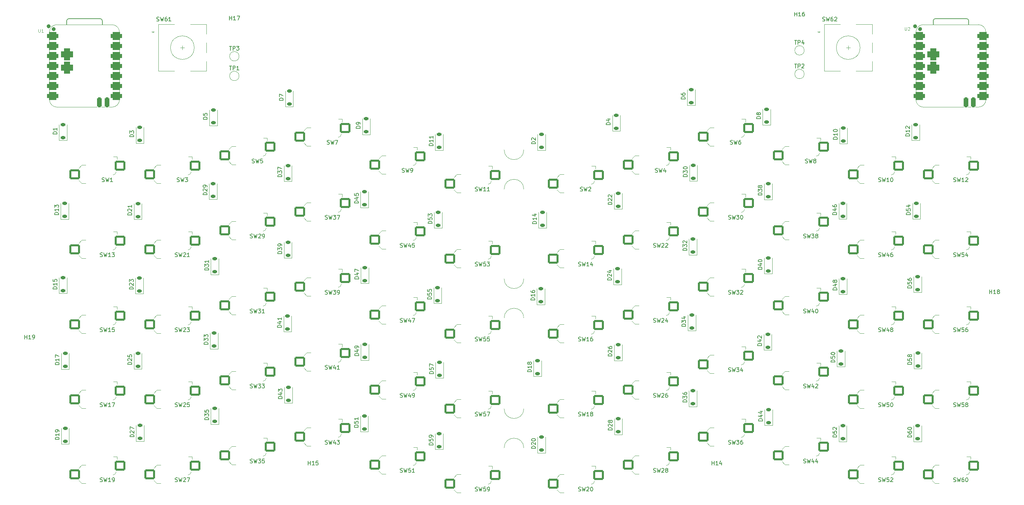
<source format=gbr>
%TF.GenerationSoftware,KiCad,Pcbnew,9.0.5*%
%TF.CreationDate,2025-12-19T18:50:02-08:00*%
%TF.ProjectId,bluekeeb,626c7565-6b65-4656-922e-6b696361645f,rev?*%
%TF.SameCoordinates,Original*%
%TF.FileFunction,Legend,Top*%
%TF.FilePolarity,Positive*%
%FSLAX46Y46*%
G04 Gerber Fmt 4.6, Leading zero omitted, Abs format (unit mm)*
G04 Created by KiCad (PCBNEW 9.0.5) date 2025-12-19 18:50:02*
%MOMM*%
%LPD*%
G01*
G04 APERTURE LIST*
G04 Aperture macros list*
%AMRoundRect*
0 Rectangle with rounded corners*
0 $1 Rounding radius*
0 $2 $3 $4 $5 $6 $7 $8 $9 X,Y pos of 4 corners*
0 Add a 4 corners polygon primitive as box body*
4,1,4,$2,$3,$4,$5,$6,$7,$8,$9,$2,$3,0*
0 Add four circle primitives for the rounded corners*
1,1,$1+$1,$2,$3*
1,1,$1+$1,$4,$5*
1,1,$1+$1,$6,$7*
1,1,$1+$1,$8,$9*
0 Add four rect primitives between the rounded corners*
20,1,$1+$1,$2,$3,$4,$5,0*
20,1,$1+$1,$4,$5,$6,$7,0*
20,1,$1+$1,$6,$7,$8,$9,0*
20,1,$1+$1,$8,$9,$2,$3,0*%
G04 Aperture macros list end*
%ADD10C,0.106680*%
%ADD11C,0.150000*%
%ADD12C,0.504000*%
%ADD13C,0.100000*%
%ADD14C,0.127000*%
%ADD15C,0.120000*%
%ADD16C,1.700000*%
%ADD17RoundRect,0.300400X-0.300400X1.000400X-0.300400X-1.000400X0.300400X-1.000400X0.300400X1.000400X0*%
%ADD18RoundRect,0.775400X0.775400X0.775400X-0.775400X0.775400X-0.775400X-0.775400X0.775400X-0.775400X0*%
%ADD19RoundRect,0.525400X-0.900400X-0.525400X0.900400X-0.525400X0.900400X0.525400X-0.900400X0.525400X0*%
%ADD20C,2.200000*%
%ADD21R,2.000000X2.000000*%
%ADD22C,2.000000*%
%ADD23R,3.200000X2.000000*%
%ADD24C,0.500000*%
%ADD25C,3.400000*%
%ADD26C,3.300000*%
%ADD27RoundRect,0.260000X-1.065000X-1.040000X1.065000X-1.040000X1.065000X1.040000X-1.065000X1.040000X0*%
%ADD28RoundRect,0.225000X0.375000X-0.225000X0.375000X0.225000X-0.375000X0.225000X-0.375000X-0.225000X0*%
G04 APERTURE END LIST*
D10*
X252756450Y-18616391D02*
X252756450Y-19249698D01*
X252756450Y-19249698D02*
X252793704Y-19324204D01*
X252793704Y-19324204D02*
X252830957Y-19361458D01*
X252830957Y-19361458D02*
X252905464Y-19398711D01*
X252905464Y-19398711D02*
X253054477Y-19398711D01*
X253054477Y-19398711D02*
X253128984Y-19361458D01*
X253128984Y-19361458D02*
X253166237Y-19324204D01*
X253166237Y-19324204D02*
X253203490Y-19249698D01*
X253203490Y-19249698D02*
X253203490Y-18616391D01*
X253538770Y-18690898D02*
X253576023Y-18653644D01*
X253576023Y-18653644D02*
X253650530Y-18616391D01*
X253650530Y-18616391D02*
X253836797Y-18616391D01*
X253836797Y-18616391D02*
X253911303Y-18653644D01*
X253911303Y-18653644D02*
X253948557Y-18690898D01*
X253948557Y-18690898D02*
X253985810Y-18765404D01*
X253985810Y-18765404D02*
X253985810Y-18839911D01*
X253985810Y-18839911D02*
X253948557Y-18951671D01*
X253948557Y-18951671D02*
X253501517Y-19398711D01*
X253501517Y-19398711D02*
X253985810Y-19398711D01*
D11*
X29261905Y-97804819D02*
X29261905Y-96804819D01*
X29261905Y-97281009D02*
X29833333Y-97281009D01*
X29833333Y-97804819D02*
X29833333Y-96804819D01*
X30833333Y-97804819D02*
X30261905Y-97804819D01*
X30547619Y-97804819D02*
X30547619Y-96804819D01*
X30547619Y-96804819D02*
X30452381Y-96947676D01*
X30452381Y-96947676D02*
X30357143Y-97042914D01*
X30357143Y-97042914D02*
X30261905Y-97090533D01*
X31309524Y-97804819D02*
X31500000Y-97804819D01*
X31500000Y-97804819D02*
X31595238Y-97757200D01*
X31595238Y-97757200D02*
X31642857Y-97709580D01*
X31642857Y-97709580D02*
X31738095Y-97566723D01*
X31738095Y-97566723D02*
X31785714Y-97376247D01*
X31785714Y-97376247D02*
X31785714Y-96995295D01*
X31785714Y-96995295D02*
X31738095Y-96900057D01*
X31738095Y-96900057D02*
X31690476Y-96852438D01*
X31690476Y-96852438D02*
X31595238Y-96804819D01*
X31595238Y-96804819D02*
X31404762Y-96804819D01*
X31404762Y-96804819D02*
X31309524Y-96852438D01*
X31309524Y-96852438D02*
X31261905Y-96900057D01*
X31261905Y-96900057D02*
X31214286Y-96995295D01*
X31214286Y-96995295D02*
X31214286Y-97233390D01*
X31214286Y-97233390D02*
X31261905Y-97328628D01*
X31261905Y-97328628D02*
X31309524Y-97376247D01*
X31309524Y-97376247D02*
X31404762Y-97423866D01*
X31404762Y-97423866D02*
X31595238Y-97423866D01*
X31595238Y-97423866D02*
X31690476Y-97376247D01*
X31690476Y-97376247D02*
X31738095Y-97328628D01*
X31738095Y-97328628D02*
X31785714Y-97233390D01*
X274261905Y-86304819D02*
X274261905Y-85304819D01*
X274261905Y-85781009D02*
X274833333Y-85781009D01*
X274833333Y-86304819D02*
X274833333Y-85304819D01*
X275833333Y-86304819D02*
X275261905Y-86304819D01*
X275547619Y-86304819D02*
X275547619Y-85304819D01*
X275547619Y-85304819D02*
X275452381Y-85447676D01*
X275452381Y-85447676D02*
X275357143Y-85542914D01*
X275357143Y-85542914D02*
X275261905Y-85590533D01*
X276404762Y-85733390D02*
X276309524Y-85685771D01*
X276309524Y-85685771D02*
X276261905Y-85638152D01*
X276261905Y-85638152D02*
X276214286Y-85542914D01*
X276214286Y-85542914D02*
X276214286Y-85495295D01*
X276214286Y-85495295D02*
X276261905Y-85400057D01*
X276261905Y-85400057D02*
X276309524Y-85352438D01*
X276309524Y-85352438D02*
X276404762Y-85304819D01*
X276404762Y-85304819D02*
X276595238Y-85304819D01*
X276595238Y-85304819D02*
X276690476Y-85352438D01*
X276690476Y-85352438D02*
X276738095Y-85400057D01*
X276738095Y-85400057D02*
X276785714Y-85495295D01*
X276785714Y-85495295D02*
X276785714Y-85542914D01*
X276785714Y-85542914D02*
X276738095Y-85638152D01*
X276738095Y-85638152D02*
X276690476Y-85685771D01*
X276690476Y-85685771D02*
X276595238Y-85733390D01*
X276595238Y-85733390D02*
X276404762Y-85733390D01*
X276404762Y-85733390D02*
X276309524Y-85781009D01*
X276309524Y-85781009D02*
X276261905Y-85828628D01*
X276261905Y-85828628D02*
X276214286Y-85923866D01*
X276214286Y-85923866D02*
X276214286Y-86114342D01*
X276214286Y-86114342D02*
X276261905Y-86209580D01*
X276261905Y-86209580D02*
X276309524Y-86257200D01*
X276309524Y-86257200D02*
X276404762Y-86304819D01*
X276404762Y-86304819D02*
X276595238Y-86304819D01*
X276595238Y-86304819D02*
X276690476Y-86257200D01*
X276690476Y-86257200D02*
X276738095Y-86209580D01*
X276738095Y-86209580D02*
X276785714Y-86114342D01*
X276785714Y-86114342D02*
X276785714Y-85923866D01*
X276785714Y-85923866D02*
X276738095Y-85828628D01*
X276738095Y-85828628D02*
X276690476Y-85781009D01*
X276690476Y-85781009D02*
X276595238Y-85733390D01*
X81261905Y-16804819D02*
X81261905Y-15804819D01*
X81261905Y-16281009D02*
X81833333Y-16281009D01*
X81833333Y-16804819D02*
X81833333Y-15804819D01*
X82833333Y-16804819D02*
X82261905Y-16804819D01*
X82547619Y-16804819D02*
X82547619Y-15804819D01*
X82547619Y-15804819D02*
X82452381Y-15947676D01*
X82452381Y-15947676D02*
X82357143Y-16042914D01*
X82357143Y-16042914D02*
X82261905Y-16090533D01*
X83166667Y-15804819D02*
X83833333Y-15804819D01*
X83833333Y-15804819D02*
X83404762Y-16804819D01*
X224761905Y-15804819D02*
X224761905Y-14804819D01*
X224761905Y-15281009D02*
X225333333Y-15281009D01*
X225333333Y-15804819D02*
X225333333Y-14804819D01*
X226333333Y-15804819D02*
X225761905Y-15804819D01*
X226047619Y-15804819D02*
X226047619Y-14804819D01*
X226047619Y-14804819D02*
X225952381Y-14947676D01*
X225952381Y-14947676D02*
X225857143Y-15042914D01*
X225857143Y-15042914D02*
X225761905Y-15090533D01*
X227190476Y-14804819D02*
X227000000Y-14804819D01*
X227000000Y-14804819D02*
X226904762Y-14852438D01*
X226904762Y-14852438D02*
X226857143Y-14900057D01*
X226857143Y-14900057D02*
X226761905Y-15042914D01*
X226761905Y-15042914D02*
X226714286Y-15233390D01*
X226714286Y-15233390D02*
X226714286Y-15614342D01*
X226714286Y-15614342D02*
X226761905Y-15709580D01*
X226761905Y-15709580D02*
X226809524Y-15757200D01*
X226809524Y-15757200D02*
X226904762Y-15804819D01*
X226904762Y-15804819D02*
X227095238Y-15804819D01*
X227095238Y-15804819D02*
X227190476Y-15757200D01*
X227190476Y-15757200D02*
X227238095Y-15709580D01*
X227238095Y-15709580D02*
X227285714Y-15614342D01*
X227285714Y-15614342D02*
X227285714Y-15376247D01*
X227285714Y-15376247D02*
X227238095Y-15281009D01*
X227238095Y-15281009D02*
X227190476Y-15233390D01*
X227190476Y-15233390D02*
X227095238Y-15185771D01*
X227095238Y-15185771D02*
X226904762Y-15185771D01*
X226904762Y-15185771D02*
X226809524Y-15233390D01*
X226809524Y-15233390D02*
X226761905Y-15281009D01*
X226761905Y-15281009D02*
X226714286Y-15376247D01*
X101261905Y-129804819D02*
X101261905Y-128804819D01*
X101261905Y-129281009D02*
X101833333Y-129281009D01*
X101833333Y-129804819D02*
X101833333Y-128804819D01*
X102833333Y-129804819D02*
X102261905Y-129804819D01*
X102547619Y-129804819D02*
X102547619Y-128804819D01*
X102547619Y-128804819D02*
X102452381Y-128947676D01*
X102452381Y-128947676D02*
X102357143Y-129042914D01*
X102357143Y-129042914D02*
X102261905Y-129090533D01*
X103738095Y-128804819D02*
X103261905Y-128804819D01*
X103261905Y-128804819D02*
X103214286Y-129281009D01*
X103214286Y-129281009D02*
X103261905Y-129233390D01*
X103261905Y-129233390D02*
X103357143Y-129185771D01*
X103357143Y-129185771D02*
X103595238Y-129185771D01*
X103595238Y-129185771D02*
X103690476Y-129233390D01*
X103690476Y-129233390D02*
X103738095Y-129281009D01*
X103738095Y-129281009D02*
X103785714Y-129376247D01*
X103785714Y-129376247D02*
X103785714Y-129614342D01*
X103785714Y-129614342D02*
X103738095Y-129709580D01*
X103738095Y-129709580D02*
X103690476Y-129757200D01*
X103690476Y-129757200D02*
X103595238Y-129804819D01*
X103595238Y-129804819D02*
X103357143Y-129804819D01*
X103357143Y-129804819D02*
X103261905Y-129757200D01*
X103261905Y-129757200D02*
X103214286Y-129709580D01*
X203761905Y-129804819D02*
X203761905Y-128804819D01*
X203761905Y-129281009D02*
X204333333Y-129281009D01*
X204333333Y-129804819D02*
X204333333Y-128804819D01*
X205333333Y-129804819D02*
X204761905Y-129804819D01*
X205047619Y-129804819D02*
X205047619Y-128804819D01*
X205047619Y-128804819D02*
X204952381Y-128947676D01*
X204952381Y-128947676D02*
X204857143Y-129042914D01*
X204857143Y-129042914D02*
X204761905Y-129090533D01*
X206190476Y-129138152D02*
X206190476Y-129804819D01*
X205952381Y-128757200D02*
X205714286Y-129471485D01*
X205714286Y-129471485D02*
X206333333Y-129471485D01*
X231865476Y-17019700D02*
X232008333Y-17067319D01*
X232008333Y-17067319D02*
X232246428Y-17067319D01*
X232246428Y-17067319D02*
X232341666Y-17019700D01*
X232341666Y-17019700D02*
X232389285Y-16972080D01*
X232389285Y-16972080D02*
X232436904Y-16876842D01*
X232436904Y-16876842D02*
X232436904Y-16781604D01*
X232436904Y-16781604D02*
X232389285Y-16686366D01*
X232389285Y-16686366D02*
X232341666Y-16638747D01*
X232341666Y-16638747D02*
X232246428Y-16591128D01*
X232246428Y-16591128D02*
X232055952Y-16543509D01*
X232055952Y-16543509D02*
X231960714Y-16495890D01*
X231960714Y-16495890D02*
X231913095Y-16448271D01*
X231913095Y-16448271D02*
X231865476Y-16353033D01*
X231865476Y-16353033D02*
X231865476Y-16257795D01*
X231865476Y-16257795D02*
X231913095Y-16162557D01*
X231913095Y-16162557D02*
X231960714Y-16114938D01*
X231960714Y-16114938D02*
X232055952Y-16067319D01*
X232055952Y-16067319D02*
X232294047Y-16067319D01*
X232294047Y-16067319D02*
X232436904Y-16114938D01*
X232770238Y-16067319D02*
X233008333Y-17067319D01*
X233008333Y-17067319D02*
X233198809Y-16353033D01*
X233198809Y-16353033D02*
X233389285Y-17067319D01*
X233389285Y-17067319D02*
X233627381Y-16067319D01*
X234436904Y-16067319D02*
X234246428Y-16067319D01*
X234246428Y-16067319D02*
X234151190Y-16114938D01*
X234151190Y-16114938D02*
X234103571Y-16162557D01*
X234103571Y-16162557D02*
X234008333Y-16305414D01*
X234008333Y-16305414D02*
X233960714Y-16495890D01*
X233960714Y-16495890D02*
X233960714Y-16876842D01*
X233960714Y-16876842D02*
X234008333Y-16972080D01*
X234008333Y-16972080D02*
X234055952Y-17019700D01*
X234055952Y-17019700D02*
X234151190Y-17067319D01*
X234151190Y-17067319D02*
X234341666Y-17067319D01*
X234341666Y-17067319D02*
X234436904Y-17019700D01*
X234436904Y-17019700D02*
X234484523Y-16972080D01*
X234484523Y-16972080D02*
X234532142Y-16876842D01*
X234532142Y-16876842D02*
X234532142Y-16638747D01*
X234532142Y-16638747D02*
X234484523Y-16543509D01*
X234484523Y-16543509D02*
X234436904Y-16495890D01*
X234436904Y-16495890D02*
X234341666Y-16448271D01*
X234341666Y-16448271D02*
X234151190Y-16448271D01*
X234151190Y-16448271D02*
X234055952Y-16495890D01*
X234055952Y-16495890D02*
X234008333Y-16543509D01*
X234008333Y-16543509D02*
X233960714Y-16638747D01*
X234913095Y-16162557D02*
X234960714Y-16114938D01*
X234960714Y-16114938D02*
X235055952Y-16067319D01*
X235055952Y-16067319D02*
X235294047Y-16067319D01*
X235294047Y-16067319D02*
X235389285Y-16114938D01*
X235389285Y-16114938D02*
X235436904Y-16162557D01*
X235436904Y-16162557D02*
X235484523Y-16257795D01*
X235484523Y-16257795D02*
X235484523Y-16353033D01*
X235484523Y-16353033D02*
X235436904Y-16495890D01*
X235436904Y-16495890D02*
X234865476Y-17067319D01*
X234865476Y-17067319D02*
X235484523Y-17067319D01*
X62796726Y-17019700D02*
X62939583Y-17067319D01*
X62939583Y-17067319D02*
X63177678Y-17067319D01*
X63177678Y-17067319D02*
X63272916Y-17019700D01*
X63272916Y-17019700D02*
X63320535Y-16972080D01*
X63320535Y-16972080D02*
X63368154Y-16876842D01*
X63368154Y-16876842D02*
X63368154Y-16781604D01*
X63368154Y-16781604D02*
X63320535Y-16686366D01*
X63320535Y-16686366D02*
X63272916Y-16638747D01*
X63272916Y-16638747D02*
X63177678Y-16591128D01*
X63177678Y-16591128D02*
X62987202Y-16543509D01*
X62987202Y-16543509D02*
X62891964Y-16495890D01*
X62891964Y-16495890D02*
X62844345Y-16448271D01*
X62844345Y-16448271D02*
X62796726Y-16353033D01*
X62796726Y-16353033D02*
X62796726Y-16257795D01*
X62796726Y-16257795D02*
X62844345Y-16162557D01*
X62844345Y-16162557D02*
X62891964Y-16114938D01*
X62891964Y-16114938D02*
X62987202Y-16067319D01*
X62987202Y-16067319D02*
X63225297Y-16067319D01*
X63225297Y-16067319D02*
X63368154Y-16114938D01*
X63701488Y-16067319D02*
X63939583Y-17067319D01*
X63939583Y-17067319D02*
X64130059Y-16353033D01*
X64130059Y-16353033D02*
X64320535Y-17067319D01*
X64320535Y-17067319D02*
X64558631Y-16067319D01*
X65368154Y-16067319D02*
X65177678Y-16067319D01*
X65177678Y-16067319D02*
X65082440Y-16114938D01*
X65082440Y-16114938D02*
X65034821Y-16162557D01*
X65034821Y-16162557D02*
X64939583Y-16305414D01*
X64939583Y-16305414D02*
X64891964Y-16495890D01*
X64891964Y-16495890D02*
X64891964Y-16876842D01*
X64891964Y-16876842D02*
X64939583Y-16972080D01*
X64939583Y-16972080D02*
X64987202Y-17019700D01*
X64987202Y-17019700D02*
X65082440Y-17067319D01*
X65082440Y-17067319D02*
X65272916Y-17067319D01*
X65272916Y-17067319D02*
X65368154Y-17019700D01*
X65368154Y-17019700D02*
X65415773Y-16972080D01*
X65415773Y-16972080D02*
X65463392Y-16876842D01*
X65463392Y-16876842D02*
X65463392Y-16638747D01*
X65463392Y-16638747D02*
X65415773Y-16543509D01*
X65415773Y-16543509D02*
X65368154Y-16495890D01*
X65368154Y-16495890D02*
X65272916Y-16448271D01*
X65272916Y-16448271D02*
X65082440Y-16448271D01*
X65082440Y-16448271D02*
X64987202Y-16495890D01*
X64987202Y-16495890D02*
X64939583Y-16543509D01*
X64939583Y-16543509D02*
X64891964Y-16638747D01*
X66415773Y-17067319D02*
X65844345Y-17067319D01*
X66130059Y-17067319D02*
X66130059Y-16067319D01*
X66130059Y-16067319D02*
X66034821Y-16210176D01*
X66034821Y-16210176D02*
X65939583Y-16305414D01*
X65939583Y-16305414D02*
X65844345Y-16353033D01*
X48910417Y-57813450D02*
X49053274Y-57861069D01*
X49053274Y-57861069D02*
X49291369Y-57861069D01*
X49291369Y-57861069D02*
X49386607Y-57813450D01*
X49386607Y-57813450D02*
X49434226Y-57765830D01*
X49434226Y-57765830D02*
X49481845Y-57670592D01*
X49481845Y-57670592D02*
X49481845Y-57575354D01*
X49481845Y-57575354D02*
X49434226Y-57480116D01*
X49434226Y-57480116D02*
X49386607Y-57432497D01*
X49386607Y-57432497D02*
X49291369Y-57384878D01*
X49291369Y-57384878D02*
X49100893Y-57337259D01*
X49100893Y-57337259D02*
X49005655Y-57289640D01*
X49005655Y-57289640D02*
X48958036Y-57242021D01*
X48958036Y-57242021D02*
X48910417Y-57146783D01*
X48910417Y-57146783D02*
X48910417Y-57051545D01*
X48910417Y-57051545D02*
X48958036Y-56956307D01*
X48958036Y-56956307D02*
X49005655Y-56908688D01*
X49005655Y-56908688D02*
X49100893Y-56861069D01*
X49100893Y-56861069D02*
X49338988Y-56861069D01*
X49338988Y-56861069D02*
X49481845Y-56908688D01*
X49815179Y-56861069D02*
X50053274Y-57861069D01*
X50053274Y-57861069D02*
X50243750Y-57146783D01*
X50243750Y-57146783D02*
X50434226Y-57861069D01*
X50434226Y-57861069D02*
X50672322Y-56861069D01*
X51577083Y-57861069D02*
X51005655Y-57861069D01*
X51291369Y-57861069D02*
X51291369Y-56861069D01*
X51291369Y-56861069D02*
X51196131Y-57003926D01*
X51196131Y-57003926D02*
X51100893Y-57099164D01*
X51100893Y-57099164D02*
X51005655Y-57146783D01*
X170354167Y-60194700D02*
X170497024Y-60242319D01*
X170497024Y-60242319D02*
X170735119Y-60242319D01*
X170735119Y-60242319D02*
X170830357Y-60194700D01*
X170830357Y-60194700D02*
X170877976Y-60147080D01*
X170877976Y-60147080D02*
X170925595Y-60051842D01*
X170925595Y-60051842D02*
X170925595Y-59956604D01*
X170925595Y-59956604D02*
X170877976Y-59861366D01*
X170877976Y-59861366D02*
X170830357Y-59813747D01*
X170830357Y-59813747D02*
X170735119Y-59766128D01*
X170735119Y-59766128D02*
X170544643Y-59718509D01*
X170544643Y-59718509D02*
X170449405Y-59670890D01*
X170449405Y-59670890D02*
X170401786Y-59623271D01*
X170401786Y-59623271D02*
X170354167Y-59528033D01*
X170354167Y-59528033D02*
X170354167Y-59432795D01*
X170354167Y-59432795D02*
X170401786Y-59337557D01*
X170401786Y-59337557D02*
X170449405Y-59289938D01*
X170449405Y-59289938D02*
X170544643Y-59242319D01*
X170544643Y-59242319D02*
X170782738Y-59242319D01*
X170782738Y-59242319D02*
X170925595Y-59289938D01*
X171258929Y-59242319D02*
X171497024Y-60242319D01*
X171497024Y-60242319D02*
X171687500Y-59528033D01*
X171687500Y-59528033D02*
X171877976Y-60242319D01*
X171877976Y-60242319D02*
X172116072Y-59242319D01*
X172449405Y-59337557D02*
X172497024Y-59289938D01*
X172497024Y-59289938D02*
X172592262Y-59242319D01*
X172592262Y-59242319D02*
X172830357Y-59242319D01*
X172830357Y-59242319D02*
X172925595Y-59289938D01*
X172925595Y-59289938D02*
X172973214Y-59337557D01*
X172973214Y-59337557D02*
X173020833Y-59432795D01*
X173020833Y-59432795D02*
X173020833Y-59528033D01*
X173020833Y-59528033D02*
X172973214Y-59670890D01*
X172973214Y-59670890D02*
X172401786Y-60242319D01*
X172401786Y-60242319D02*
X173020833Y-60242319D01*
X67960417Y-57813450D02*
X68103274Y-57861069D01*
X68103274Y-57861069D02*
X68341369Y-57861069D01*
X68341369Y-57861069D02*
X68436607Y-57813450D01*
X68436607Y-57813450D02*
X68484226Y-57765830D01*
X68484226Y-57765830D02*
X68531845Y-57670592D01*
X68531845Y-57670592D02*
X68531845Y-57575354D01*
X68531845Y-57575354D02*
X68484226Y-57480116D01*
X68484226Y-57480116D02*
X68436607Y-57432497D01*
X68436607Y-57432497D02*
X68341369Y-57384878D01*
X68341369Y-57384878D02*
X68150893Y-57337259D01*
X68150893Y-57337259D02*
X68055655Y-57289640D01*
X68055655Y-57289640D02*
X68008036Y-57242021D01*
X68008036Y-57242021D02*
X67960417Y-57146783D01*
X67960417Y-57146783D02*
X67960417Y-57051545D01*
X67960417Y-57051545D02*
X68008036Y-56956307D01*
X68008036Y-56956307D02*
X68055655Y-56908688D01*
X68055655Y-56908688D02*
X68150893Y-56861069D01*
X68150893Y-56861069D02*
X68388988Y-56861069D01*
X68388988Y-56861069D02*
X68531845Y-56908688D01*
X68865179Y-56861069D02*
X69103274Y-57861069D01*
X69103274Y-57861069D02*
X69293750Y-57146783D01*
X69293750Y-57146783D02*
X69484226Y-57861069D01*
X69484226Y-57861069D02*
X69722322Y-56861069D01*
X70008036Y-56861069D02*
X70627083Y-56861069D01*
X70627083Y-56861069D02*
X70293750Y-57242021D01*
X70293750Y-57242021D02*
X70436607Y-57242021D01*
X70436607Y-57242021D02*
X70531845Y-57289640D01*
X70531845Y-57289640D02*
X70579464Y-57337259D01*
X70579464Y-57337259D02*
X70627083Y-57432497D01*
X70627083Y-57432497D02*
X70627083Y-57670592D01*
X70627083Y-57670592D02*
X70579464Y-57765830D01*
X70579464Y-57765830D02*
X70531845Y-57813450D01*
X70531845Y-57813450D02*
X70436607Y-57861069D01*
X70436607Y-57861069D02*
X70150893Y-57861069D01*
X70150893Y-57861069D02*
X70055655Y-57813450D01*
X70055655Y-57813450D02*
X70008036Y-57765830D01*
X189404167Y-55432200D02*
X189547024Y-55479819D01*
X189547024Y-55479819D02*
X189785119Y-55479819D01*
X189785119Y-55479819D02*
X189880357Y-55432200D01*
X189880357Y-55432200D02*
X189927976Y-55384580D01*
X189927976Y-55384580D02*
X189975595Y-55289342D01*
X189975595Y-55289342D02*
X189975595Y-55194104D01*
X189975595Y-55194104D02*
X189927976Y-55098866D01*
X189927976Y-55098866D02*
X189880357Y-55051247D01*
X189880357Y-55051247D02*
X189785119Y-55003628D01*
X189785119Y-55003628D02*
X189594643Y-54956009D01*
X189594643Y-54956009D02*
X189499405Y-54908390D01*
X189499405Y-54908390D02*
X189451786Y-54860771D01*
X189451786Y-54860771D02*
X189404167Y-54765533D01*
X189404167Y-54765533D02*
X189404167Y-54670295D01*
X189404167Y-54670295D02*
X189451786Y-54575057D01*
X189451786Y-54575057D02*
X189499405Y-54527438D01*
X189499405Y-54527438D02*
X189594643Y-54479819D01*
X189594643Y-54479819D02*
X189832738Y-54479819D01*
X189832738Y-54479819D02*
X189975595Y-54527438D01*
X190308929Y-54479819D02*
X190547024Y-55479819D01*
X190547024Y-55479819D02*
X190737500Y-54765533D01*
X190737500Y-54765533D02*
X190927976Y-55479819D01*
X190927976Y-55479819D02*
X191166072Y-54479819D01*
X191975595Y-54813152D02*
X191975595Y-55479819D01*
X191737500Y-54432200D02*
X191499405Y-55146485D01*
X191499405Y-55146485D02*
X192118452Y-55146485D01*
X87010417Y-53050950D02*
X87153274Y-53098569D01*
X87153274Y-53098569D02*
X87391369Y-53098569D01*
X87391369Y-53098569D02*
X87486607Y-53050950D01*
X87486607Y-53050950D02*
X87534226Y-53003330D01*
X87534226Y-53003330D02*
X87581845Y-52908092D01*
X87581845Y-52908092D02*
X87581845Y-52812854D01*
X87581845Y-52812854D02*
X87534226Y-52717616D01*
X87534226Y-52717616D02*
X87486607Y-52669997D01*
X87486607Y-52669997D02*
X87391369Y-52622378D01*
X87391369Y-52622378D02*
X87200893Y-52574759D01*
X87200893Y-52574759D02*
X87105655Y-52527140D01*
X87105655Y-52527140D02*
X87058036Y-52479521D01*
X87058036Y-52479521D02*
X87010417Y-52384283D01*
X87010417Y-52384283D02*
X87010417Y-52289045D01*
X87010417Y-52289045D02*
X87058036Y-52193807D01*
X87058036Y-52193807D02*
X87105655Y-52146188D01*
X87105655Y-52146188D02*
X87200893Y-52098569D01*
X87200893Y-52098569D02*
X87438988Y-52098569D01*
X87438988Y-52098569D02*
X87581845Y-52146188D01*
X87915179Y-52098569D02*
X88153274Y-53098569D01*
X88153274Y-53098569D02*
X88343750Y-52384283D01*
X88343750Y-52384283D02*
X88534226Y-53098569D01*
X88534226Y-53098569D02*
X88772322Y-52098569D01*
X89629464Y-52098569D02*
X89153274Y-52098569D01*
X89153274Y-52098569D02*
X89105655Y-52574759D01*
X89105655Y-52574759D02*
X89153274Y-52527140D01*
X89153274Y-52527140D02*
X89248512Y-52479521D01*
X89248512Y-52479521D02*
X89486607Y-52479521D01*
X89486607Y-52479521D02*
X89581845Y-52527140D01*
X89581845Y-52527140D02*
X89629464Y-52574759D01*
X89629464Y-52574759D02*
X89677083Y-52669997D01*
X89677083Y-52669997D02*
X89677083Y-52908092D01*
X89677083Y-52908092D02*
X89629464Y-53003330D01*
X89629464Y-53003330D02*
X89581845Y-53050950D01*
X89581845Y-53050950D02*
X89486607Y-53098569D01*
X89486607Y-53098569D02*
X89248512Y-53098569D01*
X89248512Y-53098569D02*
X89153274Y-53050950D01*
X89153274Y-53050950D02*
X89105655Y-53003330D01*
X208454167Y-48288450D02*
X208597024Y-48336069D01*
X208597024Y-48336069D02*
X208835119Y-48336069D01*
X208835119Y-48336069D02*
X208930357Y-48288450D01*
X208930357Y-48288450D02*
X208977976Y-48240830D01*
X208977976Y-48240830D02*
X209025595Y-48145592D01*
X209025595Y-48145592D02*
X209025595Y-48050354D01*
X209025595Y-48050354D02*
X208977976Y-47955116D01*
X208977976Y-47955116D02*
X208930357Y-47907497D01*
X208930357Y-47907497D02*
X208835119Y-47859878D01*
X208835119Y-47859878D02*
X208644643Y-47812259D01*
X208644643Y-47812259D02*
X208549405Y-47764640D01*
X208549405Y-47764640D02*
X208501786Y-47717021D01*
X208501786Y-47717021D02*
X208454167Y-47621783D01*
X208454167Y-47621783D02*
X208454167Y-47526545D01*
X208454167Y-47526545D02*
X208501786Y-47431307D01*
X208501786Y-47431307D02*
X208549405Y-47383688D01*
X208549405Y-47383688D02*
X208644643Y-47336069D01*
X208644643Y-47336069D02*
X208882738Y-47336069D01*
X208882738Y-47336069D02*
X209025595Y-47383688D01*
X209358929Y-47336069D02*
X209597024Y-48336069D01*
X209597024Y-48336069D02*
X209787500Y-47621783D01*
X209787500Y-47621783D02*
X209977976Y-48336069D01*
X209977976Y-48336069D02*
X210216072Y-47336069D01*
X211025595Y-47336069D02*
X210835119Y-47336069D01*
X210835119Y-47336069D02*
X210739881Y-47383688D01*
X210739881Y-47383688D02*
X210692262Y-47431307D01*
X210692262Y-47431307D02*
X210597024Y-47574164D01*
X210597024Y-47574164D02*
X210549405Y-47764640D01*
X210549405Y-47764640D02*
X210549405Y-48145592D01*
X210549405Y-48145592D02*
X210597024Y-48240830D01*
X210597024Y-48240830D02*
X210644643Y-48288450D01*
X210644643Y-48288450D02*
X210739881Y-48336069D01*
X210739881Y-48336069D02*
X210930357Y-48336069D01*
X210930357Y-48336069D02*
X211025595Y-48288450D01*
X211025595Y-48288450D02*
X211073214Y-48240830D01*
X211073214Y-48240830D02*
X211120833Y-48145592D01*
X211120833Y-48145592D02*
X211120833Y-47907497D01*
X211120833Y-47907497D02*
X211073214Y-47812259D01*
X211073214Y-47812259D02*
X211025595Y-47764640D01*
X211025595Y-47764640D02*
X210930357Y-47717021D01*
X210930357Y-47717021D02*
X210739881Y-47717021D01*
X210739881Y-47717021D02*
X210644643Y-47764640D01*
X210644643Y-47764640D02*
X210597024Y-47812259D01*
X210597024Y-47812259D02*
X210549405Y-47907497D01*
X106060417Y-48288450D02*
X106203274Y-48336069D01*
X106203274Y-48336069D02*
X106441369Y-48336069D01*
X106441369Y-48336069D02*
X106536607Y-48288450D01*
X106536607Y-48288450D02*
X106584226Y-48240830D01*
X106584226Y-48240830D02*
X106631845Y-48145592D01*
X106631845Y-48145592D02*
X106631845Y-48050354D01*
X106631845Y-48050354D02*
X106584226Y-47955116D01*
X106584226Y-47955116D02*
X106536607Y-47907497D01*
X106536607Y-47907497D02*
X106441369Y-47859878D01*
X106441369Y-47859878D02*
X106250893Y-47812259D01*
X106250893Y-47812259D02*
X106155655Y-47764640D01*
X106155655Y-47764640D02*
X106108036Y-47717021D01*
X106108036Y-47717021D02*
X106060417Y-47621783D01*
X106060417Y-47621783D02*
X106060417Y-47526545D01*
X106060417Y-47526545D02*
X106108036Y-47431307D01*
X106108036Y-47431307D02*
X106155655Y-47383688D01*
X106155655Y-47383688D02*
X106250893Y-47336069D01*
X106250893Y-47336069D02*
X106488988Y-47336069D01*
X106488988Y-47336069D02*
X106631845Y-47383688D01*
X106965179Y-47336069D02*
X107203274Y-48336069D01*
X107203274Y-48336069D02*
X107393750Y-47621783D01*
X107393750Y-47621783D02*
X107584226Y-48336069D01*
X107584226Y-48336069D02*
X107822322Y-47336069D01*
X108108036Y-47336069D02*
X108774702Y-47336069D01*
X108774702Y-47336069D02*
X108346131Y-48336069D01*
X227504167Y-53050950D02*
X227647024Y-53098569D01*
X227647024Y-53098569D02*
X227885119Y-53098569D01*
X227885119Y-53098569D02*
X227980357Y-53050950D01*
X227980357Y-53050950D02*
X228027976Y-53003330D01*
X228027976Y-53003330D02*
X228075595Y-52908092D01*
X228075595Y-52908092D02*
X228075595Y-52812854D01*
X228075595Y-52812854D02*
X228027976Y-52717616D01*
X228027976Y-52717616D02*
X227980357Y-52669997D01*
X227980357Y-52669997D02*
X227885119Y-52622378D01*
X227885119Y-52622378D02*
X227694643Y-52574759D01*
X227694643Y-52574759D02*
X227599405Y-52527140D01*
X227599405Y-52527140D02*
X227551786Y-52479521D01*
X227551786Y-52479521D02*
X227504167Y-52384283D01*
X227504167Y-52384283D02*
X227504167Y-52289045D01*
X227504167Y-52289045D02*
X227551786Y-52193807D01*
X227551786Y-52193807D02*
X227599405Y-52146188D01*
X227599405Y-52146188D02*
X227694643Y-52098569D01*
X227694643Y-52098569D02*
X227932738Y-52098569D01*
X227932738Y-52098569D02*
X228075595Y-52146188D01*
X228408929Y-52098569D02*
X228647024Y-53098569D01*
X228647024Y-53098569D02*
X228837500Y-52384283D01*
X228837500Y-52384283D02*
X229027976Y-53098569D01*
X229027976Y-53098569D02*
X229266072Y-52098569D01*
X229789881Y-52527140D02*
X229694643Y-52479521D01*
X229694643Y-52479521D02*
X229647024Y-52431902D01*
X229647024Y-52431902D02*
X229599405Y-52336664D01*
X229599405Y-52336664D02*
X229599405Y-52289045D01*
X229599405Y-52289045D02*
X229647024Y-52193807D01*
X229647024Y-52193807D02*
X229694643Y-52146188D01*
X229694643Y-52146188D02*
X229789881Y-52098569D01*
X229789881Y-52098569D02*
X229980357Y-52098569D01*
X229980357Y-52098569D02*
X230075595Y-52146188D01*
X230075595Y-52146188D02*
X230123214Y-52193807D01*
X230123214Y-52193807D02*
X230170833Y-52289045D01*
X230170833Y-52289045D02*
X230170833Y-52336664D01*
X230170833Y-52336664D02*
X230123214Y-52431902D01*
X230123214Y-52431902D02*
X230075595Y-52479521D01*
X230075595Y-52479521D02*
X229980357Y-52527140D01*
X229980357Y-52527140D02*
X229789881Y-52527140D01*
X229789881Y-52527140D02*
X229694643Y-52574759D01*
X229694643Y-52574759D02*
X229647024Y-52622378D01*
X229647024Y-52622378D02*
X229599405Y-52717616D01*
X229599405Y-52717616D02*
X229599405Y-52908092D01*
X229599405Y-52908092D02*
X229647024Y-53003330D01*
X229647024Y-53003330D02*
X229694643Y-53050950D01*
X229694643Y-53050950D02*
X229789881Y-53098569D01*
X229789881Y-53098569D02*
X229980357Y-53098569D01*
X229980357Y-53098569D02*
X230075595Y-53050950D01*
X230075595Y-53050950D02*
X230123214Y-53003330D01*
X230123214Y-53003330D02*
X230170833Y-52908092D01*
X230170833Y-52908092D02*
X230170833Y-52717616D01*
X230170833Y-52717616D02*
X230123214Y-52622378D01*
X230123214Y-52622378D02*
X230075595Y-52574759D01*
X230075595Y-52574759D02*
X229980357Y-52527140D01*
X125110417Y-55432200D02*
X125253274Y-55479819D01*
X125253274Y-55479819D02*
X125491369Y-55479819D01*
X125491369Y-55479819D02*
X125586607Y-55432200D01*
X125586607Y-55432200D02*
X125634226Y-55384580D01*
X125634226Y-55384580D02*
X125681845Y-55289342D01*
X125681845Y-55289342D02*
X125681845Y-55194104D01*
X125681845Y-55194104D02*
X125634226Y-55098866D01*
X125634226Y-55098866D02*
X125586607Y-55051247D01*
X125586607Y-55051247D02*
X125491369Y-55003628D01*
X125491369Y-55003628D02*
X125300893Y-54956009D01*
X125300893Y-54956009D02*
X125205655Y-54908390D01*
X125205655Y-54908390D02*
X125158036Y-54860771D01*
X125158036Y-54860771D02*
X125110417Y-54765533D01*
X125110417Y-54765533D02*
X125110417Y-54670295D01*
X125110417Y-54670295D02*
X125158036Y-54575057D01*
X125158036Y-54575057D02*
X125205655Y-54527438D01*
X125205655Y-54527438D02*
X125300893Y-54479819D01*
X125300893Y-54479819D02*
X125538988Y-54479819D01*
X125538988Y-54479819D02*
X125681845Y-54527438D01*
X126015179Y-54479819D02*
X126253274Y-55479819D01*
X126253274Y-55479819D02*
X126443750Y-54765533D01*
X126443750Y-54765533D02*
X126634226Y-55479819D01*
X126634226Y-55479819D02*
X126872322Y-54479819D01*
X127300893Y-55479819D02*
X127491369Y-55479819D01*
X127491369Y-55479819D02*
X127586607Y-55432200D01*
X127586607Y-55432200D02*
X127634226Y-55384580D01*
X127634226Y-55384580D02*
X127729464Y-55241723D01*
X127729464Y-55241723D02*
X127777083Y-55051247D01*
X127777083Y-55051247D02*
X127777083Y-54670295D01*
X127777083Y-54670295D02*
X127729464Y-54575057D01*
X127729464Y-54575057D02*
X127681845Y-54527438D01*
X127681845Y-54527438D02*
X127586607Y-54479819D01*
X127586607Y-54479819D02*
X127396131Y-54479819D01*
X127396131Y-54479819D02*
X127300893Y-54527438D01*
X127300893Y-54527438D02*
X127253274Y-54575057D01*
X127253274Y-54575057D02*
X127205655Y-54670295D01*
X127205655Y-54670295D02*
X127205655Y-54908390D01*
X127205655Y-54908390D02*
X127253274Y-55003628D01*
X127253274Y-55003628D02*
X127300893Y-55051247D01*
X127300893Y-55051247D02*
X127396131Y-55098866D01*
X127396131Y-55098866D02*
X127586607Y-55098866D01*
X127586607Y-55098866D02*
X127681845Y-55051247D01*
X127681845Y-55051247D02*
X127729464Y-55003628D01*
X127729464Y-55003628D02*
X127777083Y-54908390D01*
X246077976Y-57813450D02*
X246220833Y-57861069D01*
X246220833Y-57861069D02*
X246458928Y-57861069D01*
X246458928Y-57861069D02*
X246554166Y-57813450D01*
X246554166Y-57813450D02*
X246601785Y-57765830D01*
X246601785Y-57765830D02*
X246649404Y-57670592D01*
X246649404Y-57670592D02*
X246649404Y-57575354D01*
X246649404Y-57575354D02*
X246601785Y-57480116D01*
X246601785Y-57480116D02*
X246554166Y-57432497D01*
X246554166Y-57432497D02*
X246458928Y-57384878D01*
X246458928Y-57384878D02*
X246268452Y-57337259D01*
X246268452Y-57337259D02*
X246173214Y-57289640D01*
X246173214Y-57289640D02*
X246125595Y-57242021D01*
X246125595Y-57242021D02*
X246077976Y-57146783D01*
X246077976Y-57146783D02*
X246077976Y-57051545D01*
X246077976Y-57051545D02*
X246125595Y-56956307D01*
X246125595Y-56956307D02*
X246173214Y-56908688D01*
X246173214Y-56908688D02*
X246268452Y-56861069D01*
X246268452Y-56861069D02*
X246506547Y-56861069D01*
X246506547Y-56861069D02*
X246649404Y-56908688D01*
X246982738Y-56861069D02*
X247220833Y-57861069D01*
X247220833Y-57861069D02*
X247411309Y-57146783D01*
X247411309Y-57146783D02*
X247601785Y-57861069D01*
X247601785Y-57861069D02*
X247839881Y-56861069D01*
X248744642Y-57861069D02*
X248173214Y-57861069D01*
X248458928Y-57861069D02*
X248458928Y-56861069D01*
X248458928Y-56861069D02*
X248363690Y-57003926D01*
X248363690Y-57003926D02*
X248268452Y-57099164D01*
X248268452Y-57099164D02*
X248173214Y-57146783D01*
X249363690Y-56861069D02*
X249458928Y-56861069D01*
X249458928Y-56861069D02*
X249554166Y-56908688D01*
X249554166Y-56908688D02*
X249601785Y-56956307D01*
X249601785Y-56956307D02*
X249649404Y-57051545D01*
X249649404Y-57051545D02*
X249697023Y-57242021D01*
X249697023Y-57242021D02*
X249697023Y-57480116D01*
X249697023Y-57480116D02*
X249649404Y-57670592D01*
X249649404Y-57670592D02*
X249601785Y-57765830D01*
X249601785Y-57765830D02*
X249554166Y-57813450D01*
X249554166Y-57813450D02*
X249458928Y-57861069D01*
X249458928Y-57861069D02*
X249363690Y-57861069D01*
X249363690Y-57861069D02*
X249268452Y-57813450D01*
X249268452Y-57813450D02*
X249220833Y-57765830D01*
X249220833Y-57765830D02*
X249173214Y-57670592D01*
X249173214Y-57670592D02*
X249125595Y-57480116D01*
X249125595Y-57480116D02*
X249125595Y-57242021D01*
X249125595Y-57242021D02*
X249173214Y-57051545D01*
X249173214Y-57051545D02*
X249220833Y-56956307D01*
X249220833Y-56956307D02*
X249268452Y-56908688D01*
X249268452Y-56908688D02*
X249363690Y-56861069D01*
X143684226Y-60194700D02*
X143827083Y-60242319D01*
X143827083Y-60242319D02*
X144065178Y-60242319D01*
X144065178Y-60242319D02*
X144160416Y-60194700D01*
X144160416Y-60194700D02*
X144208035Y-60147080D01*
X144208035Y-60147080D02*
X144255654Y-60051842D01*
X144255654Y-60051842D02*
X144255654Y-59956604D01*
X144255654Y-59956604D02*
X144208035Y-59861366D01*
X144208035Y-59861366D02*
X144160416Y-59813747D01*
X144160416Y-59813747D02*
X144065178Y-59766128D01*
X144065178Y-59766128D02*
X143874702Y-59718509D01*
X143874702Y-59718509D02*
X143779464Y-59670890D01*
X143779464Y-59670890D02*
X143731845Y-59623271D01*
X143731845Y-59623271D02*
X143684226Y-59528033D01*
X143684226Y-59528033D02*
X143684226Y-59432795D01*
X143684226Y-59432795D02*
X143731845Y-59337557D01*
X143731845Y-59337557D02*
X143779464Y-59289938D01*
X143779464Y-59289938D02*
X143874702Y-59242319D01*
X143874702Y-59242319D02*
X144112797Y-59242319D01*
X144112797Y-59242319D02*
X144255654Y-59289938D01*
X144588988Y-59242319D02*
X144827083Y-60242319D01*
X144827083Y-60242319D02*
X145017559Y-59528033D01*
X145017559Y-59528033D02*
X145208035Y-60242319D01*
X145208035Y-60242319D02*
X145446131Y-59242319D01*
X146350892Y-60242319D02*
X145779464Y-60242319D01*
X146065178Y-60242319D02*
X146065178Y-59242319D01*
X146065178Y-59242319D02*
X145969940Y-59385176D01*
X145969940Y-59385176D02*
X145874702Y-59480414D01*
X145874702Y-59480414D02*
X145779464Y-59528033D01*
X147303273Y-60242319D02*
X146731845Y-60242319D01*
X147017559Y-60242319D02*
X147017559Y-59242319D01*
X147017559Y-59242319D02*
X146922321Y-59385176D01*
X146922321Y-59385176D02*
X146827083Y-59480414D01*
X146827083Y-59480414D02*
X146731845Y-59528033D01*
X265127976Y-57813450D02*
X265270833Y-57861069D01*
X265270833Y-57861069D02*
X265508928Y-57861069D01*
X265508928Y-57861069D02*
X265604166Y-57813450D01*
X265604166Y-57813450D02*
X265651785Y-57765830D01*
X265651785Y-57765830D02*
X265699404Y-57670592D01*
X265699404Y-57670592D02*
X265699404Y-57575354D01*
X265699404Y-57575354D02*
X265651785Y-57480116D01*
X265651785Y-57480116D02*
X265604166Y-57432497D01*
X265604166Y-57432497D02*
X265508928Y-57384878D01*
X265508928Y-57384878D02*
X265318452Y-57337259D01*
X265318452Y-57337259D02*
X265223214Y-57289640D01*
X265223214Y-57289640D02*
X265175595Y-57242021D01*
X265175595Y-57242021D02*
X265127976Y-57146783D01*
X265127976Y-57146783D02*
X265127976Y-57051545D01*
X265127976Y-57051545D02*
X265175595Y-56956307D01*
X265175595Y-56956307D02*
X265223214Y-56908688D01*
X265223214Y-56908688D02*
X265318452Y-56861069D01*
X265318452Y-56861069D02*
X265556547Y-56861069D01*
X265556547Y-56861069D02*
X265699404Y-56908688D01*
X266032738Y-56861069D02*
X266270833Y-57861069D01*
X266270833Y-57861069D02*
X266461309Y-57146783D01*
X266461309Y-57146783D02*
X266651785Y-57861069D01*
X266651785Y-57861069D02*
X266889881Y-56861069D01*
X267794642Y-57861069D02*
X267223214Y-57861069D01*
X267508928Y-57861069D02*
X267508928Y-56861069D01*
X267508928Y-56861069D02*
X267413690Y-57003926D01*
X267413690Y-57003926D02*
X267318452Y-57099164D01*
X267318452Y-57099164D02*
X267223214Y-57146783D01*
X268175595Y-56956307D02*
X268223214Y-56908688D01*
X268223214Y-56908688D02*
X268318452Y-56861069D01*
X268318452Y-56861069D02*
X268556547Y-56861069D01*
X268556547Y-56861069D02*
X268651785Y-56908688D01*
X268651785Y-56908688D02*
X268699404Y-56956307D01*
X268699404Y-56956307D02*
X268747023Y-57051545D01*
X268747023Y-57051545D02*
X268747023Y-57146783D01*
X268747023Y-57146783D02*
X268699404Y-57289640D01*
X268699404Y-57289640D02*
X268127976Y-57861069D01*
X268127976Y-57861069D02*
X268747023Y-57861069D01*
X48434226Y-76863450D02*
X48577083Y-76911069D01*
X48577083Y-76911069D02*
X48815178Y-76911069D01*
X48815178Y-76911069D02*
X48910416Y-76863450D01*
X48910416Y-76863450D02*
X48958035Y-76815830D01*
X48958035Y-76815830D02*
X49005654Y-76720592D01*
X49005654Y-76720592D02*
X49005654Y-76625354D01*
X49005654Y-76625354D02*
X48958035Y-76530116D01*
X48958035Y-76530116D02*
X48910416Y-76482497D01*
X48910416Y-76482497D02*
X48815178Y-76434878D01*
X48815178Y-76434878D02*
X48624702Y-76387259D01*
X48624702Y-76387259D02*
X48529464Y-76339640D01*
X48529464Y-76339640D02*
X48481845Y-76292021D01*
X48481845Y-76292021D02*
X48434226Y-76196783D01*
X48434226Y-76196783D02*
X48434226Y-76101545D01*
X48434226Y-76101545D02*
X48481845Y-76006307D01*
X48481845Y-76006307D02*
X48529464Y-75958688D01*
X48529464Y-75958688D02*
X48624702Y-75911069D01*
X48624702Y-75911069D02*
X48862797Y-75911069D01*
X48862797Y-75911069D02*
X49005654Y-75958688D01*
X49338988Y-75911069D02*
X49577083Y-76911069D01*
X49577083Y-76911069D02*
X49767559Y-76196783D01*
X49767559Y-76196783D02*
X49958035Y-76911069D01*
X49958035Y-76911069D02*
X50196131Y-75911069D01*
X51100892Y-76911069D02*
X50529464Y-76911069D01*
X50815178Y-76911069D02*
X50815178Y-75911069D01*
X50815178Y-75911069D02*
X50719940Y-76053926D01*
X50719940Y-76053926D02*
X50624702Y-76149164D01*
X50624702Y-76149164D02*
X50529464Y-76196783D01*
X51434226Y-75911069D02*
X52053273Y-75911069D01*
X52053273Y-75911069D02*
X51719940Y-76292021D01*
X51719940Y-76292021D02*
X51862797Y-76292021D01*
X51862797Y-76292021D02*
X51958035Y-76339640D01*
X51958035Y-76339640D02*
X52005654Y-76387259D01*
X52005654Y-76387259D02*
X52053273Y-76482497D01*
X52053273Y-76482497D02*
X52053273Y-76720592D01*
X52053273Y-76720592D02*
X52005654Y-76815830D01*
X52005654Y-76815830D02*
X51958035Y-76863450D01*
X51958035Y-76863450D02*
X51862797Y-76911069D01*
X51862797Y-76911069D02*
X51577083Y-76911069D01*
X51577083Y-76911069D02*
X51481845Y-76863450D01*
X51481845Y-76863450D02*
X51434226Y-76815830D01*
X169877976Y-79244700D02*
X170020833Y-79292319D01*
X170020833Y-79292319D02*
X170258928Y-79292319D01*
X170258928Y-79292319D02*
X170354166Y-79244700D01*
X170354166Y-79244700D02*
X170401785Y-79197080D01*
X170401785Y-79197080D02*
X170449404Y-79101842D01*
X170449404Y-79101842D02*
X170449404Y-79006604D01*
X170449404Y-79006604D02*
X170401785Y-78911366D01*
X170401785Y-78911366D02*
X170354166Y-78863747D01*
X170354166Y-78863747D02*
X170258928Y-78816128D01*
X170258928Y-78816128D02*
X170068452Y-78768509D01*
X170068452Y-78768509D02*
X169973214Y-78720890D01*
X169973214Y-78720890D02*
X169925595Y-78673271D01*
X169925595Y-78673271D02*
X169877976Y-78578033D01*
X169877976Y-78578033D02*
X169877976Y-78482795D01*
X169877976Y-78482795D02*
X169925595Y-78387557D01*
X169925595Y-78387557D02*
X169973214Y-78339938D01*
X169973214Y-78339938D02*
X170068452Y-78292319D01*
X170068452Y-78292319D02*
X170306547Y-78292319D01*
X170306547Y-78292319D02*
X170449404Y-78339938D01*
X170782738Y-78292319D02*
X171020833Y-79292319D01*
X171020833Y-79292319D02*
X171211309Y-78578033D01*
X171211309Y-78578033D02*
X171401785Y-79292319D01*
X171401785Y-79292319D02*
X171639881Y-78292319D01*
X172544642Y-79292319D02*
X171973214Y-79292319D01*
X172258928Y-79292319D02*
X172258928Y-78292319D01*
X172258928Y-78292319D02*
X172163690Y-78435176D01*
X172163690Y-78435176D02*
X172068452Y-78530414D01*
X172068452Y-78530414D02*
X171973214Y-78578033D01*
X173401785Y-78625652D02*
X173401785Y-79292319D01*
X173163690Y-78244700D02*
X172925595Y-78958985D01*
X172925595Y-78958985D02*
X173544642Y-78958985D01*
X48434226Y-95913450D02*
X48577083Y-95961069D01*
X48577083Y-95961069D02*
X48815178Y-95961069D01*
X48815178Y-95961069D02*
X48910416Y-95913450D01*
X48910416Y-95913450D02*
X48958035Y-95865830D01*
X48958035Y-95865830D02*
X49005654Y-95770592D01*
X49005654Y-95770592D02*
X49005654Y-95675354D01*
X49005654Y-95675354D02*
X48958035Y-95580116D01*
X48958035Y-95580116D02*
X48910416Y-95532497D01*
X48910416Y-95532497D02*
X48815178Y-95484878D01*
X48815178Y-95484878D02*
X48624702Y-95437259D01*
X48624702Y-95437259D02*
X48529464Y-95389640D01*
X48529464Y-95389640D02*
X48481845Y-95342021D01*
X48481845Y-95342021D02*
X48434226Y-95246783D01*
X48434226Y-95246783D02*
X48434226Y-95151545D01*
X48434226Y-95151545D02*
X48481845Y-95056307D01*
X48481845Y-95056307D02*
X48529464Y-95008688D01*
X48529464Y-95008688D02*
X48624702Y-94961069D01*
X48624702Y-94961069D02*
X48862797Y-94961069D01*
X48862797Y-94961069D02*
X49005654Y-95008688D01*
X49338988Y-94961069D02*
X49577083Y-95961069D01*
X49577083Y-95961069D02*
X49767559Y-95246783D01*
X49767559Y-95246783D02*
X49958035Y-95961069D01*
X49958035Y-95961069D02*
X50196131Y-94961069D01*
X51100892Y-95961069D02*
X50529464Y-95961069D01*
X50815178Y-95961069D02*
X50815178Y-94961069D01*
X50815178Y-94961069D02*
X50719940Y-95103926D01*
X50719940Y-95103926D02*
X50624702Y-95199164D01*
X50624702Y-95199164D02*
X50529464Y-95246783D01*
X52005654Y-94961069D02*
X51529464Y-94961069D01*
X51529464Y-94961069D02*
X51481845Y-95437259D01*
X51481845Y-95437259D02*
X51529464Y-95389640D01*
X51529464Y-95389640D02*
X51624702Y-95342021D01*
X51624702Y-95342021D02*
X51862797Y-95342021D01*
X51862797Y-95342021D02*
X51958035Y-95389640D01*
X51958035Y-95389640D02*
X52005654Y-95437259D01*
X52005654Y-95437259D02*
X52053273Y-95532497D01*
X52053273Y-95532497D02*
X52053273Y-95770592D01*
X52053273Y-95770592D02*
X52005654Y-95865830D01*
X52005654Y-95865830D02*
X51958035Y-95913450D01*
X51958035Y-95913450D02*
X51862797Y-95961069D01*
X51862797Y-95961069D02*
X51624702Y-95961069D01*
X51624702Y-95961069D02*
X51529464Y-95913450D01*
X51529464Y-95913450D02*
X51481845Y-95865830D01*
X169877976Y-98294700D02*
X170020833Y-98342319D01*
X170020833Y-98342319D02*
X170258928Y-98342319D01*
X170258928Y-98342319D02*
X170354166Y-98294700D01*
X170354166Y-98294700D02*
X170401785Y-98247080D01*
X170401785Y-98247080D02*
X170449404Y-98151842D01*
X170449404Y-98151842D02*
X170449404Y-98056604D01*
X170449404Y-98056604D02*
X170401785Y-97961366D01*
X170401785Y-97961366D02*
X170354166Y-97913747D01*
X170354166Y-97913747D02*
X170258928Y-97866128D01*
X170258928Y-97866128D02*
X170068452Y-97818509D01*
X170068452Y-97818509D02*
X169973214Y-97770890D01*
X169973214Y-97770890D02*
X169925595Y-97723271D01*
X169925595Y-97723271D02*
X169877976Y-97628033D01*
X169877976Y-97628033D02*
X169877976Y-97532795D01*
X169877976Y-97532795D02*
X169925595Y-97437557D01*
X169925595Y-97437557D02*
X169973214Y-97389938D01*
X169973214Y-97389938D02*
X170068452Y-97342319D01*
X170068452Y-97342319D02*
X170306547Y-97342319D01*
X170306547Y-97342319D02*
X170449404Y-97389938D01*
X170782738Y-97342319D02*
X171020833Y-98342319D01*
X171020833Y-98342319D02*
X171211309Y-97628033D01*
X171211309Y-97628033D02*
X171401785Y-98342319D01*
X171401785Y-98342319D02*
X171639881Y-97342319D01*
X172544642Y-98342319D02*
X171973214Y-98342319D01*
X172258928Y-98342319D02*
X172258928Y-97342319D01*
X172258928Y-97342319D02*
X172163690Y-97485176D01*
X172163690Y-97485176D02*
X172068452Y-97580414D01*
X172068452Y-97580414D02*
X171973214Y-97628033D01*
X173401785Y-97342319D02*
X173211309Y-97342319D01*
X173211309Y-97342319D02*
X173116071Y-97389938D01*
X173116071Y-97389938D02*
X173068452Y-97437557D01*
X173068452Y-97437557D02*
X172973214Y-97580414D01*
X172973214Y-97580414D02*
X172925595Y-97770890D01*
X172925595Y-97770890D02*
X172925595Y-98151842D01*
X172925595Y-98151842D02*
X172973214Y-98247080D01*
X172973214Y-98247080D02*
X173020833Y-98294700D01*
X173020833Y-98294700D02*
X173116071Y-98342319D01*
X173116071Y-98342319D02*
X173306547Y-98342319D01*
X173306547Y-98342319D02*
X173401785Y-98294700D01*
X173401785Y-98294700D02*
X173449404Y-98247080D01*
X173449404Y-98247080D02*
X173497023Y-98151842D01*
X173497023Y-98151842D02*
X173497023Y-97913747D01*
X173497023Y-97913747D02*
X173449404Y-97818509D01*
X173449404Y-97818509D02*
X173401785Y-97770890D01*
X173401785Y-97770890D02*
X173306547Y-97723271D01*
X173306547Y-97723271D02*
X173116071Y-97723271D01*
X173116071Y-97723271D02*
X173020833Y-97770890D01*
X173020833Y-97770890D02*
X172973214Y-97818509D01*
X172973214Y-97818509D02*
X172925595Y-97913747D01*
X48434226Y-114963450D02*
X48577083Y-115011069D01*
X48577083Y-115011069D02*
X48815178Y-115011069D01*
X48815178Y-115011069D02*
X48910416Y-114963450D01*
X48910416Y-114963450D02*
X48958035Y-114915830D01*
X48958035Y-114915830D02*
X49005654Y-114820592D01*
X49005654Y-114820592D02*
X49005654Y-114725354D01*
X49005654Y-114725354D02*
X48958035Y-114630116D01*
X48958035Y-114630116D02*
X48910416Y-114582497D01*
X48910416Y-114582497D02*
X48815178Y-114534878D01*
X48815178Y-114534878D02*
X48624702Y-114487259D01*
X48624702Y-114487259D02*
X48529464Y-114439640D01*
X48529464Y-114439640D02*
X48481845Y-114392021D01*
X48481845Y-114392021D02*
X48434226Y-114296783D01*
X48434226Y-114296783D02*
X48434226Y-114201545D01*
X48434226Y-114201545D02*
X48481845Y-114106307D01*
X48481845Y-114106307D02*
X48529464Y-114058688D01*
X48529464Y-114058688D02*
X48624702Y-114011069D01*
X48624702Y-114011069D02*
X48862797Y-114011069D01*
X48862797Y-114011069D02*
X49005654Y-114058688D01*
X49338988Y-114011069D02*
X49577083Y-115011069D01*
X49577083Y-115011069D02*
X49767559Y-114296783D01*
X49767559Y-114296783D02*
X49958035Y-115011069D01*
X49958035Y-115011069D02*
X50196131Y-114011069D01*
X51100892Y-115011069D02*
X50529464Y-115011069D01*
X50815178Y-115011069D02*
X50815178Y-114011069D01*
X50815178Y-114011069D02*
X50719940Y-114153926D01*
X50719940Y-114153926D02*
X50624702Y-114249164D01*
X50624702Y-114249164D02*
X50529464Y-114296783D01*
X51434226Y-114011069D02*
X52100892Y-114011069D01*
X52100892Y-114011069D02*
X51672321Y-115011069D01*
X169877976Y-117344700D02*
X170020833Y-117392319D01*
X170020833Y-117392319D02*
X170258928Y-117392319D01*
X170258928Y-117392319D02*
X170354166Y-117344700D01*
X170354166Y-117344700D02*
X170401785Y-117297080D01*
X170401785Y-117297080D02*
X170449404Y-117201842D01*
X170449404Y-117201842D02*
X170449404Y-117106604D01*
X170449404Y-117106604D02*
X170401785Y-117011366D01*
X170401785Y-117011366D02*
X170354166Y-116963747D01*
X170354166Y-116963747D02*
X170258928Y-116916128D01*
X170258928Y-116916128D02*
X170068452Y-116868509D01*
X170068452Y-116868509D02*
X169973214Y-116820890D01*
X169973214Y-116820890D02*
X169925595Y-116773271D01*
X169925595Y-116773271D02*
X169877976Y-116678033D01*
X169877976Y-116678033D02*
X169877976Y-116582795D01*
X169877976Y-116582795D02*
X169925595Y-116487557D01*
X169925595Y-116487557D02*
X169973214Y-116439938D01*
X169973214Y-116439938D02*
X170068452Y-116392319D01*
X170068452Y-116392319D02*
X170306547Y-116392319D01*
X170306547Y-116392319D02*
X170449404Y-116439938D01*
X170782738Y-116392319D02*
X171020833Y-117392319D01*
X171020833Y-117392319D02*
X171211309Y-116678033D01*
X171211309Y-116678033D02*
X171401785Y-117392319D01*
X171401785Y-117392319D02*
X171639881Y-116392319D01*
X172544642Y-117392319D02*
X171973214Y-117392319D01*
X172258928Y-117392319D02*
X172258928Y-116392319D01*
X172258928Y-116392319D02*
X172163690Y-116535176D01*
X172163690Y-116535176D02*
X172068452Y-116630414D01*
X172068452Y-116630414D02*
X171973214Y-116678033D01*
X173116071Y-116820890D02*
X173020833Y-116773271D01*
X173020833Y-116773271D02*
X172973214Y-116725652D01*
X172973214Y-116725652D02*
X172925595Y-116630414D01*
X172925595Y-116630414D02*
X172925595Y-116582795D01*
X172925595Y-116582795D02*
X172973214Y-116487557D01*
X172973214Y-116487557D02*
X173020833Y-116439938D01*
X173020833Y-116439938D02*
X173116071Y-116392319D01*
X173116071Y-116392319D02*
X173306547Y-116392319D01*
X173306547Y-116392319D02*
X173401785Y-116439938D01*
X173401785Y-116439938D02*
X173449404Y-116487557D01*
X173449404Y-116487557D02*
X173497023Y-116582795D01*
X173497023Y-116582795D02*
X173497023Y-116630414D01*
X173497023Y-116630414D02*
X173449404Y-116725652D01*
X173449404Y-116725652D02*
X173401785Y-116773271D01*
X173401785Y-116773271D02*
X173306547Y-116820890D01*
X173306547Y-116820890D02*
X173116071Y-116820890D01*
X173116071Y-116820890D02*
X173020833Y-116868509D01*
X173020833Y-116868509D02*
X172973214Y-116916128D01*
X172973214Y-116916128D02*
X172925595Y-117011366D01*
X172925595Y-117011366D02*
X172925595Y-117201842D01*
X172925595Y-117201842D02*
X172973214Y-117297080D01*
X172973214Y-117297080D02*
X173020833Y-117344700D01*
X173020833Y-117344700D02*
X173116071Y-117392319D01*
X173116071Y-117392319D02*
X173306547Y-117392319D01*
X173306547Y-117392319D02*
X173401785Y-117344700D01*
X173401785Y-117344700D02*
X173449404Y-117297080D01*
X173449404Y-117297080D02*
X173497023Y-117201842D01*
X173497023Y-117201842D02*
X173497023Y-117011366D01*
X173497023Y-117011366D02*
X173449404Y-116916128D01*
X173449404Y-116916128D02*
X173401785Y-116868509D01*
X173401785Y-116868509D02*
X173306547Y-116820890D01*
X48434226Y-134013450D02*
X48577083Y-134061069D01*
X48577083Y-134061069D02*
X48815178Y-134061069D01*
X48815178Y-134061069D02*
X48910416Y-134013450D01*
X48910416Y-134013450D02*
X48958035Y-133965830D01*
X48958035Y-133965830D02*
X49005654Y-133870592D01*
X49005654Y-133870592D02*
X49005654Y-133775354D01*
X49005654Y-133775354D02*
X48958035Y-133680116D01*
X48958035Y-133680116D02*
X48910416Y-133632497D01*
X48910416Y-133632497D02*
X48815178Y-133584878D01*
X48815178Y-133584878D02*
X48624702Y-133537259D01*
X48624702Y-133537259D02*
X48529464Y-133489640D01*
X48529464Y-133489640D02*
X48481845Y-133442021D01*
X48481845Y-133442021D02*
X48434226Y-133346783D01*
X48434226Y-133346783D02*
X48434226Y-133251545D01*
X48434226Y-133251545D02*
X48481845Y-133156307D01*
X48481845Y-133156307D02*
X48529464Y-133108688D01*
X48529464Y-133108688D02*
X48624702Y-133061069D01*
X48624702Y-133061069D02*
X48862797Y-133061069D01*
X48862797Y-133061069D02*
X49005654Y-133108688D01*
X49338988Y-133061069D02*
X49577083Y-134061069D01*
X49577083Y-134061069D02*
X49767559Y-133346783D01*
X49767559Y-133346783D02*
X49958035Y-134061069D01*
X49958035Y-134061069D02*
X50196131Y-133061069D01*
X51100892Y-134061069D02*
X50529464Y-134061069D01*
X50815178Y-134061069D02*
X50815178Y-133061069D01*
X50815178Y-133061069D02*
X50719940Y-133203926D01*
X50719940Y-133203926D02*
X50624702Y-133299164D01*
X50624702Y-133299164D02*
X50529464Y-133346783D01*
X51577083Y-134061069D02*
X51767559Y-134061069D01*
X51767559Y-134061069D02*
X51862797Y-134013450D01*
X51862797Y-134013450D02*
X51910416Y-133965830D01*
X51910416Y-133965830D02*
X52005654Y-133822973D01*
X52005654Y-133822973D02*
X52053273Y-133632497D01*
X52053273Y-133632497D02*
X52053273Y-133251545D01*
X52053273Y-133251545D02*
X52005654Y-133156307D01*
X52005654Y-133156307D02*
X51958035Y-133108688D01*
X51958035Y-133108688D02*
X51862797Y-133061069D01*
X51862797Y-133061069D02*
X51672321Y-133061069D01*
X51672321Y-133061069D02*
X51577083Y-133108688D01*
X51577083Y-133108688D02*
X51529464Y-133156307D01*
X51529464Y-133156307D02*
X51481845Y-133251545D01*
X51481845Y-133251545D02*
X51481845Y-133489640D01*
X51481845Y-133489640D02*
X51529464Y-133584878D01*
X51529464Y-133584878D02*
X51577083Y-133632497D01*
X51577083Y-133632497D02*
X51672321Y-133680116D01*
X51672321Y-133680116D02*
X51862797Y-133680116D01*
X51862797Y-133680116D02*
X51958035Y-133632497D01*
X51958035Y-133632497D02*
X52005654Y-133584878D01*
X52005654Y-133584878D02*
X52053273Y-133489640D01*
X169877976Y-136394700D02*
X170020833Y-136442319D01*
X170020833Y-136442319D02*
X170258928Y-136442319D01*
X170258928Y-136442319D02*
X170354166Y-136394700D01*
X170354166Y-136394700D02*
X170401785Y-136347080D01*
X170401785Y-136347080D02*
X170449404Y-136251842D01*
X170449404Y-136251842D02*
X170449404Y-136156604D01*
X170449404Y-136156604D02*
X170401785Y-136061366D01*
X170401785Y-136061366D02*
X170354166Y-136013747D01*
X170354166Y-136013747D02*
X170258928Y-135966128D01*
X170258928Y-135966128D02*
X170068452Y-135918509D01*
X170068452Y-135918509D02*
X169973214Y-135870890D01*
X169973214Y-135870890D02*
X169925595Y-135823271D01*
X169925595Y-135823271D02*
X169877976Y-135728033D01*
X169877976Y-135728033D02*
X169877976Y-135632795D01*
X169877976Y-135632795D02*
X169925595Y-135537557D01*
X169925595Y-135537557D02*
X169973214Y-135489938D01*
X169973214Y-135489938D02*
X170068452Y-135442319D01*
X170068452Y-135442319D02*
X170306547Y-135442319D01*
X170306547Y-135442319D02*
X170449404Y-135489938D01*
X170782738Y-135442319D02*
X171020833Y-136442319D01*
X171020833Y-136442319D02*
X171211309Y-135728033D01*
X171211309Y-135728033D02*
X171401785Y-136442319D01*
X171401785Y-136442319D02*
X171639881Y-135442319D01*
X171973214Y-135537557D02*
X172020833Y-135489938D01*
X172020833Y-135489938D02*
X172116071Y-135442319D01*
X172116071Y-135442319D02*
X172354166Y-135442319D01*
X172354166Y-135442319D02*
X172449404Y-135489938D01*
X172449404Y-135489938D02*
X172497023Y-135537557D01*
X172497023Y-135537557D02*
X172544642Y-135632795D01*
X172544642Y-135632795D02*
X172544642Y-135728033D01*
X172544642Y-135728033D02*
X172497023Y-135870890D01*
X172497023Y-135870890D02*
X171925595Y-136442319D01*
X171925595Y-136442319D02*
X172544642Y-136442319D01*
X173163690Y-135442319D02*
X173258928Y-135442319D01*
X173258928Y-135442319D02*
X173354166Y-135489938D01*
X173354166Y-135489938D02*
X173401785Y-135537557D01*
X173401785Y-135537557D02*
X173449404Y-135632795D01*
X173449404Y-135632795D02*
X173497023Y-135823271D01*
X173497023Y-135823271D02*
X173497023Y-136061366D01*
X173497023Y-136061366D02*
X173449404Y-136251842D01*
X173449404Y-136251842D02*
X173401785Y-136347080D01*
X173401785Y-136347080D02*
X173354166Y-136394700D01*
X173354166Y-136394700D02*
X173258928Y-136442319D01*
X173258928Y-136442319D02*
X173163690Y-136442319D01*
X173163690Y-136442319D02*
X173068452Y-136394700D01*
X173068452Y-136394700D02*
X173020833Y-136347080D01*
X173020833Y-136347080D02*
X172973214Y-136251842D01*
X172973214Y-136251842D02*
X172925595Y-136061366D01*
X172925595Y-136061366D02*
X172925595Y-135823271D01*
X172925595Y-135823271D02*
X172973214Y-135632795D01*
X172973214Y-135632795D02*
X173020833Y-135537557D01*
X173020833Y-135537557D02*
X173068452Y-135489938D01*
X173068452Y-135489938D02*
X173163690Y-135442319D01*
X67484226Y-76863450D02*
X67627083Y-76911069D01*
X67627083Y-76911069D02*
X67865178Y-76911069D01*
X67865178Y-76911069D02*
X67960416Y-76863450D01*
X67960416Y-76863450D02*
X68008035Y-76815830D01*
X68008035Y-76815830D02*
X68055654Y-76720592D01*
X68055654Y-76720592D02*
X68055654Y-76625354D01*
X68055654Y-76625354D02*
X68008035Y-76530116D01*
X68008035Y-76530116D02*
X67960416Y-76482497D01*
X67960416Y-76482497D02*
X67865178Y-76434878D01*
X67865178Y-76434878D02*
X67674702Y-76387259D01*
X67674702Y-76387259D02*
X67579464Y-76339640D01*
X67579464Y-76339640D02*
X67531845Y-76292021D01*
X67531845Y-76292021D02*
X67484226Y-76196783D01*
X67484226Y-76196783D02*
X67484226Y-76101545D01*
X67484226Y-76101545D02*
X67531845Y-76006307D01*
X67531845Y-76006307D02*
X67579464Y-75958688D01*
X67579464Y-75958688D02*
X67674702Y-75911069D01*
X67674702Y-75911069D02*
X67912797Y-75911069D01*
X67912797Y-75911069D02*
X68055654Y-75958688D01*
X68388988Y-75911069D02*
X68627083Y-76911069D01*
X68627083Y-76911069D02*
X68817559Y-76196783D01*
X68817559Y-76196783D02*
X69008035Y-76911069D01*
X69008035Y-76911069D02*
X69246131Y-75911069D01*
X69579464Y-76006307D02*
X69627083Y-75958688D01*
X69627083Y-75958688D02*
X69722321Y-75911069D01*
X69722321Y-75911069D02*
X69960416Y-75911069D01*
X69960416Y-75911069D02*
X70055654Y-75958688D01*
X70055654Y-75958688D02*
X70103273Y-76006307D01*
X70103273Y-76006307D02*
X70150892Y-76101545D01*
X70150892Y-76101545D02*
X70150892Y-76196783D01*
X70150892Y-76196783D02*
X70103273Y-76339640D01*
X70103273Y-76339640D02*
X69531845Y-76911069D01*
X69531845Y-76911069D02*
X70150892Y-76911069D01*
X71103273Y-76911069D02*
X70531845Y-76911069D01*
X70817559Y-76911069D02*
X70817559Y-75911069D01*
X70817559Y-75911069D02*
X70722321Y-76053926D01*
X70722321Y-76053926D02*
X70627083Y-76149164D01*
X70627083Y-76149164D02*
X70531845Y-76196783D01*
X188927976Y-74482200D02*
X189070833Y-74529819D01*
X189070833Y-74529819D02*
X189308928Y-74529819D01*
X189308928Y-74529819D02*
X189404166Y-74482200D01*
X189404166Y-74482200D02*
X189451785Y-74434580D01*
X189451785Y-74434580D02*
X189499404Y-74339342D01*
X189499404Y-74339342D02*
X189499404Y-74244104D01*
X189499404Y-74244104D02*
X189451785Y-74148866D01*
X189451785Y-74148866D02*
X189404166Y-74101247D01*
X189404166Y-74101247D02*
X189308928Y-74053628D01*
X189308928Y-74053628D02*
X189118452Y-74006009D01*
X189118452Y-74006009D02*
X189023214Y-73958390D01*
X189023214Y-73958390D02*
X188975595Y-73910771D01*
X188975595Y-73910771D02*
X188927976Y-73815533D01*
X188927976Y-73815533D02*
X188927976Y-73720295D01*
X188927976Y-73720295D02*
X188975595Y-73625057D01*
X188975595Y-73625057D02*
X189023214Y-73577438D01*
X189023214Y-73577438D02*
X189118452Y-73529819D01*
X189118452Y-73529819D02*
X189356547Y-73529819D01*
X189356547Y-73529819D02*
X189499404Y-73577438D01*
X189832738Y-73529819D02*
X190070833Y-74529819D01*
X190070833Y-74529819D02*
X190261309Y-73815533D01*
X190261309Y-73815533D02*
X190451785Y-74529819D01*
X190451785Y-74529819D02*
X190689881Y-73529819D01*
X191023214Y-73625057D02*
X191070833Y-73577438D01*
X191070833Y-73577438D02*
X191166071Y-73529819D01*
X191166071Y-73529819D02*
X191404166Y-73529819D01*
X191404166Y-73529819D02*
X191499404Y-73577438D01*
X191499404Y-73577438D02*
X191547023Y-73625057D01*
X191547023Y-73625057D02*
X191594642Y-73720295D01*
X191594642Y-73720295D02*
X191594642Y-73815533D01*
X191594642Y-73815533D02*
X191547023Y-73958390D01*
X191547023Y-73958390D02*
X190975595Y-74529819D01*
X190975595Y-74529819D02*
X191594642Y-74529819D01*
X191975595Y-73625057D02*
X192023214Y-73577438D01*
X192023214Y-73577438D02*
X192118452Y-73529819D01*
X192118452Y-73529819D02*
X192356547Y-73529819D01*
X192356547Y-73529819D02*
X192451785Y-73577438D01*
X192451785Y-73577438D02*
X192499404Y-73625057D01*
X192499404Y-73625057D02*
X192547023Y-73720295D01*
X192547023Y-73720295D02*
X192547023Y-73815533D01*
X192547023Y-73815533D02*
X192499404Y-73958390D01*
X192499404Y-73958390D02*
X191927976Y-74529819D01*
X191927976Y-74529819D02*
X192547023Y-74529819D01*
X67484226Y-95913450D02*
X67627083Y-95961069D01*
X67627083Y-95961069D02*
X67865178Y-95961069D01*
X67865178Y-95961069D02*
X67960416Y-95913450D01*
X67960416Y-95913450D02*
X68008035Y-95865830D01*
X68008035Y-95865830D02*
X68055654Y-95770592D01*
X68055654Y-95770592D02*
X68055654Y-95675354D01*
X68055654Y-95675354D02*
X68008035Y-95580116D01*
X68008035Y-95580116D02*
X67960416Y-95532497D01*
X67960416Y-95532497D02*
X67865178Y-95484878D01*
X67865178Y-95484878D02*
X67674702Y-95437259D01*
X67674702Y-95437259D02*
X67579464Y-95389640D01*
X67579464Y-95389640D02*
X67531845Y-95342021D01*
X67531845Y-95342021D02*
X67484226Y-95246783D01*
X67484226Y-95246783D02*
X67484226Y-95151545D01*
X67484226Y-95151545D02*
X67531845Y-95056307D01*
X67531845Y-95056307D02*
X67579464Y-95008688D01*
X67579464Y-95008688D02*
X67674702Y-94961069D01*
X67674702Y-94961069D02*
X67912797Y-94961069D01*
X67912797Y-94961069D02*
X68055654Y-95008688D01*
X68388988Y-94961069D02*
X68627083Y-95961069D01*
X68627083Y-95961069D02*
X68817559Y-95246783D01*
X68817559Y-95246783D02*
X69008035Y-95961069D01*
X69008035Y-95961069D02*
X69246131Y-94961069D01*
X69579464Y-95056307D02*
X69627083Y-95008688D01*
X69627083Y-95008688D02*
X69722321Y-94961069D01*
X69722321Y-94961069D02*
X69960416Y-94961069D01*
X69960416Y-94961069D02*
X70055654Y-95008688D01*
X70055654Y-95008688D02*
X70103273Y-95056307D01*
X70103273Y-95056307D02*
X70150892Y-95151545D01*
X70150892Y-95151545D02*
X70150892Y-95246783D01*
X70150892Y-95246783D02*
X70103273Y-95389640D01*
X70103273Y-95389640D02*
X69531845Y-95961069D01*
X69531845Y-95961069D02*
X70150892Y-95961069D01*
X70484226Y-94961069D02*
X71103273Y-94961069D01*
X71103273Y-94961069D02*
X70769940Y-95342021D01*
X70769940Y-95342021D02*
X70912797Y-95342021D01*
X70912797Y-95342021D02*
X71008035Y-95389640D01*
X71008035Y-95389640D02*
X71055654Y-95437259D01*
X71055654Y-95437259D02*
X71103273Y-95532497D01*
X71103273Y-95532497D02*
X71103273Y-95770592D01*
X71103273Y-95770592D02*
X71055654Y-95865830D01*
X71055654Y-95865830D02*
X71008035Y-95913450D01*
X71008035Y-95913450D02*
X70912797Y-95961069D01*
X70912797Y-95961069D02*
X70627083Y-95961069D01*
X70627083Y-95961069D02*
X70531845Y-95913450D01*
X70531845Y-95913450D02*
X70484226Y-95865830D01*
X188927976Y-93532200D02*
X189070833Y-93579819D01*
X189070833Y-93579819D02*
X189308928Y-93579819D01*
X189308928Y-93579819D02*
X189404166Y-93532200D01*
X189404166Y-93532200D02*
X189451785Y-93484580D01*
X189451785Y-93484580D02*
X189499404Y-93389342D01*
X189499404Y-93389342D02*
X189499404Y-93294104D01*
X189499404Y-93294104D02*
X189451785Y-93198866D01*
X189451785Y-93198866D02*
X189404166Y-93151247D01*
X189404166Y-93151247D02*
X189308928Y-93103628D01*
X189308928Y-93103628D02*
X189118452Y-93056009D01*
X189118452Y-93056009D02*
X189023214Y-93008390D01*
X189023214Y-93008390D02*
X188975595Y-92960771D01*
X188975595Y-92960771D02*
X188927976Y-92865533D01*
X188927976Y-92865533D02*
X188927976Y-92770295D01*
X188927976Y-92770295D02*
X188975595Y-92675057D01*
X188975595Y-92675057D02*
X189023214Y-92627438D01*
X189023214Y-92627438D02*
X189118452Y-92579819D01*
X189118452Y-92579819D02*
X189356547Y-92579819D01*
X189356547Y-92579819D02*
X189499404Y-92627438D01*
X189832738Y-92579819D02*
X190070833Y-93579819D01*
X190070833Y-93579819D02*
X190261309Y-92865533D01*
X190261309Y-92865533D02*
X190451785Y-93579819D01*
X190451785Y-93579819D02*
X190689881Y-92579819D01*
X191023214Y-92675057D02*
X191070833Y-92627438D01*
X191070833Y-92627438D02*
X191166071Y-92579819D01*
X191166071Y-92579819D02*
X191404166Y-92579819D01*
X191404166Y-92579819D02*
X191499404Y-92627438D01*
X191499404Y-92627438D02*
X191547023Y-92675057D01*
X191547023Y-92675057D02*
X191594642Y-92770295D01*
X191594642Y-92770295D02*
X191594642Y-92865533D01*
X191594642Y-92865533D02*
X191547023Y-93008390D01*
X191547023Y-93008390D02*
X190975595Y-93579819D01*
X190975595Y-93579819D02*
X191594642Y-93579819D01*
X192451785Y-92913152D02*
X192451785Y-93579819D01*
X192213690Y-92532200D02*
X191975595Y-93246485D01*
X191975595Y-93246485D02*
X192594642Y-93246485D01*
X67484226Y-114963450D02*
X67627083Y-115011069D01*
X67627083Y-115011069D02*
X67865178Y-115011069D01*
X67865178Y-115011069D02*
X67960416Y-114963450D01*
X67960416Y-114963450D02*
X68008035Y-114915830D01*
X68008035Y-114915830D02*
X68055654Y-114820592D01*
X68055654Y-114820592D02*
X68055654Y-114725354D01*
X68055654Y-114725354D02*
X68008035Y-114630116D01*
X68008035Y-114630116D02*
X67960416Y-114582497D01*
X67960416Y-114582497D02*
X67865178Y-114534878D01*
X67865178Y-114534878D02*
X67674702Y-114487259D01*
X67674702Y-114487259D02*
X67579464Y-114439640D01*
X67579464Y-114439640D02*
X67531845Y-114392021D01*
X67531845Y-114392021D02*
X67484226Y-114296783D01*
X67484226Y-114296783D02*
X67484226Y-114201545D01*
X67484226Y-114201545D02*
X67531845Y-114106307D01*
X67531845Y-114106307D02*
X67579464Y-114058688D01*
X67579464Y-114058688D02*
X67674702Y-114011069D01*
X67674702Y-114011069D02*
X67912797Y-114011069D01*
X67912797Y-114011069D02*
X68055654Y-114058688D01*
X68388988Y-114011069D02*
X68627083Y-115011069D01*
X68627083Y-115011069D02*
X68817559Y-114296783D01*
X68817559Y-114296783D02*
X69008035Y-115011069D01*
X69008035Y-115011069D02*
X69246131Y-114011069D01*
X69579464Y-114106307D02*
X69627083Y-114058688D01*
X69627083Y-114058688D02*
X69722321Y-114011069D01*
X69722321Y-114011069D02*
X69960416Y-114011069D01*
X69960416Y-114011069D02*
X70055654Y-114058688D01*
X70055654Y-114058688D02*
X70103273Y-114106307D01*
X70103273Y-114106307D02*
X70150892Y-114201545D01*
X70150892Y-114201545D02*
X70150892Y-114296783D01*
X70150892Y-114296783D02*
X70103273Y-114439640D01*
X70103273Y-114439640D02*
X69531845Y-115011069D01*
X69531845Y-115011069D02*
X70150892Y-115011069D01*
X71055654Y-114011069D02*
X70579464Y-114011069D01*
X70579464Y-114011069D02*
X70531845Y-114487259D01*
X70531845Y-114487259D02*
X70579464Y-114439640D01*
X70579464Y-114439640D02*
X70674702Y-114392021D01*
X70674702Y-114392021D02*
X70912797Y-114392021D01*
X70912797Y-114392021D02*
X71008035Y-114439640D01*
X71008035Y-114439640D02*
X71055654Y-114487259D01*
X71055654Y-114487259D02*
X71103273Y-114582497D01*
X71103273Y-114582497D02*
X71103273Y-114820592D01*
X71103273Y-114820592D02*
X71055654Y-114915830D01*
X71055654Y-114915830D02*
X71008035Y-114963450D01*
X71008035Y-114963450D02*
X70912797Y-115011069D01*
X70912797Y-115011069D02*
X70674702Y-115011069D01*
X70674702Y-115011069D02*
X70579464Y-114963450D01*
X70579464Y-114963450D02*
X70531845Y-114915830D01*
X188927976Y-112582200D02*
X189070833Y-112629819D01*
X189070833Y-112629819D02*
X189308928Y-112629819D01*
X189308928Y-112629819D02*
X189404166Y-112582200D01*
X189404166Y-112582200D02*
X189451785Y-112534580D01*
X189451785Y-112534580D02*
X189499404Y-112439342D01*
X189499404Y-112439342D02*
X189499404Y-112344104D01*
X189499404Y-112344104D02*
X189451785Y-112248866D01*
X189451785Y-112248866D02*
X189404166Y-112201247D01*
X189404166Y-112201247D02*
X189308928Y-112153628D01*
X189308928Y-112153628D02*
X189118452Y-112106009D01*
X189118452Y-112106009D02*
X189023214Y-112058390D01*
X189023214Y-112058390D02*
X188975595Y-112010771D01*
X188975595Y-112010771D02*
X188927976Y-111915533D01*
X188927976Y-111915533D02*
X188927976Y-111820295D01*
X188927976Y-111820295D02*
X188975595Y-111725057D01*
X188975595Y-111725057D02*
X189023214Y-111677438D01*
X189023214Y-111677438D02*
X189118452Y-111629819D01*
X189118452Y-111629819D02*
X189356547Y-111629819D01*
X189356547Y-111629819D02*
X189499404Y-111677438D01*
X189832738Y-111629819D02*
X190070833Y-112629819D01*
X190070833Y-112629819D02*
X190261309Y-111915533D01*
X190261309Y-111915533D02*
X190451785Y-112629819D01*
X190451785Y-112629819D02*
X190689881Y-111629819D01*
X191023214Y-111725057D02*
X191070833Y-111677438D01*
X191070833Y-111677438D02*
X191166071Y-111629819D01*
X191166071Y-111629819D02*
X191404166Y-111629819D01*
X191404166Y-111629819D02*
X191499404Y-111677438D01*
X191499404Y-111677438D02*
X191547023Y-111725057D01*
X191547023Y-111725057D02*
X191594642Y-111820295D01*
X191594642Y-111820295D02*
X191594642Y-111915533D01*
X191594642Y-111915533D02*
X191547023Y-112058390D01*
X191547023Y-112058390D02*
X190975595Y-112629819D01*
X190975595Y-112629819D02*
X191594642Y-112629819D01*
X192451785Y-111629819D02*
X192261309Y-111629819D01*
X192261309Y-111629819D02*
X192166071Y-111677438D01*
X192166071Y-111677438D02*
X192118452Y-111725057D01*
X192118452Y-111725057D02*
X192023214Y-111867914D01*
X192023214Y-111867914D02*
X191975595Y-112058390D01*
X191975595Y-112058390D02*
X191975595Y-112439342D01*
X191975595Y-112439342D02*
X192023214Y-112534580D01*
X192023214Y-112534580D02*
X192070833Y-112582200D01*
X192070833Y-112582200D02*
X192166071Y-112629819D01*
X192166071Y-112629819D02*
X192356547Y-112629819D01*
X192356547Y-112629819D02*
X192451785Y-112582200D01*
X192451785Y-112582200D02*
X192499404Y-112534580D01*
X192499404Y-112534580D02*
X192547023Y-112439342D01*
X192547023Y-112439342D02*
X192547023Y-112201247D01*
X192547023Y-112201247D02*
X192499404Y-112106009D01*
X192499404Y-112106009D02*
X192451785Y-112058390D01*
X192451785Y-112058390D02*
X192356547Y-112010771D01*
X192356547Y-112010771D02*
X192166071Y-112010771D01*
X192166071Y-112010771D02*
X192070833Y-112058390D01*
X192070833Y-112058390D02*
X192023214Y-112106009D01*
X192023214Y-112106009D02*
X191975595Y-112201247D01*
X67484226Y-134013450D02*
X67627083Y-134061069D01*
X67627083Y-134061069D02*
X67865178Y-134061069D01*
X67865178Y-134061069D02*
X67960416Y-134013450D01*
X67960416Y-134013450D02*
X68008035Y-133965830D01*
X68008035Y-133965830D02*
X68055654Y-133870592D01*
X68055654Y-133870592D02*
X68055654Y-133775354D01*
X68055654Y-133775354D02*
X68008035Y-133680116D01*
X68008035Y-133680116D02*
X67960416Y-133632497D01*
X67960416Y-133632497D02*
X67865178Y-133584878D01*
X67865178Y-133584878D02*
X67674702Y-133537259D01*
X67674702Y-133537259D02*
X67579464Y-133489640D01*
X67579464Y-133489640D02*
X67531845Y-133442021D01*
X67531845Y-133442021D02*
X67484226Y-133346783D01*
X67484226Y-133346783D02*
X67484226Y-133251545D01*
X67484226Y-133251545D02*
X67531845Y-133156307D01*
X67531845Y-133156307D02*
X67579464Y-133108688D01*
X67579464Y-133108688D02*
X67674702Y-133061069D01*
X67674702Y-133061069D02*
X67912797Y-133061069D01*
X67912797Y-133061069D02*
X68055654Y-133108688D01*
X68388988Y-133061069D02*
X68627083Y-134061069D01*
X68627083Y-134061069D02*
X68817559Y-133346783D01*
X68817559Y-133346783D02*
X69008035Y-134061069D01*
X69008035Y-134061069D02*
X69246131Y-133061069D01*
X69579464Y-133156307D02*
X69627083Y-133108688D01*
X69627083Y-133108688D02*
X69722321Y-133061069D01*
X69722321Y-133061069D02*
X69960416Y-133061069D01*
X69960416Y-133061069D02*
X70055654Y-133108688D01*
X70055654Y-133108688D02*
X70103273Y-133156307D01*
X70103273Y-133156307D02*
X70150892Y-133251545D01*
X70150892Y-133251545D02*
X70150892Y-133346783D01*
X70150892Y-133346783D02*
X70103273Y-133489640D01*
X70103273Y-133489640D02*
X69531845Y-134061069D01*
X69531845Y-134061069D02*
X70150892Y-134061069D01*
X70484226Y-133061069D02*
X71150892Y-133061069D01*
X71150892Y-133061069D02*
X70722321Y-134061069D01*
X188927976Y-131632200D02*
X189070833Y-131679819D01*
X189070833Y-131679819D02*
X189308928Y-131679819D01*
X189308928Y-131679819D02*
X189404166Y-131632200D01*
X189404166Y-131632200D02*
X189451785Y-131584580D01*
X189451785Y-131584580D02*
X189499404Y-131489342D01*
X189499404Y-131489342D02*
X189499404Y-131394104D01*
X189499404Y-131394104D02*
X189451785Y-131298866D01*
X189451785Y-131298866D02*
X189404166Y-131251247D01*
X189404166Y-131251247D02*
X189308928Y-131203628D01*
X189308928Y-131203628D02*
X189118452Y-131156009D01*
X189118452Y-131156009D02*
X189023214Y-131108390D01*
X189023214Y-131108390D02*
X188975595Y-131060771D01*
X188975595Y-131060771D02*
X188927976Y-130965533D01*
X188927976Y-130965533D02*
X188927976Y-130870295D01*
X188927976Y-130870295D02*
X188975595Y-130775057D01*
X188975595Y-130775057D02*
X189023214Y-130727438D01*
X189023214Y-130727438D02*
X189118452Y-130679819D01*
X189118452Y-130679819D02*
X189356547Y-130679819D01*
X189356547Y-130679819D02*
X189499404Y-130727438D01*
X189832738Y-130679819D02*
X190070833Y-131679819D01*
X190070833Y-131679819D02*
X190261309Y-130965533D01*
X190261309Y-130965533D02*
X190451785Y-131679819D01*
X190451785Y-131679819D02*
X190689881Y-130679819D01*
X191023214Y-130775057D02*
X191070833Y-130727438D01*
X191070833Y-130727438D02*
X191166071Y-130679819D01*
X191166071Y-130679819D02*
X191404166Y-130679819D01*
X191404166Y-130679819D02*
X191499404Y-130727438D01*
X191499404Y-130727438D02*
X191547023Y-130775057D01*
X191547023Y-130775057D02*
X191594642Y-130870295D01*
X191594642Y-130870295D02*
X191594642Y-130965533D01*
X191594642Y-130965533D02*
X191547023Y-131108390D01*
X191547023Y-131108390D02*
X190975595Y-131679819D01*
X190975595Y-131679819D02*
X191594642Y-131679819D01*
X192166071Y-131108390D02*
X192070833Y-131060771D01*
X192070833Y-131060771D02*
X192023214Y-131013152D01*
X192023214Y-131013152D02*
X191975595Y-130917914D01*
X191975595Y-130917914D02*
X191975595Y-130870295D01*
X191975595Y-130870295D02*
X192023214Y-130775057D01*
X192023214Y-130775057D02*
X192070833Y-130727438D01*
X192070833Y-130727438D02*
X192166071Y-130679819D01*
X192166071Y-130679819D02*
X192356547Y-130679819D01*
X192356547Y-130679819D02*
X192451785Y-130727438D01*
X192451785Y-130727438D02*
X192499404Y-130775057D01*
X192499404Y-130775057D02*
X192547023Y-130870295D01*
X192547023Y-130870295D02*
X192547023Y-130917914D01*
X192547023Y-130917914D02*
X192499404Y-131013152D01*
X192499404Y-131013152D02*
X192451785Y-131060771D01*
X192451785Y-131060771D02*
X192356547Y-131108390D01*
X192356547Y-131108390D02*
X192166071Y-131108390D01*
X192166071Y-131108390D02*
X192070833Y-131156009D01*
X192070833Y-131156009D02*
X192023214Y-131203628D01*
X192023214Y-131203628D02*
X191975595Y-131298866D01*
X191975595Y-131298866D02*
X191975595Y-131489342D01*
X191975595Y-131489342D02*
X192023214Y-131584580D01*
X192023214Y-131584580D02*
X192070833Y-131632200D01*
X192070833Y-131632200D02*
X192166071Y-131679819D01*
X192166071Y-131679819D02*
X192356547Y-131679819D01*
X192356547Y-131679819D02*
X192451785Y-131632200D01*
X192451785Y-131632200D02*
X192499404Y-131584580D01*
X192499404Y-131584580D02*
X192547023Y-131489342D01*
X192547023Y-131489342D02*
X192547023Y-131298866D01*
X192547023Y-131298866D02*
X192499404Y-131203628D01*
X192499404Y-131203628D02*
X192451785Y-131156009D01*
X192451785Y-131156009D02*
X192356547Y-131108390D01*
X86534226Y-72100950D02*
X86677083Y-72148569D01*
X86677083Y-72148569D02*
X86915178Y-72148569D01*
X86915178Y-72148569D02*
X87010416Y-72100950D01*
X87010416Y-72100950D02*
X87058035Y-72053330D01*
X87058035Y-72053330D02*
X87105654Y-71958092D01*
X87105654Y-71958092D02*
X87105654Y-71862854D01*
X87105654Y-71862854D02*
X87058035Y-71767616D01*
X87058035Y-71767616D02*
X87010416Y-71719997D01*
X87010416Y-71719997D02*
X86915178Y-71672378D01*
X86915178Y-71672378D02*
X86724702Y-71624759D01*
X86724702Y-71624759D02*
X86629464Y-71577140D01*
X86629464Y-71577140D02*
X86581845Y-71529521D01*
X86581845Y-71529521D02*
X86534226Y-71434283D01*
X86534226Y-71434283D02*
X86534226Y-71339045D01*
X86534226Y-71339045D02*
X86581845Y-71243807D01*
X86581845Y-71243807D02*
X86629464Y-71196188D01*
X86629464Y-71196188D02*
X86724702Y-71148569D01*
X86724702Y-71148569D02*
X86962797Y-71148569D01*
X86962797Y-71148569D02*
X87105654Y-71196188D01*
X87438988Y-71148569D02*
X87677083Y-72148569D01*
X87677083Y-72148569D02*
X87867559Y-71434283D01*
X87867559Y-71434283D02*
X88058035Y-72148569D01*
X88058035Y-72148569D02*
X88296131Y-71148569D01*
X88629464Y-71243807D02*
X88677083Y-71196188D01*
X88677083Y-71196188D02*
X88772321Y-71148569D01*
X88772321Y-71148569D02*
X89010416Y-71148569D01*
X89010416Y-71148569D02*
X89105654Y-71196188D01*
X89105654Y-71196188D02*
X89153273Y-71243807D01*
X89153273Y-71243807D02*
X89200892Y-71339045D01*
X89200892Y-71339045D02*
X89200892Y-71434283D01*
X89200892Y-71434283D02*
X89153273Y-71577140D01*
X89153273Y-71577140D02*
X88581845Y-72148569D01*
X88581845Y-72148569D02*
X89200892Y-72148569D01*
X89677083Y-72148569D02*
X89867559Y-72148569D01*
X89867559Y-72148569D02*
X89962797Y-72100950D01*
X89962797Y-72100950D02*
X90010416Y-72053330D01*
X90010416Y-72053330D02*
X90105654Y-71910473D01*
X90105654Y-71910473D02*
X90153273Y-71719997D01*
X90153273Y-71719997D02*
X90153273Y-71339045D01*
X90153273Y-71339045D02*
X90105654Y-71243807D01*
X90105654Y-71243807D02*
X90058035Y-71196188D01*
X90058035Y-71196188D02*
X89962797Y-71148569D01*
X89962797Y-71148569D02*
X89772321Y-71148569D01*
X89772321Y-71148569D02*
X89677083Y-71196188D01*
X89677083Y-71196188D02*
X89629464Y-71243807D01*
X89629464Y-71243807D02*
X89581845Y-71339045D01*
X89581845Y-71339045D02*
X89581845Y-71577140D01*
X89581845Y-71577140D02*
X89629464Y-71672378D01*
X89629464Y-71672378D02*
X89677083Y-71719997D01*
X89677083Y-71719997D02*
X89772321Y-71767616D01*
X89772321Y-71767616D02*
X89962797Y-71767616D01*
X89962797Y-71767616D02*
X90058035Y-71719997D01*
X90058035Y-71719997D02*
X90105654Y-71672378D01*
X90105654Y-71672378D02*
X90153273Y-71577140D01*
X207977976Y-67338450D02*
X208120833Y-67386069D01*
X208120833Y-67386069D02*
X208358928Y-67386069D01*
X208358928Y-67386069D02*
X208454166Y-67338450D01*
X208454166Y-67338450D02*
X208501785Y-67290830D01*
X208501785Y-67290830D02*
X208549404Y-67195592D01*
X208549404Y-67195592D02*
X208549404Y-67100354D01*
X208549404Y-67100354D02*
X208501785Y-67005116D01*
X208501785Y-67005116D02*
X208454166Y-66957497D01*
X208454166Y-66957497D02*
X208358928Y-66909878D01*
X208358928Y-66909878D02*
X208168452Y-66862259D01*
X208168452Y-66862259D02*
X208073214Y-66814640D01*
X208073214Y-66814640D02*
X208025595Y-66767021D01*
X208025595Y-66767021D02*
X207977976Y-66671783D01*
X207977976Y-66671783D02*
X207977976Y-66576545D01*
X207977976Y-66576545D02*
X208025595Y-66481307D01*
X208025595Y-66481307D02*
X208073214Y-66433688D01*
X208073214Y-66433688D02*
X208168452Y-66386069D01*
X208168452Y-66386069D02*
X208406547Y-66386069D01*
X208406547Y-66386069D02*
X208549404Y-66433688D01*
X208882738Y-66386069D02*
X209120833Y-67386069D01*
X209120833Y-67386069D02*
X209311309Y-66671783D01*
X209311309Y-66671783D02*
X209501785Y-67386069D01*
X209501785Y-67386069D02*
X209739881Y-66386069D01*
X210025595Y-66386069D02*
X210644642Y-66386069D01*
X210644642Y-66386069D02*
X210311309Y-66767021D01*
X210311309Y-66767021D02*
X210454166Y-66767021D01*
X210454166Y-66767021D02*
X210549404Y-66814640D01*
X210549404Y-66814640D02*
X210597023Y-66862259D01*
X210597023Y-66862259D02*
X210644642Y-66957497D01*
X210644642Y-66957497D02*
X210644642Y-67195592D01*
X210644642Y-67195592D02*
X210597023Y-67290830D01*
X210597023Y-67290830D02*
X210549404Y-67338450D01*
X210549404Y-67338450D02*
X210454166Y-67386069D01*
X210454166Y-67386069D02*
X210168452Y-67386069D01*
X210168452Y-67386069D02*
X210073214Y-67338450D01*
X210073214Y-67338450D02*
X210025595Y-67290830D01*
X211263690Y-66386069D02*
X211358928Y-66386069D01*
X211358928Y-66386069D02*
X211454166Y-66433688D01*
X211454166Y-66433688D02*
X211501785Y-66481307D01*
X211501785Y-66481307D02*
X211549404Y-66576545D01*
X211549404Y-66576545D02*
X211597023Y-66767021D01*
X211597023Y-66767021D02*
X211597023Y-67005116D01*
X211597023Y-67005116D02*
X211549404Y-67195592D01*
X211549404Y-67195592D02*
X211501785Y-67290830D01*
X211501785Y-67290830D02*
X211454166Y-67338450D01*
X211454166Y-67338450D02*
X211358928Y-67386069D01*
X211358928Y-67386069D02*
X211263690Y-67386069D01*
X211263690Y-67386069D02*
X211168452Y-67338450D01*
X211168452Y-67338450D02*
X211120833Y-67290830D01*
X211120833Y-67290830D02*
X211073214Y-67195592D01*
X211073214Y-67195592D02*
X211025595Y-67005116D01*
X211025595Y-67005116D02*
X211025595Y-66767021D01*
X211025595Y-66767021D02*
X211073214Y-66576545D01*
X211073214Y-66576545D02*
X211120833Y-66481307D01*
X211120833Y-66481307D02*
X211168452Y-66433688D01*
X211168452Y-66433688D02*
X211263690Y-66386069D01*
X86534226Y-91150950D02*
X86677083Y-91198569D01*
X86677083Y-91198569D02*
X86915178Y-91198569D01*
X86915178Y-91198569D02*
X87010416Y-91150950D01*
X87010416Y-91150950D02*
X87058035Y-91103330D01*
X87058035Y-91103330D02*
X87105654Y-91008092D01*
X87105654Y-91008092D02*
X87105654Y-90912854D01*
X87105654Y-90912854D02*
X87058035Y-90817616D01*
X87058035Y-90817616D02*
X87010416Y-90769997D01*
X87010416Y-90769997D02*
X86915178Y-90722378D01*
X86915178Y-90722378D02*
X86724702Y-90674759D01*
X86724702Y-90674759D02*
X86629464Y-90627140D01*
X86629464Y-90627140D02*
X86581845Y-90579521D01*
X86581845Y-90579521D02*
X86534226Y-90484283D01*
X86534226Y-90484283D02*
X86534226Y-90389045D01*
X86534226Y-90389045D02*
X86581845Y-90293807D01*
X86581845Y-90293807D02*
X86629464Y-90246188D01*
X86629464Y-90246188D02*
X86724702Y-90198569D01*
X86724702Y-90198569D02*
X86962797Y-90198569D01*
X86962797Y-90198569D02*
X87105654Y-90246188D01*
X87438988Y-90198569D02*
X87677083Y-91198569D01*
X87677083Y-91198569D02*
X87867559Y-90484283D01*
X87867559Y-90484283D02*
X88058035Y-91198569D01*
X88058035Y-91198569D02*
X88296131Y-90198569D01*
X88581845Y-90198569D02*
X89200892Y-90198569D01*
X89200892Y-90198569D02*
X88867559Y-90579521D01*
X88867559Y-90579521D02*
X89010416Y-90579521D01*
X89010416Y-90579521D02*
X89105654Y-90627140D01*
X89105654Y-90627140D02*
X89153273Y-90674759D01*
X89153273Y-90674759D02*
X89200892Y-90769997D01*
X89200892Y-90769997D02*
X89200892Y-91008092D01*
X89200892Y-91008092D02*
X89153273Y-91103330D01*
X89153273Y-91103330D02*
X89105654Y-91150950D01*
X89105654Y-91150950D02*
X89010416Y-91198569D01*
X89010416Y-91198569D02*
X88724702Y-91198569D01*
X88724702Y-91198569D02*
X88629464Y-91150950D01*
X88629464Y-91150950D02*
X88581845Y-91103330D01*
X90153273Y-91198569D02*
X89581845Y-91198569D01*
X89867559Y-91198569D02*
X89867559Y-90198569D01*
X89867559Y-90198569D02*
X89772321Y-90341426D01*
X89772321Y-90341426D02*
X89677083Y-90436664D01*
X89677083Y-90436664D02*
X89581845Y-90484283D01*
X207977976Y-86388450D02*
X208120833Y-86436069D01*
X208120833Y-86436069D02*
X208358928Y-86436069D01*
X208358928Y-86436069D02*
X208454166Y-86388450D01*
X208454166Y-86388450D02*
X208501785Y-86340830D01*
X208501785Y-86340830D02*
X208549404Y-86245592D01*
X208549404Y-86245592D02*
X208549404Y-86150354D01*
X208549404Y-86150354D02*
X208501785Y-86055116D01*
X208501785Y-86055116D02*
X208454166Y-86007497D01*
X208454166Y-86007497D02*
X208358928Y-85959878D01*
X208358928Y-85959878D02*
X208168452Y-85912259D01*
X208168452Y-85912259D02*
X208073214Y-85864640D01*
X208073214Y-85864640D02*
X208025595Y-85817021D01*
X208025595Y-85817021D02*
X207977976Y-85721783D01*
X207977976Y-85721783D02*
X207977976Y-85626545D01*
X207977976Y-85626545D02*
X208025595Y-85531307D01*
X208025595Y-85531307D02*
X208073214Y-85483688D01*
X208073214Y-85483688D02*
X208168452Y-85436069D01*
X208168452Y-85436069D02*
X208406547Y-85436069D01*
X208406547Y-85436069D02*
X208549404Y-85483688D01*
X208882738Y-85436069D02*
X209120833Y-86436069D01*
X209120833Y-86436069D02*
X209311309Y-85721783D01*
X209311309Y-85721783D02*
X209501785Y-86436069D01*
X209501785Y-86436069D02*
X209739881Y-85436069D01*
X210025595Y-85436069D02*
X210644642Y-85436069D01*
X210644642Y-85436069D02*
X210311309Y-85817021D01*
X210311309Y-85817021D02*
X210454166Y-85817021D01*
X210454166Y-85817021D02*
X210549404Y-85864640D01*
X210549404Y-85864640D02*
X210597023Y-85912259D01*
X210597023Y-85912259D02*
X210644642Y-86007497D01*
X210644642Y-86007497D02*
X210644642Y-86245592D01*
X210644642Y-86245592D02*
X210597023Y-86340830D01*
X210597023Y-86340830D02*
X210549404Y-86388450D01*
X210549404Y-86388450D02*
X210454166Y-86436069D01*
X210454166Y-86436069D02*
X210168452Y-86436069D01*
X210168452Y-86436069D02*
X210073214Y-86388450D01*
X210073214Y-86388450D02*
X210025595Y-86340830D01*
X211025595Y-85531307D02*
X211073214Y-85483688D01*
X211073214Y-85483688D02*
X211168452Y-85436069D01*
X211168452Y-85436069D02*
X211406547Y-85436069D01*
X211406547Y-85436069D02*
X211501785Y-85483688D01*
X211501785Y-85483688D02*
X211549404Y-85531307D01*
X211549404Y-85531307D02*
X211597023Y-85626545D01*
X211597023Y-85626545D02*
X211597023Y-85721783D01*
X211597023Y-85721783D02*
X211549404Y-85864640D01*
X211549404Y-85864640D02*
X210977976Y-86436069D01*
X210977976Y-86436069D02*
X211597023Y-86436069D01*
X86534226Y-110200950D02*
X86677083Y-110248569D01*
X86677083Y-110248569D02*
X86915178Y-110248569D01*
X86915178Y-110248569D02*
X87010416Y-110200950D01*
X87010416Y-110200950D02*
X87058035Y-110153330D01*
X87058035Y-110153330D02*
X87105654Y-110058092D01*
X87105654Y-110058092D02*
X87105654Y-109962854D01*
X87105654Y-109962854D02*
X87058035Y-109867616D01*
X87058035Y-109867616D02*
X87010416Y-109819997D01*
X87010416Y-109819997D02*
X86915178Y-109772378D01*
X86915178Y-109772378D02*
X86724702Y-109724759D01*
X86724702Y-109724759D02*
X86629464Y-109677140D01*
X86629464Y-109677140D02*
X86581845Y-109629521D01*
X86581845Y-109629521D02*
X86534226Y-109534283D01*
X86534226Y-109534283D02*
X86534226Y-109439045D01*
X86534226Y-109439045D02*
X86581845Y-109343807D01*
X86581845Y-109343807D02*
X86629464Y-109296188D01*
X86629464Y-109296188D02*
X86724702Y-109248569D01*
X86724702Y-109248569D02*
X86962797Y-109248569D01*
X86962797Y-109248569D02*
X87105654Y-109296188D01*
X87438988Y-109248569D02*
X87677083Y-110248569D01*
X87677083Y-110248569D02*
X87867559Y-109534283D01*
X87867559Y-109534283D02*
X88058035Y-110248569D01*
X88058035Y-110248569D02*
X88296131Y-109248569D01*
X88581845Y-109248569D02*
X89200892Y-109248569D01*
X89200892Y-109248569D02*
X88867559Y-109629521D01*
X88867559Y-109629521D02*
X89010416Y-109629521D01*
X89010416Y-109629521D02*
X89105654Y-109677140D01*
X89105654Y-109677140D02*
X89153273Y-109724759D01*
X89153273Y-109724759D02*
X89200892Y-109819997D01*
X89200892Y-109819997D02*
X89200892Y-110058092D01*
X89200892Y-110058092D02*
X89153273Y-110153330D01*
X89153273Y-110153330D02*
X89105654Y-110200950D01*
X89105654Y-110200950D02*
X89010416Y-110248569D01*
X89010416Y-110248569D02*
X88724702Y-110248569D01*
X88724702Y-110248569D02*
X88629464Y-110200950D01*
X88629464Y-110200950D02*
X88581845Y-110153330D01*
X89534226Y-109248569D02*
X90153273Y-109248569D01*
X90153273Y-109248569D02*
X89819940Y-109629521D01*
X89819940Y-109629521D02*
X89962797Y-109629521D01*
X89962797Y-109629521D02*
X90058035Y-109677140D01*
X90058035Y-109677140D02*
X90105654Y-109724759D01*
X90105654Y-109724759D02*
X90153273Y-109819997D01*
X90153273Y-109819997D02*
X90153273Y-110058092D01*
X90153273Y-110058092D02*
X90105654Y-110153330D01*
X90105654Y-110153330D02*
X90058035Y-110200950D01*
X90058035Y-110200950D02*
X89962797Y-110248569D01*
X89962797Y-110248569D02*
X89677083Y-110248569D01*
X89677083Y-110248569D02*
X89581845Y-110200950D01*
X89581845Y-110200950D02*
X89534226Y-110153330D01*
X207977976Y-106075950D02*
X208120833Y-106123569D01*
X208120833Y-106123569D02*
X208358928Y-106123569D01*
X208358928Y-106123569D02*
X208454166Y-106075950D01*
X208454166Y-106075950D02*
X208501785Y-106028330D01*
X208501785Y-106028330D02*
X208549404Y-105933092D01*
X208549404Y-105933092D02*
X208549404Y-105837854D01*
X208549404Y-105837854D02*
X208501785Y-105742616D01*
X208501785Y-105742616D02*
X208454166Y-105694997D01*
X208454166Y-105694997D02*
X208358928Y-105647378D01*
X208358928Y-105647378D02*
X208168452Y-105599759D01*
X208168452Y-105599759D02*
X208073214Y-105552140D01*
X208073214Y-105552140D02*
X208025595Y-105504521D01*
X208025595Y-105504521D02*
X207977976Y-105409283D01*
X207977976Y-105409283D02*
X207977976Y-105314045D01*
X207977976Y-105314045D02*
X208025595Y-105218807D01*
X208025595Y-105218807D02*
X208073214Y-105171188D01*
X208073214Y-105171188D02*
X208168452Y-105123569D01*
X208168452Y-105123569D02*
X208406547Y-105123569D01*
X208406547Y-105123569D02*
X208549404Y-105171188D01*
X208882738Y-105123569D02*
X209120833Y-106123569D01*
X209120833Y-106123569D02*
X209311309Y-105409283D01*
X209311309Y-105409283D02*
X209501785Y-106123569D01*
X209501785Y-106123569D02*
X209739881Y-105123569D01*
X210025595Y-105123569D02*
X210644642Y-105123569D01*
X210644642Y-105123569D02*
X210311309Y-105504521D01*
X210311309Y-105504521D02*
X210454166Y-105504521D01*
X210454166Y-105504521D02*
X210549404Y-105552140D01*
X210549404Y-105552140D02*
X210597023Y-105599759D01*
X210597023Y-105599759D02*
X210644642Y-105694997D01*
X210644642Y-105694997D02*
X210644642Y-105933092D01*
X210644642Y-105933092D02*
X210597023Y-106028330D01*
X210597023Y-106028330D02*
X210549404Y-106075950D01*
X210549404Y-106075950D02*
X210454166Y-106123569D01*
X210454166Y-106123569D02*
X210168452Y-106123569D01*
X210168452Y-106123569D02*
X210073214Y-106075950D01*
X210073214Y-106075950D02*
X210025595Y-106028330D01*
X211501785Y-105456902D02*
X211501785Y-106123569D01*
X211263690Y-105075950D02*
X211025595Y-105790235D01*
X211025595Y-105790235D02*
X211644642Y-105790235D01*
X86534226Y-129250950D02*
X86677083Y-129298569D01*
X86677083Y-129298569D02*
X86915178Y-129298569D01*
X86915178Y-129298569D02*
X87010416Y-129250950D01*
X87010416Y-129250950D02*
X87058035Y-129203330D01*
X87058035Y-129203330D02*
X87105654Y-129108092D01*
X87105654Y-129108092D02*
X87105654Y-129012854D01*
X87105654Y-129012854D02*
X87058035Y-128917616D01*
X87058035Y-128917616D02*
X87010416Y-128869997D01*
X87010416Y-128869997D02*
X86915178Y-128822378D01*
X86915178Y-128822378D02*
X86724702Y-128774759D01*
X86724702Y-128774759D02*
X86629464Y-128727140D01*
X86629464Y-128727140D02*
X86581845Y-128679521D01*
X86581845Y-128679521D02*
X86534226Y-128584283D01*
X86534226Y-128584283D02*
X86534226Y-128489045D01*
X86534226Y-128489045D02*
X86581845Y-128393807D01*
X86581845Y-128393807D02*
X86629464Y-128346188D01*
X86629464Y-128346188D02*
X86724702Y-128298569D01*
X86724702Y-128298569D02*
X86962797Y-128298569D01*
X86962797Y-128298569D02*
X87105654Y-128346188D01*
X87438988Y-128298569D02*
X87677083Y-129298569D01*
X87677083Y-129298569D02*
X87867559Y-128584283D01*
X87867559Y-128584283D02*
X88058035Y-129298569D01*
X88058035Y-129298569D02*
X88296131Y-128298569D01*
X88581845Y-128298569D02*
X89200892Y-128298569D01*
X89200892Y-128298569D02*
X88867559Y-128679521D01*
X88867559Y-128679521D02*
X89010416Y-128679521D01*
X89010416Y-128679521D02*
X89105654Y-128727140D01*
X89105654Y-128727140D02*
X89153273Y-128774759D01*
X89153273Y-128774759D02*
X89200892Y-128869997D01*
X89200892Y-128869997D02*
X89200892Y-129108092D01*
X89200892Y-129108092D02*
X89153273Y-129203330D01*
X89153273Y-129203330D02*
X89105654Y-129250950D01*
X89105654Y-129250950D02*
X89010416Y-129298569D01*
X89010416Y-129298569D02*
X88724702Y-129298569D01*
X88724702Y-129298569D02*
X88629464Y-129250950D01*
X88629464Y-129250950D02*
X88581845Y-129203330D01*
X90105654Y-128298569D02*
X89629464Y-128298569D01*
X89629464Y-128298569D02*
X89581845Y-128774759D01*
X89581845Y-128774759D02*
X89629464Y-128727140D01*
X89629464Y-128727140D02*
X89724702Y-128679521D01*
X89724702Y-128679521D02*
X89962797Y-128679521D01*
X89962797Y-128679521D02*
X90058035Y-128727140D01*
X90058035Y-128727140D02*
X90105654Y-128774759D01*
X90105654Y-128774759D02*
X90153273Y-128869997D01*
X90153273Y-128869997D02*
X90153273Y-129108092D01*
X90153273Y-129108092D02*
X90105654Y-129203330D01*
X90105654Y-129203330D02*
X90058035Y-129250950D01*
X90058035Y-129250950D02*
X89962797Y-129298569D01*
X89962797Y-129298569D02*
X89724702Y-129298569D01*
X89724702Y-129298569D02*
X89629464Y-129250950D01*
X89629464Y-129250950D02*
X89581845Y-129203330D01*
X207977976Y-124488450D02*
X208120833Y-124536069D01*
X208120833Y-124536069D02*
X208358928Y-124536069D01*
X208358928Y-124536069D02*
X208454166Y-124488450D01*
X208454166Y-124488450D02*
X208501785Y-124440830D01*
X208501785Y-124440830D02*
X208549404Y-124345592D01*
X208549404Y-124345592D02*
X208549404Y-124250354D01*
X208549404Y-124250354D02*
X208501785Y-124155116D01*
X208501785Y-124155116D02*
X208454166Y-124107497D01*
X208454166Y-124107497D02*
X208358928Y-124059878D01*
X208358928Y-124059878D02*
X208168452Y-124012259D01*
X208168452Y-124012259D02*
X208073214Y-123964640D01*
X208073214Y-123964640D02*
X208025595Y-123917021D01*
X208025595Y-123917021D02*
X207977976Y-123821783D01*
X207977976Y-123821783D02*
X207977976Y-123726545D01*
X207977976Y-123726545D02*
X208025595Y-123631307D01*
X208025595Y-123631307D02*
X208073214Y-123583688D01*
X208073214Y-123583688D02*
X208168452Y-123536069D01*
X208168452Y-123536069D02*
X208406547Y-123536069D01*
X208406547Y-123536069D02*
X208549404Y-123583688D01*
X208882738Y-123536069D02*
X209120833Y-124536069D01*
X209120833Y-124536069D02*
X209311309Y-123821783D01*
X209311309Y-123821783D02*
X209501785Y-124536069D01*
X209501785Y-124536069D02*
X209739881Y-123536069D01*
X210025595Y-123536069D02*
X210644642Y-123536069D01*
X210644642Y-123536069D02*
X210311309Y-123917021D01*
X210311309Y-123917021D02*
X210454166Y-123917021D01*
X210454166Y-123917021D02*
X210549404Y-123964640D01*
X210549404Y-123964640D02*
X210597023Y-124012259D01*
X210597023Y-124012259D02*
X210644642Y-124107497D01*
X210644642Y-124107497D02*
X210644642Y-124345592D01*
X210644642Y-124345592D02*
X210597023Y-124440830D01*
X210597023Y-124440830D02*
X210549404Y-124488450D01*
X210549404Y-124488450D02*
X210454166Y-124536069D01*
X210454166Y-124536069D02*
X210168452Y-124536069D01*
X210168452Y-124536069D02*
X210073214Y-124488450D01*
X210073214Y-124488450D02*
X210025595Y-124440830D01*
X211501785Y-123536069D02*
X211311309Y-123536069D01*
X211311309Y-123536069D02*
X211216071Y-123583688D01*
X211216071Y-123583688D02*
X211168452Y-123631307D01*
X211168452Y-123631307D02*
X211073214Y-123774164D01*
X211073214Y-123774164D02*
X211025595Y-123964640D01*
X211025595Y-123964640D02*
X211025595Y-124345592D01*
X211025595Y-124345592D02*
X211073214Y-124440830D01*
X211073214Y-124440830D02*
X211120833Y-124488450D01*
X211120833Y-124488450D02*
X211216071Y-124536069D01*
X211216071Y-124536069D02*
X211406547Y-124536069D01*
X211406547Y-124536069D02*
X211501785Y-124488450D01*
X211501785Y-124488450D02*
X211549404Y-124440830D01*
X211549404Y-124440830D02*
X211597023Y-124345592D01*
X211597023Y-124345592D02*
X211597023Y-124107497D01*
X211597023Y-124107497D02*
X211549404Y-124012259D01*
X211549404Y-124012259D02*
X211501785Y-123964640D01*
X211501785Y-123964640D02*
X211406547Y-123917021D01*
X211406547Y-123917021D02*
X211216071Y-123917021D01*
X211216071Y-123917021D02*
X211120833Y-123964640D01*
X211120833Y-123964640D02*
X211073214Y-124012259D01*
X211073214Y-124012259D02*
X211025595Y-124107497D01*
X105584226Y-67338450D02*
X105727083Y-67386069D01*
X105727083Y-67386069D02*
X105965178Y-67386069D01*
X105965178Y-67386069D02*
X106060416Y-67338450D01*
X106060416Y-67338450D02*
X106108035Y-67290830D01*
X106108035Y-67290830D02*
X106155654Y-67195592D01*
X106155654Y-67195592D02*
X106155654Y-67100354D01*
X106155654Y-67100354D02*
X106108035Y-67005116D01*
X106108035Y-67005116D02*
X106060416Y-66957497D01*
X106060416Y-66957497D02*
X105965178Y-66909878D01*
X105965178Y-66909878D02*
X105774702Y-66862259D01*
X105774702Y-66862259D02*
X105679464Y-66814640D01*
X105679464Y-66814640D02*
X105631845Y-66767021D01*
X105631845Y-66767021D02*
X105584226Y-66671783D01*
X105584226Y-66671783D02*
X105584226Y-66576545D01*
X105584226Y-66576545D02*
X105631845Y-66481307D01*
X105631845Y-66481307D02*
X105679464Y-66433688D01*
X105679464Y-66433688D02*
X105774702Y-66386069D01*
X105774702Y-66386069D02*
X106012797Y-66386069D01*
X106012797Y-66386069D02*
X106155654Y-66433688D01*
X106488988Y-66386069D02*
X106727083Y-67386069D01*
X106727083Y-67386069D02*
X106917559Y-66671783D01*
X106917559Y-66671783D02*
X107108035Y-67386069D01*
X107108035Y-67386069D02*
X107346131Y-66386069D01*
X107631845Y-66386069D02*
X108250892Y-66386069D01*
X108250892Y-66386069D02*
X107917559Y-66767021D01*
X107917559Y-66767021D02*
X108060416Y-66767021D01*
X108060416Y-66767021D02*
X108155654Y-66814640D01*
X108155654Y-66814640D02*
X108203273Y-66862259D01*
X108203273Y-66862259D02*
X108250892Y-66957497D01*
X108250892Y-66957497D02*
X108250892Y-67195592D01*
X108250892Y-67195592D02*
X108203273Y-67290830D01*
X108203273Y-67290830D02*
X108155654Y-67338450D01*
X108155654Y-67338450D02*
X108060416Y-67386069D01*
X108060416Y-67386069D02*
X107774702Y-67386069D01*
X107774702Y-67386069D02*
X107679464Y-67338450D01*
X107679464Y-67338450D02*
X107631845Y-67290830D01*
X108584226Y-66386069D02*
X109250892Y-66386069D01*
X109250892Y-66386069D02*
X108822321Y-67386069D01*
X227027976Y-72100950D02*
X227170833Y-72148569D01*
X227170833Y-72148569D02*
X227408928Y-72148569D01*
X227408928Y-72148569D02*
X227504166Y-72100950D01*
X227504166Y-72100950D02*
X227551785Y-72053330D01*
X227551785Y-72053330D02*
X227599404Y-71958092D01*
X227599404Y-71958092D02*
X227599404Y-71862854D01*
X227599404Y-71862854D02*
X227551785Y-71767616D01*
X227551785Y-71767616D02*
X227504166Y-71719997D01*
X227504166Y-71719997D02*
X227408928Y-71672378D01*
X227408928Y-71672378D02*
X227218452Y-71624759D01*
X227218452Y-71624759D02*
X227123214Y-71577140D01*
X227123214Y-71577140D02*
X227075595Y-71529521D01*
X227075595Y-71529521D02*
X227027976Y-71434283D01*
X227027976Y-71434283D02*
X227027976Y-71339045D01*
X227027976Y-71339045D02*
X227075595Y-71243807D01*
X227075595Y-71243807D02*
X227123214Y-71196188D01*
X227123214Y-71196188D02*
X227218452Y-71148569D01*
X227218452Y-71148569D02*
X227456547Y-71148569D01*
X227456547Y-71148569D02*
X227599404Y-71196188D01*
X227932738Y-71148569D02*
X228170833Y-72148569D01*
X228170833Y-72148569D02*
X228361309Y-71434283D01*
X228361309Y-71434283D02*
X228551785Y-72148569D01*
X228551785Y-72148569D02*
X228789881Y-71148569D01*
X229075595Y-71148569D02*
X229694642Y-71148569D01*
X229694642Y-71148569D02*
X229361309Y-71529521D01*
X229361309Y-71529521D02*
X229504166Y-71529521D01*
X229504166Y-71529521D02*
X229599404Y-71577140D01*
X229599404Y-71577140D02*
X229647023Y-71624759D01*
X229647023Y-71624759D02*
X229694642Y-71719997D01*
X229694642Y-71719997D02*
X229694642Y-71958092D01*
X229694642Y-71958092D02*
X229647023Y-72053330D01*
X229647023Y-72053330D02*
X229599404Y-72100950D01*
X229599404Y-72100950D02*
X229504166Y-72148569D01*
X229504166Y-72148569D02*
X229218452Y-72148569D01*
X229218452Y-72148569D02*
X229123214Y-72100950D01*
X229123214Y-72100950D02*
X229075595Y-72053330D01*
X230266071Y-71577140D02*
X230170833Y-71529521D01*
X230170833Y-71529521D02*
X230123214Y-71481902D01*
X230123214Y-71481902D02*
X230075595Y-71386664D01*
X230075595Y-71386664D02*
X230075595Y-71339045D01*
X230075595Y-71339045D02*
X230123214Y-71243807D01*
X230123214Y-71243807D02*
X230170833Y-71196188D01*
X230170833Y-71196188D02*
X230266071Y-71148569D01*
X230266071Y-71148569D02*
X230456547Y-71148569D01*
X230456547Y-71148569D02*
X230551785Y-71196188D01*
X230551785Y-71196188D02*
X230599404Y-71243807D01*
X230599404Y-71243807D02*
X230647023Y-71339045D01*
X230647023Y-71339045D02*
X230647023Y-71386664D01*
X230647023Y-71386664D02*
X230599404Y-71481902D01*
X230599404Y-71481902D02*
X230551785Y-71529521D01*
X230551785Y-71529521D02*
X230456547Y-71577140D01*
X230456547Y-71577140D02*
X230266071Y-71577140D01*
X230266071Y-71577140D02*
X230170833Y-71624759D01*
X230170833Y-71624759D02*
X230123214Y-71672378D01*
X230123214Y-71672378D02*
X230075595Y-71767616D01*
X230075595Y-71767616D02*
X230075595Y-71958092D01*
X230075595Y-71958092D02*
X230123214Y-72053330D01*
X230123214Y-72053330D02*
X230170833Y-72100950D01*
X230170833Y-72100950D02*
X230266071Y-72148569D01*
X230266071Y-72148569D02*
X230456547Y-72148569D01*
X230456547Y-72148569D02*
X230551785Y-72100950D01*
X230551785Y-72100950D02*
X230599404Y-72053330D01*
X230599404Y-72053330D02*
X230647023Y-71958092D01*
X230647023Y-71958092D02*
X230647023Y-71767616D01*
X230647023Y-71767616D02*
X230599404Y-71672378D01*
X230599404Y-71672378D02*
X230551785Y-71624759D01*
X230551785Y-71624759D02*
X230456547Y-71577140D01*
X105584226Y-86388450D02*
X105727083Y-86436069D01*
X105727083Y-86436069D02*
X105965178Y-86436069D01*
X105965178Y-86436069D02*
X106060416Y-86388450D01*
X106060416Y-86388450D02*
X106108035Y-86340830D01*
X106108035Y-86340830D02*
X106155654Y-86245592D01*
X106155654Y-86245592D02*
X106155654Y-86150354D01*
X106155654Y-86150354D02*
X106108035Y-86055116D01*
X106108035Y-86055116D02*
X106060416Y-86007497D01*
X106060416Y-86007497D02*
X105965178Y-85959878D01*
X105965178Y-85959878D02*
X105774702Y-85912259D01*
X105774702Y-85912259D02*
X105679464Y-85864640D01*
X105679464Y-85864640D02*
X105631845Y-85817021D01*
X105631845Y-85817021D02*
X105584226Y-85721783D01*
X105584226Y-85721783D02*
X105584226Y-85626545D01*
X105584226Y-85626545D02*
X105631845Y-85531307D01*
X105631845Y-85531307D02*
X105679464Y-85483688D01*
X105679464Y-85483688D02*
X105774702Y-85436069D01*
X105774702Y-85436069D02*
X106012797Y-85436069D01*
X106012797Y-85436069D02*
X106155654Y-85483688D01*
X106488988Y-85436069D02*
X106727083Y-86436069D01*
X106727083Y-86436069D02*
X106917559Y-85721783D01*
X106917559Y-85721783D02*
X107108035Y-86436069D01*
X107108035Y-86436069D02*
X107346131Y-85436069D01*
X107631845Y-85436069D02*
X108250892Y-85436069D01*
X108250892Y-85436069D02*
X107917559Y-85817021D01*
X107917559Y-85817021D02*
X108060416Y-85817021D01*
X108060416Y-85817021D02*
X108155654Y-85864640D01*
X108155654Y-85864640D02*
X108203273Y-85912259D01*
X108203273Y-85912259D02*
X108250892Y-86007497D01*
X108250892Y-86007497D02*
X108250892Y-86245592D01*
X108250892Y-86245592D02*
X108203273Y-86340830D01*
X108203273Y-86340830D02*
X108155654Y-86388450D01*
X108155654Y-86388450D02*
X108060416Y-86436069D01*
X108060416Y-86436069D02*
X107774702Y-86436069D01*
X107774702Y-86436069D02*
X107679464Y-86388450D01*
X107679464Y-86388450D02*
X107631845Y-86340830D01*
X108727083Y-86436069D02*
X108917559Y-86436069D01*
X108917559Y-86436069D02*
X109012797Y-86388450D01*
X109012797Y-86388450D02*
X109060416Y-86340830D01*
X109060416Y-86340830D02*
X109155654Y-86197973D01*
X109155654Y-86197973D02*
X109203273Y-86007497D01*
X109203273Y-86007497D02*
X109203273Y-85626545D01*
X109203273Y-85626545D02*
X109155654Y-85531307D01*
X109155654Y-85531307D02*
X109108035Y-85483688D01*
X109108035Y-85483688D02*
X109012797Y-85436069D01*
X109012797Y-85436069D02*
X108822321Y-85436069D01*
X108822321Y-85436069D02*
X108727083Y-85483688D01*
X108727083Y-85483688D02*
X108679464Y-85531307D01*
X108679464Y-85531307D02*
X108631845Y-85626545D01*
X108631845Y-85626545D02*
X108631845Y-85864640D01*
X108631845Y-85864640D02*
X108679464Y-85959878D01*
X108679464Y-85959878D02*
X108727083Y-86007497D01*
X108727083Y-86007497D02*
X108822321Y-86055116D01*
X108822321Y-86055116D02*
X109012797Y-86055116D01*
X109012797Y-86055116D02*
X109108035Y-86007497D01*
X109108035Y-86007497D02*
X109155654Y-85959878D01*
X109155654Y-85959878D02*
X109203273Y-85864640D01*
X227027976Y-91150950D02*
X227170833Y-91198569D01*
X227170833Y-91198569D02*
X227408928Y-91198569D01*
X227408928Y-91198569D02*
X227504166Y-91150950D01*
X227504166Y-91150950D02*
X227551785Y-91103330D01*
X227551785Y-91103330D02*
X227599404Y-91008092D01*
X227599404Y-91008092D02*
X227599404Y-90912854D01*
X227599404Y-90912854D02*
X227551785Y-90817616D01*
X227551785Y-90817616D02*
X227504166Y-90769997D01*
X227504166Y-90769997D02*
X227408928Y-90722378D01*
X227408928Y-90722378D02*
X227218452Y-90674759D01*
X227218452Y-90674759D02*
X227123214Y-90627140D01*
X227123214Y-90627140D02*
X227075595Y-90579521D01*
X227075595Y-90579521D02*
X227027976Y-90484283D01*
X227027976Y-90484283D02*
X227027976Y-90389045D01*
X227027976Y-90389045D02*
X227075595Y-90293807D01*
X227075595Y-90293807D02*
X227123214Y-90246188D01*
X227123214Y-90246188D02*
X227218452Y-90198569D01*
X227218452Y-90198569D02*
X227456547Y-90198569D01*
X227456547Y-90198569D02*
X227599404Y-90246188D01*
X227932738Y-90198569D02*
X228170833Y-91198569D01*
X228170833Y-91198569D02*
X228361309Y-90484283D01*
X228361309Y-90484283D02*
X228551785Y-91198569D01*
X228551785Y-91198569D02*
X228789881Y-90198569D01*
X229599404Y-90531902D02*
X229599404Y-91198569D01*
X229361309Y-90150950D02*
X229123214Y-90865235D01*
X229123214Y-90865235D02*
X229742261Y-90865235D01*
X230313690Y-90198569D02*
X230408928Y-90198569D01*
X230408928Y-90198569D02*
X230504166Y-90246188D01*
X230504166Y-90246188D02*
X230551785Y-90293807D01*
X230551785Y-90293807D02*
X230599404Y-90389045D01*
X230599404Y-90389045D02*
X230647023Y-90579521D01*
X230647023Y-90579521D02*
X230647023Y-90817616D01*
X230647023Y-90817616D02*
X230599404Y-91008092D01*
X230599404Y-91008092D02*
X230551785Y-91103330D01*
X230551785Y-91103330D02*
X230504166Y-91150950D01*
X230504166Y-91150950D02*
X230408928Y-91198569D01*
X230408928Y-91198569D02*
X230313690Y-91198569D01*
X230313690Y-91198569D02*
X230218452Y-91150950D01*
X230218452Y-91150950D02*
X230170833Y-91103330D01*
X230170833Y-91103330D02*
X230123214Y-91008092D01*
X230123214Y-91008092D02*
X230075595Y-90817616D01*
X230075595Y-90817616D02*
X230075595Y-90579521D01*
X230075595Y-90579521D02*
X230123214Y-90389045D01*
X230123214Y-90389045D02*
X230170833Y-90293807D01*
X230170833Y-90293807D02*
X230218452Y-90246188D01*
X230218452Y-90246188D02*
X230313690Y-90198569D01*
X105584226Y-105438450D02*
X105727083Y-105486069D01*
X105727083Y-105486069D02*
X105965178Y-105486069D01*
X105965178Y-105486069D02*
X106060416Y-105438450D01*
X106060416Y-105438450D02*
X106108035Y-105390830D01*
X106108035Y-105390830D02*
X106155654Y-105295592D01*
X106155654Y-105295592D02*
X106155654Y-105200354D01*
X106155654Y-105200354D02*
X106108035Y-105105116D01*
X106108035Y-105105116D02*
X106060416Y-105057497D01*
X106060416Y-105057497D02*
X105965178Y-105009878D01*
X105965178Y-105009878D02*
X105774702Y-104962259D01*
X105774702Y-104962259D02*
X105679464Y-104914640D01*
X105679464Y-104914640D02*
X105631845Y-104867021D01*
X105631845Y-104867021D02*
X105584226Y-104771783D01*
X105584226Y-104771783D02*
X105584226Y-104676545D01*
X105584226Y-104676545D02*
X105631845Y-104581307D01*
X105631845Y-104581307D02*
X105679464Y-104533688D01*
X105679464Y-104533688D02*
X105774702Y-104486069D01*
X105774702Y-104486069D02*
X106012797Y-104486069D01*
X106012797Y-104486069D02*
X106155654Y-104533688D01*
X106488988Y-104486069D02*
X106727083Y-105486069D01*
X106727083Y-105486069D02*
X106917559Y-104771783D01*
X106917559Y-104771783D02*
X107108035Y-105486069D01*
X107108035Y-105486069D02*
X107346131Y-104486069D01*
X108155654Y-104819402D02*
X108155654Y-105486069D01*
X107917559Y-104438450D02*
X107679464Y-105152735D01*
X107679464Y-105152735D02*
X108298511Y-105152735D01*
X109203273Y-105486069D02*
X108631845Y-105486069D01*
X108917559Y-105486069D02*
X108917559Y-104486069D01*
X108917559Y-104486069D02*
X108822321Y-104628926D01*
X108822321Y-104628926D02*
X108727083Y-104724164D01*
X108727083Y-104724164D02*
X108631845Y-104771783D01*
X227027976Y-110200950D02*
X227170833Y-110248569D01*
X227170833Y-110248569D02*
X227408928Y-110248569D01*
X227408928Y-110248569D02*
X227504166Y-110200950D01*
X227504166Y-110200950D02*
X227551785Y-110153330D01*
X227551785Y-110153330D02*
X227599404Y-110058092D01*
X227599404Y-110058092D02*
X227599404Y-109962854D01*
X227599404Y-109962854D02*
X227551785Y-109867616D01*
X227551785Y-109867616D02*
X227504166Y-109819997D01*
X227504166Y-109819997D02*
X227408928Y-109772378D01*
X227408928Y-109772378D02*
X227218452Y-109724759D01*
X227218452Y-109724759D02*
X227123214Y-109677140D01*
X227123214Y-109677140D02*
X227075595Y-109629521D01*
X227075595Y-109629521D02*
X227027976Y-109534283D01*
X227027976Y-109534283D02*
X227027976Y-109439045D01*
X227027976Y-109439045D02*
X227075595Y-109343807D01*
X227075595Y-109343807D02*
X227123214Y-109296188D01*
X227123214Y-109296188D02*
X227218452Y-109248569D01*
X227218452Y-109248569D02*
X227456547Y-109248569D01*
X227456547Y-109248569D02*
X227599404Y-109296188D01*
X227932738Y-109248569D02*
X228170833Y-110248569D01*
X228170833Y-110248569D02*
X228361309Y-109534283D01*
X228361309Y-109534283D02*
X228551785Y-110248569D01*
X228551785Y-110248569D02*
X228789881Y-109248569D01*
X229599404Y-109581902D02*
X229599404Y-110248569D01*
X229361309Y-109200950D02*
X229123214Y-109915235D01*
X229123214Y-109915235D02*
X229742261Y-109915235D01*
X230075595Y-109343807D02*
X230123214Y-109296188D01*
X230123214Y-109296188D02*
X230218452Y-109248569D01*
X230218452Y-109248569D02*
X230456547Y-109248569D01*
X230456547Y-109248569D02*
X230551785Y-109296188D01*
X230551785Y-109296188D02*
X230599404Y-109343807D01*
X230599404Y-109343807D02*
X230647023Y-109439045D01*
X230647023Y-109439045D02*
X230647023Y-109534283D01*
X230647023Y-109534283D02*
X230599404Y-109677140D01*
X230599404Y-109677140D02*
X230027976Y-110248569D01*
X230027976Y-110248569D02*
X230647023Y-110248569D01*
X105584226Y-124488450D02*
X105727083Y-124536069D01*
X105727083Y-124536069D02*
X105965178Y-124536069D01*
X105965178Y-124536069D02*
X106060416Y-124488450D01*
X106060416Y-124488450D02*
X106108035Y-124440830D01*
X106108035Y-124440830D02*
X106155654Y-124345592D01*
X106155654Y-124345592D02*
X106155654Y-124250354D01*
X106155654Y-124250354D02*
X106108035Y-124155116D01*
X106108035Y-124155116D02*
X106060416Y-124107497D01*
X106060416Y-124107497D02*
X105965178Y-124059878D01*
X105965178Y-124059878D02*
X105774702Y-124012259D01*
X105774702Y-124012259D02*
X105679464Y-123964640D01*
X105679464Y-123964640D02*
X105631845Y-123917021D01*
X105631845Y-123917021D02*
X105584226Y-123821783D01*
X105584226Y-123821783D02*
X105584226Y-123726545D01*
X105584226Y-123726545D02*
X105631845Y-123631307D01*
X105631845Y-123631307D02*
X105679464Y-123583688D01*
X105679464Y-123583688D02*
X105774702Y-123536069D01*
X105774702Y-123536069D02*
X106012797Y-123536069D01*
X106012797Y-123536069D02*
X106155654Y-123583688D01*
X106488988Y-123536069D02*
X106727083Y-124536069D01*
X106727083Y-124536069D02*
X106917559Y-123821783D01*
X106917559Y-123821783D02*
X107108035Y-124536069D01*
X107108035Y-124536069D02*
X107346131Y-123536069D01*
X108155654Y-123869402D02*
X108155654Y-124536069D01*
X107917559Y-123488450D02*
X107679464Y-124202735D01*
X107679464Y-124202735D02*
X108298511Y-124202735D01*
X108584226Y-123536069D02*
X109203273Y-123536069D01*
X109203273Y-123536069D02*
X108869940Y-123917021D01*
X108869940Y-123917021D02*
X109012797Y-123917021D01*
X109012797Y-123917021D02*
X109108035Y-123964640D01*
X109108035Y-123964640D02*
X109155654Y-124012259D01*
X109155654Y-124012259D02*
X109203273Y-124107497D01*
X109203273Y-124107497D02*
X109203273Y-124345592D01*
X109203273Y-124345592D02*
X109155654Y-124440830D01*
X109155654Y-124440830D02*
X109108035Y-124488450D01*
X109108035Y-124488450D02*
X109012797Y-124536069D01*
X109012797Y-124536069D02*
X108727083Y-124536069D01*
X108727083Y-124536069D02*
X108631845Y-124488450D01*
X108631845Y-124488450D02*
X108584226Y-124440830D01*
X227027976Y-129250950D02*
X227170833Y-129298569D01*
X227170833Y-129298569D02*
X227408928Y-129298569D01*
X227408928Y-129298569D02*
X227504166Y-129250950D01*
X227504166Y-129250950D02*
X227551785Y-129203330D01*
X227551785Y-129203330D02*
X227599404Y-129108092D01*
X227599404Y-129108092D02*
X227599404Y-129012854D01*
X227599404Y-129012854D02*
X227551785Y-128917616D01*
X227551785Y-128917616D02*
X227504166Y-128869997D01*
X227504166Y-128869997D02*
X227408928Y-128822378D01*
X227408928Y-128822378D02*
X227218452Y-128774759D01*
X227218452Y-128774759D02*
X227123214Y-128727140D01*
X227123214Y-128727140D02*
X227075595Y-128679521D01*
X227075595Y-128679521D02*
X227027976Y-128584283D01*
X227027976Y-128584283D02*
X227027976Y-128489045D01*
X227027976Y-128489045D02*
X227075595Y-128393807D01*
X227075595Y-128393807D02*
X227123214Y-128346188D01*
X227123214Y-128346188D02*
X227218452Y-128298569D01*
X227218452Y-128298569D02*
X227456547Y-128298569D01*
X227456547Y-128298569D02*
X227599404Y-128346188D01*
X227932738Y-128298569D02*
X228170833Y-129298569D01*
X228170833Y-129298569D02*
X228361309Y-128584283D01*
X228361309Y-128584283D02*
X228551785Y-129298569D01*
X228551785Y-129298569D02*
X228789881Y-128298569D01*
X229599404Y-128631902D02*
X229599404Y-129298569D01*
X229361309Y-128250950D02*
X229123214Y-128965235D01*
X229123214Y-128965235D02*
X229742261Y-128965235D01*
X230551785Y-128631902D02*
X230551785Y-129298569D01*
X230313690Y-128250950D02*
X230075595Y-128965235D01*
X230075595Y-128965235D02*
X230694642Y-128965235D01*
X124634226Y-74482200D02*
X124777083Y-74529819D01*
X124777083Y-74529819D02*
X125015178Y-74529819D01*
X125015178Y-74529819D02*
X125110416Y-74482200D01*
X125110416Y-74482200D02*
X125158035Y-74434580D01*
X125158035Y-74434580D02*
X125205654Y-74339342D01*
X125205654Y-74339342D02*
X125205654Y-74244104D01*
X125205654Y-74244104D02*
X125158035Y-74148866D01*
X125158035Y-74148866D02*
X125110416Y-74101247D01*
X125110416Y-74101247D02*
X125015178Y-74053628D01*
X125015178Y-74053628D02*
X124824702Y-74006009D01*
X124824702Y-74006009D02*
X124729464Y-73958390D01*
X124729464Y-73958390D02*
X124681845Y-73910771D01*
X124681845Y-73910771D02*
X124634226Y-73815533D01*
X124634226Y-73815533D02*
X124634226Y-73720295D01*
X124634226Y-73720295D02*
X124681845Y-73625057D01*
X124681845Y-73625057D02*
X124729464Y-73577438D01*
X124729464Y-73577438D02*
X124824702Y-73529819D01*
X124824702Y-73529819D02*
X125062797Y-73529819D01*
X125062797Y-73529819D02*
X125205654Y-73577438D01*
X125538988Y-73529819D02*
X125777083Y-74529819D01*
X125777083Y-74529819D02*
X125967559Y-73815533D01*
X125967559Y-73815533D02*
X126158035Y-74529819D01*
X126158035Y-74529819D02*
X126396131Y-73529819D01*
X127205654Y-73863152D02*
X127205654Y-74529819D01*
X126967559Y-73482200D02*
X126729464Y-74196485D01*
X126729464Y-74196485D02*
X127348511Y-74196485D01*
X128205654Y-73529819D02*
X127729464Y-73529819D01*
X127729464Y-73529819D02*
X127681845Y-74006009D01*
X127681845Y-74006009D02*
X127729464Y-73958390D01*
X127729464Y-73958390D02*
X127824702Y-73910771D01*
X127824702Y-73910771D02*
X128062797Y-73910771D01*
X128062797Y-73910771D02*
X128158035Y-73958390D01*
X128158035Y-73958390D02*
X128205654Y-74006009D01*
X128205654Y-74006009D02*
X128253273Y-74101247D01*
X128253273Y-74101247D02*
X128253273Y-74339342D01*
X128253273Y-74339342D02*
X128205654Y-74434580D01*
X128205654Y-74434580D02*
X128158035Y-74482200D01*
X128158035Y-74482200D02*
X128062797Y-74529819D01*
X128062797Y-74529819D02*
X127824702Y-74529819D01*
X127824702Y-74529819D02*
X127729464Y-74482200D01*
X127729464Y-74482200D02*
X127681845Y-74434580D01*
X246077976Y-76863450D02*
X246220833Y-76911069D01*
X246220833Y-76911069D02*
X246458928Y-76911069D01*
X246458928Y-76911069D02*
X246554166Y-76863450D01*
X246554166Y-76863450D02*
X246601785Y-76815830D01*
X246601785Y-76815830D02*
X246649404Y-76720592D01*
X246649404Y-76720592D02*
X246649404Y-76625354D01*
X246649404Y-76625354D02*
X246601785Y-76530116D01*
X246601785Y-76530116D02*
X246554166Y-76482497D01*
X246554166Y-76482497D02*
X246458928Y-76434878D01*
X246458928Y-76434878D02*
X246268452Y-76387259D01*
X246268452Y-76387259D02*
X246173214Y-76339640D01*
X246173214Y-76339640D02*
X246125595Y-76292021D01*
X246125595Y-76292021D02*
X246077976Y-76196783D01*
X246077976Y-76196783D02*
X246077976Y-76101545D01*
X246077976Y-76101545D02*
X246125595Y-76006307D01*
X246125595Y-76006307D02*
X246173214Y-75958688D01*
X246173214Y-75958688D02*
X246268452Y-75911069D01*
X246268452Y-75911069D02*
X246506547Y-75911069D01*
X246506547Y-75911069D02*
X246649404Y-75958688D01*
X246982738Y-75911069D02*
X247220833Y-76911069D01*
X247220833Y-76911069D02*
X247411309Y-76196783D01*
X247411309Y-76196783D02*
X247601785Y-76911069D01*
X247601785Y-76911069D02*
X247839881Y-75911069D01*
X248649404Y-76244402D02*
X248649404Y-76911069D01*
X248411309Y-75863450D02*
X248173214Y-76577735D01*
X248173214Y-76577735D02*
X248792261Y-76577735D01*
X249601785Y-75911069D02*
X249411309Y-75911069D01*
X249411309Y-75911069D02*
X249316071Y-75958688D01*
X249316071Y-75958688D02*
X249268452Y-76006307D01*
X249268452Y-76006307D02*
X249173214Y-76149164D01*
X249173214Y-76149164D02*
X249125595Y-76339640D01*
X249125595Y-76339640D02*
X249125595Y-76720592D01*
X249125595Y-76720592D02*
X249173214Y-76815830D01*
X249173214Y-76815830D02*
X249220833Y-76863450D01*
X249220833Y-76863450D02*
X249316071Y-76911069D01*
X249316071Y-76911069D02*
X249506547Y-76911069D01*
X249506547Y-76911069D02*
X249601785Y-76863450D01*
X249601785Y-76863450D02*
X249649404Y-76815830D01*
X249649404Y-76815830D02*
X249697023Y-76720592D01*
X249697023Y-76720592D02*
X249697023Y-76482497D01*
X249697023Y-76482497D02*
X249649404Y-76387259D01*
X249649404Y-76387259D02*
X249601785Y-76339640D01*
X249601785Y-76339640D02*
X249506547Y-76292021D01*
X249506547Y-76292021D02*
X249316071Y-76292021D01*
X249316071Y-76292021D02*
X249220833Y-76339640D01*
X249220833Y-76339640D02*
X249173214Y-76387259D01*
X249173214Y-76387259D02*
X249125595Y-76482497D01*
X124634226Y-93532200D02*
X124777083Y-93579819D01*
X124777083Y-93579819D02*
X125015178Y-93579819D01*
X125015178Y-93579819D02*
X125110416Y-93532200D01*
X125110416Y-93532200D02*
X125158035Y-93484580D01*
X125158035Y-93484580D02*
X125205654Y-93389342D01*
X125205654Y-93389342D02*
X125205654Y-93294104D01*
X125205654Y-93294104D02*
X125158035Y-93198866D01*
X125158035Y-93198866D02*
X125110416Y-93151247D01*
X125110416Y-93151247D02*
X125015178Y-93103628D01*
X125015178Y-93103628D02*
X124824702Y-93056009D01*
X124824702Y-93056009D02*
X124729464Y-93008390D01*
X124729464Y-93008390D02*
X124681845Y-92960771D01*
X124681845Y-92960771D02*
X124634226Y-92865533D01*
X124634226Y-92865533D02*
X124634226Y-92770295D01*
X124634226Y-92770295D02*
X124681845Y-92675057D01*
X124681845Y-92675057D02*
X124729464Y-92627438D01*
X124729464Y-92627438D02*
X124824702Y-92579819D01*
X124824702Y-92579819D02*
X125062797Y-92579819D01*
X125062797Y-92579819D02*
X125205654Y-92627438D01*
X125538988Y-92579819D02*
X125777083Y-93579819D01*
X125777083Y-93579819D02*
X125967559Y-92865533D01*
X125967559Y-92865533D02*
X126158035Y-93579819D01*
X126158035Y-93579819D02*
X126396131Y-92579819D01*
X127205654Y-92913152D02*
X127205654Y-93579819D01*
X126967559Y-92532200D02*
X126729464Y-93246485D01*
X126729464Y-93246485D02*
X127348511Y-93246485D01*
X127634226Y-92579819D02*
X128300892Y-92579819D01*
X128300892Y-92579819D02*
X127872321Y-93579819D01*
X246077976Y-95913450D02*
X246220833Y-95961069D01*
X246220833Y-95961069D02*
X246458928Y-95961069D01*
X246458928Y-95961069D02*
X246554166Y-95913450D01*
X246554166Y-95913450D02*
X246601785Y-95865830D01*
X246601785Y-95865830D02*
X246649404Y-95770592D01*
X246649404Y-95770592D02*
X246649404Y-95675354D01*
X246649404Y-95675354D02*
X246601785Y-95580116D01*
X246601785Y-95580116D02*
X246554166Y-95532497D01*
X246554166Y-95532497D02*
X246458928Y-95484878D01*
X246458928Y-95484878D02*
X246268452Y-95437259D01*
X246268452Y-95437259D02*
X246173214Y-95389640D01*
X246173214Y-95389640D02*
X246125595Y-95342021D01*
X246125595Y-95342021D02*
X246077976Y-95246783D01*
X246077976Y-95246783D02*
X246077976Y-95151545D01*
X246077976Y-95151545D02*
X246125595Y-95056307D01*
X246125595Y-95056307D02*
X246173214Y-95008688D01*
X246173214Y-95008688D02*
X246268452Y-94961069D01*
X246268452Y-94961069D02*
X246506547Y-94961069D01*
X246506547Y-94961069D02*
X246649404Y-95008688D01*
X246982738Y-94961069D02*
X247220833Y-95961069D01*
X247220833Y-95961069D02*
X247411309Y-95246783D01*
X247411309Y-95246783D02*
X247601785Y-95961069D01*
X247601785Y-95961069D02*
X247839881Y-94961069D01*
X248649404Y-95294402D02*
X248649404Y-95961069D01*
X248411309Y-94913450D02*
X248173214Y-95627735D01*
X248173214Y-95627735D02*
X248792261Y-95627735D01*
X249316071Y-95389640D02*
X249220833Y-95342021D01*
X249220833Y-95342021D02*
X249173214Y-95294402D01*
X249173214Y-95294402D02*
X249125595Y-95199164D01*
X249125595Y-95199164D02*
X249125595Y-95151545D01*
X249125595Y-95151545D02*
X249173214Y-95056307D01*
X249173214Y-95056307D02*
X249220833Y-95008688D01*
X249220833Y-95008688D02*
X249316071Y-94961069D01*
X249316071Y-94961069D02*
X249506547Y-94961069D01*
X249506547Y-94961069D02*
X249601785Y-95008688D01*
X249601785Y-95008688D02*
X249649404Y-95056307D01*
X249649404Y-95056307D02*
X249697023Y-95151545D01*
X249697023Y-95151545D02*
X249697023Y-95199164D01*
X249697023Y-95199164D02*
X249649404Y-95294402D01*
X249649404Y-95294402D02*
X249601785Y-95342021D01*
X249601785Y-95342021D02*
X249506547Y-95389640D01*
X249506547Y-95389640D02*
X249316071Y-95389640D01*
X249316071Y-95389640D02*
X249220833Y-95437259D01*
X249220833Y-95437259D02*
X249173214Y-95484878D01*
X249173214Y-95484878D02*
X249125595Y-95580116D01*
X249125595Y-95580116D02*
X249125595Y-95770592D01*
X249125595Y-95770592D02*
X249173214Y-95865830D01*
X249173214Y-95865830D02*
X249220833Y-95913450D01*
X249220833Y-95913450D02*
X249316071Y-95961069D01*
X249316071Y-95961069D02*
X249506547Y-95961069D01*
X249506547Y-95961069D02*
X249601785Y-95913450D01*
X249601785Y-95913450D02*
X249649404Y-95865830D01*
X249649404Y-95865830D02*
X249697023Y-95770592D01*
X249697023Y-95770592D02*
X249697023Y-95580116D01*
X249697023Y-95580116D02*
X249649404Y-95484878D01*
X249649404Y-95484878D02*
X249601785Y-95437259D01*
X249601785Y-95437259D02*
X249506547Y-95389640D01*
X124634226Y-112582200D02*
X124777083Y-112629819D01*
X124777083Y-112629819D02*
X125015178Y-112629819D01*
X125015178Y-112629819D02*
X125110416Y-112582200D01*
X125110416Y-112582200D02*
X125158035Y-112534580D01*
X125158035Y-112534580D02*
X125205654Y-112439342D01*
X125205654Y-112439342D02*
X125205654Y-112344104D01*
X125205654Y-112344104D02*
X125158035Y-112248866D01*
X125158035Y-112248866D02*
X125110416Y-112201247D01*
X125110416Y-112201247D02*
X125015178Y-112153628D01*
X125015178Y-112153628D02*
X124824702Y-112106009D01*
X124824702Y-112106009D02*
X124729464Y-112058390D01*
X124729464Y-112058390D02*
X124681845Y-112010771D01*
X124681845Y-112010771D02*
X124634226Y-111915533D01*
X124634226Y-111915533D02*
X124634226Y-111820295D01*
X124634226Y-111820295D02*
X124681845Y-111725057D01*
X124681845Y-111725057D02*
X124729464Y-111677438D01*
X124729464Y-111677438D02*
X124824702Y-111629819D01*
X124824702Y-111629819D02*
X125062797Y-111629819D01*
X125062797Y-111629819D02*
X125205654Y-111677438D01*
X125538988Y-111629819D02*
X125777083Y-112629819D01*
X125777083Y-112629819D02*
X125967559Y-111915533D01*
X125967559Y-111915533D02*
X126158035Y-112629819D01*
X126158035Y-112629819D02*
X126396131Y-111629819D01*
X127205654Y-111963152D02*
X127205654Y-112629819D01*
X126967559Y-111582200D02*
X126729464Y-112296485D01*
X126729464Y-112296485D02*
X127348511Y-112296485D01*
X127777083Y-112629819D02*
X127967559Y-112629819D01*
X127967559Y-112629819D02*
X128062797Y-112582200D01*
X128062797Y-112582200D02*
X128110416Y-112534580D01*
X128110416Y-112534580D02*
X128205654Y-112391723D01*
X128205654Y-112391723D02*
X128253273Y-112201247D01*
X128253273Y-112201247D02*
X128253273Y-111820295D01*
X128253273Y-111820295D02*
X128205654Y-111725057D01*
X128205654Y-111725057D02*
X128158035Y-111677438D01*
X128158035Y-111677438D02*
X128062797Y-111629819D01*
X128062797Y-111629819D02*
X127872321Y-111629819D01*
X127872321Y-111629819D02*
X127777083Y-111677438D01*
X127777083Y-111677438D02*
X127729464Y-111725057D01*
X127729464Y-111725057D02*
X127681845Y-111820295D01*
X127681845Y-111820295D02*
X127681845Y-112058390D01*
X127681845Y-112058390D02*
X127729464Y-112153628D01*
X127729464Y-112153628D02*
X127777083Y-112201247D01*
X127777083Y-112201247D02*
X127872321Y-112248866D01*
X127872321Y-112248866D02*
X128062797Y-112248866D01*
X128062797Y-112248866D02*
X128158035Y-112201247D01*
X128158035Y-112201247D02*
X128205654Y-112153628D01*
X128205654Y-112153628D02*
X128253273Y-112058390D01*
X246077976Y-114963450D02*
X246220833Y-115011069D01*
X246220833Y-115011069D02*
X246458928Y-115011069D01*
X246458928Y-115011069D02*
X246554166Y-114963450D01*
X246554166Y-114963450D02*
X246601785Y-114915830D01*
X246601785Y-114915830D02*
X246649404Y-114820592D01*
X246649404Y-114820592D02*
X246649404Y-114725354D01*
X246649404Y-114725354D02*
X246601785Y-114630116D01*
X246601785Y-114630116D02*
X246554166Y-114582497D01*
X246554166Y-114582497D02*
X246458928Y-114534878D01*
X246458928Y-114534878D02*
X246268452Y-114487259D01*
X246268452Y-114487259D02*
X246173214Y-114439640D01*
X246173214Y-114439640D02*
X246125595Y-114392021D01*
X246125595Y-114392021D02*
X246077976Y-114296783D01*
X246077976Y-114296783D02*
X246077976Y-114201545D01*
X246077976Y-114201545D02*
X246125595Y-114106307D01*
X246125595Y-114106307D02*
X246173214Y-114058688D01*
X246173214Y-114058688D02*
X246268452Y-114011069D01*
X246268452Y-114011069D02*
X246506547Y-114011069D01*
X246506547Y-114011069D02*
X246649404Y-114058688D01*
X246982738Y-114011069D02*
X247220833Y-115011069D01*
X247220833Y-115011069D02*
X247411309Y-114296783D01*
X247411309Y-114296783D02*
X247601785Y-115011069D01*
X247601785Y-115011069D02*
X247839881Y-114011069D01*
X248697023Y-114011069D02*
X248220833Y-114011069D01*
X248220833Y-114011069D02*
X248173214Y-114487259D01*
X248173214Y-114487259D02*
X248220833Y-114439640D01*
X248220833Y-114439640D02*
X248316071Y-114392021D01*
X248316071Y-114392021D02*
X248554166Y-114392021D01*
X248554166Y-114392021D02*
X248649404Y-114439640D01*
X248649404Y-114439640D02*
X248697023Y-114487259D01*
X248697023Y-114487259D02*
X248744642Y-114582497D01*
X248744642Y-114582497D02*
X248744642Y-114820592D01*
X248744642Y-114820592D02*
X248697023Y-114915830D01*
X248697023Y-114915830D02*
X248649404Y-114963450D01*
X248649404Y-114963450D02*
X248554166Y-115011069D01*
X248554166Y-115011069D02*
X248316071Y-115011069D01*
X248316071Y-115011069D02*
X248220833Y-114963450D01*
X248220833Y-114963450D02*
X248173214Y-114915830D01*
X249363690Y-114011069D02*
X249458928Y-114011069D01*
X249458928Y-114011069D02*
X249554166Y-114058688D01*
X249554166Y-114058688D02*
X249601785Y-114106307D01*
X249601785Y-114106307D02*
X249649404Y-114201545D01*
X249649404Y-114201545D02*
X249697023Y-114392021D01*
X249697023Y-114392021D02*
X249697023Y-114630116D01*
X249697023Y-114630116D02*
X249649404Y-114820592D01*
X249649404Y-114820592D02*
X249601785Y-114915830D01*
X249601785Y-114915830D02*
X249554166Y-114963450D01*
X249554166Y-114963450D02*
X249458928Y-115011069D01*
X249458928Y-115011069D02*
X249363690Y-115011069D01*
X249363690Y-115011069D02*
X249268452Y-114963450D01*
X249268452Y-114963450D02*
X249220833Y-114915830D01*
X249220833Y-114915830D02*
X249173214Y-114820592D01*
X249173214Y-114820592D02*
X249125595Y-114630116D01*
X249125595Y-114630116D02*
X249125595Y-114392021D01*
X249125595Y-114392021D02*
X249173214Y-114201545D01*
X249173214Y-114201545D02*
X249220833Y-114106307D01*
X249220833Y-114106307D02*
X249268452Y-114058688D01*
X249268452Y-114058688D02*
X249363690Y-114011069D01*
X124634226Y-131632200D02*
X124777083Y-131679819D01*
X124777083Y-131679819D02*
X125015178Y-131679819D01*
X125015178Y-131679819D02*
X125110416Y-131632200D01*
X125110416Y-131632200D02*
X125158035Y-131584580D01*
X125158035Y-131584580D02*
X125205654Y-131489342D01*
X125205654Y-131489342D02*
X125205654Y-131394104D01*
X125205654Y-131394104D02*
X125158035Y-131298866D01*
X125158035Y-131298866D02*
X125110416Y-131251247D01*
X125110416Y-131251247D02*
X125015178Y-131203628D01*
X125015178Y-131203628D02*
X124824702Y-131156009D01*
X124824702Y-131156009D02*
X124729464Y-131108390D01*
X124729464Y-131108390D02*
X124681845Y-131060771D01*
X124681845Y-131060771D02*
X124634226Y-130965533D01*
X124634226Y-130965533D02*
X124634226Y-130870295D01*
X124634226Y-130870295D02*
X124681845Y-130775057D01*
X124681845Y-130775057D02*
X124729464Y-130727438D01*
X124729464Y-130727438D02*
X124824702Y-130679819D01*
X124824702Y-130679819D02*
X125062797Y-130679819D01*
X125062797Y-130679819D02*
X125205654Y-130727438D01*
X125538988Y-130679819D02*
X125777083Y-131679819D01*
X125777083Y-131679819D02*
X125967559Y-130965533D01*
X125967559Y-130965533D02*
X126158035Y-131679819D01*
X126158035Y-131679819D02*
X126396131Y-130679819D01*
X127253273Y-130679819D02*
X126777083Y-130679819D01*
X126777083Y-130679819D02*
X126729464Y-131156009D01*
X126729464Y-131156009D02*
X126777083Y-131108390D01*
X126777083Y-131108390D02*
X126872321Y-131060771D01*
X126872321Y-131060771D02*
X127110416Y-131060771D01*
X127110416Y-131060771D02*
X127205654Y-131108390D01*
X127205654Y-131108390D02*
X127253273Y-131156009D01*
X127253273Y-131156009D02*
X127300892Y-131251247D01*
X127300892Y-131251247D02*
X127300892Y-131489342D01*
X127300892Y-131489342D02*
X127253273Y-131584580D01*
X127253273Y-131584580D02*
X127205654Y-131632200D01*
X127205654Y-131632200D02*
X127110416Y-131679819D01*
X127110416Y-131679819D02*
X126872321Y-131679819D01*
X126872321Y-131679819D02*
X126777083Y-131632200D01*
X126777083Y-131632200D02*
X126729464Y-131584580D01*
X128253273Y-131679819D02*
X127681845Y-131679819D01*
X127967559Y-131679819D02*
X127967559Y-130679819D01*
X127967559Y-130679819D02*
X127872321Y-130822676D01*
X127872321Y-130822676D02*
X127777083Y-130917914D01*
X127777083Y-130917914D02*
X127681845Y-130965533D01*
X246077976Y-134013450D02*
X246220833Y-134061069D01*
X246220833Y-134061069D02*
X246458928Y-134061069D01*
X246458928Y-134061069D02*
X246554166Y-134013450D01*
X246554166Y-134013450D02*
X246601785Y-133965830D01*
X246601785Y-133965830D02*
X246649404Y-133870592D01*
X246649404Y-133870592D02*
X246649404Y-133775354D01*
X246649404Y-133775354D02*
X246601785Y-133680116D01*
X246601785Y-133680116D02*
X246554166Y-133632497D01*
X246554166Y-133632497D02*
X246458928Y-133584878D01*
X246458928Y-133584878D02*
X246268452Y-133537259D01*
X246268452Y-133537259D02*
X246173214Y-133489640D01*
X246173214Y-133489640D02*
X246125595Y-133442021D01*
X246125595Y-133442021D02*
X246077976Y-133346783D01*
X246077976Y-133346783D02*
X246077976Y-133251545D01*
X246077976Y-133251545D02*
X246125595Y-133156307D01*
X246125595Y-133156307D02*
X246173214Y-133108688D01*
X246173214Y-133108688D02*
X246268452Y-133061069D01*
X246268452Y-133061069D02*
X246506547Y-133061069D01*
X246506547Y-133061069D02*
X246649404Y-133108688D01*
X246982738Y-133061069D02*
X247220833Y-134061069D01*
X247220833Y-134061069D02*
X247411309Y-133346783D01*
X247411309Y-133346783D02*
X247601785Y-134061069D01*
X247601785Y-134061069D02*
X247839881Y-133061069D01*
X248697023Y-133061069D02*
X248220833Y-133061069D01*
X248220833Y-133061069D02*
X248173214Y-133537259D01*
X248173214Y-133537259D02*
X248220833Y-133489640D01*
X248220833Y-133489640D02*
X248316071Y-133442021D01*
X248316071Y-133442021D02*
X248554166Y-133442021D01*
X248554166Y-133442021D02*
X248649404Y-133489640D01*
X248649404Y-133489640D02*
X248697023Y-133537259D01*
X248697023Y-133537259D02*
X248744642Y-133632497D01*
X248744642Y-133632497D02*
X248744642Y-133870592D01*
X248744642Y-133870592D02*
X248697023Y-133965830D01*
X248697023Y-133965830D02*
X248649404Y-134013450D01*
X248649404Y-134013450D02*
X248554166Y-134061069D01*
X248554166Y-134061069D02*
X248316071Y-134061069D01*
X248316071Y-134061069D02*
X248220833Y-134013450D01*
X248220833Y-134013450D02*
X248173214Y-133965830D01*
X249125595Y-133156307D02*
X249173214Y-133108688D01*
X249173214Y-133108688D02*
X249268452Y-133061069D01*
X249268452Y-133061069D02*
X249506547Y-133061069D01*
X249506547Y-133061069D02*
X249601785Y-133108688D01*
X249601785Y-133108688D02*
X249649404Y-133156307D01*
X249649404Y-133156307D02*
X249697023Y-133251545D01*
X249697023Y-133251545D02*
X249697023Y-133346783D01*
X249697023Y-133346783D02*
X249649404Y-133489640D01*
X249649404Y-133489640D02*
X249077976Y-134061069D01*
X249077976Y-134061069D02*
X249697023Y-134061069D01*
X143684226Y-79244700D02*
X143827083Y-79292319D01*
X143827083Y-79292319D02*
X144065178Y-79292319D01*
X144065178Y-79292319D02*
X144160416Y-79244700D01*
X144160416Y-79244700D02*
X144208035Y-79197080D01*
X144208035Y-79197080D02*
X144255654Y-79101842D01*
X144255654Y-79101842D02*
X144255654Y-79006604D01*
X144255654Y-79006604D02*
X144208035Y-78911366D01*
X144208035Y-78911366D02*
X144160416Y-78863747D01*
X144160416Y-78863747D02*
X144065178Y-78816128D01*
X144065178Y-78816128D02*
X143874702Y-78768509D01*
X143874702Y-78768509D02*
X143779464Y-78720890D01*
X143779464Y-78720890D02*
X143731845Y-78673271D01*
X143731845Y-78673271D02*
X143684226Y-78578033D01*
X143684226Y-78578033D02*
X143684226Y-78482795D01*
X143684226Y-78482795D02*
X143731845Y-78387557D01*
X143731845Y-78387557D02*
X143779464Y-78339938D01*
X143779464Y-78339938D02*
X143874702Y-78292319D01*
X143874702Y-78292319D02*
X144112797Y-78292319D01*
X144112797Y-78292319D02*
X144255654Y-78339938D01*
X144588988Y-78292319D02*
X144827083Y-79292319D01*
X144827083Y-79292319D02*
X145017559Y-78578033D01*
X145017559Y-78578033D02*
X145208035Y-79292319D01*
X145208035Y-79292319D02*
X145446131Y-78292319D01*
X146303273Y-78292319D02*
X145827083Y-78292319D01*
X145827083Y-78292319D02*
X145779464Y-78768509D01*
X145779464Y-78768509D02*
X145827083Y-78720890D01*
X145827083Y-78720890D02*
X145922321Y-78673271D01*
X145922321Y-78673271D02*
X146160416Y-78673271D01*
X146160416Y-78673271D02*
X146255654Y-78720890D01*
X146255654Y-78720890D02*
X146303273Y-78768509D01*
X146303273Y-78768509D02*
X146350892Y-78863747D01*
X146350892Y-78863747D02*
X146350892Y-79101842D01*
X146350892Y-79101842D02*
X146303273Y-79197080D01*
X146303273Y-79197080D02*
X146255654Y-79244700D01*
X146255654Y-79244700D02*
X146160416Y-79292319D01*
X146160416Y-79292319D02*
X145922321Y-79292319D01*
X145922321Y-79292319D02*
X145827083Y-79244700D01*
X145827083Y-79244700D02*
X145779464Y-79197080D01*
X146684226Y-78292319D02*
X147303273Y-78292319D01*
X147303273Y-78292319D02*
X146969940Y-78673271D01*
X146969940Y-78673271D02*
X147112797Y-78673271D01*
X147112797Y-78673271D02*
X147208035Y-78720890D01*
X147208035Y-78720890D02*
X147255654Y-78768509D01*
X147255654Y-78768509D02*
X147303273Y-78863747D01*
X147303273Y-78863747D02*
X147303273Y-79101842D01*
X147303273Y-79101842D02*
X147255654Y-79197080D01*
X147255654Y-79197080D02*
X147208035Y-79244700D01*
X147208035Y-79244700D02*
X147112797Y-79292319D01*
X147112797Y-79292319D02*
X146827083Y-79292319D01*
X146827083Y-79292319D02*
X146731845Y-79244700D01*
X146731845Y-79244700D02*
X146684226Y-79197080D01*
X265127976Y-76863450D02*
X265270833Y-76911069D01*
X265270833Y-76911069D02*
X265508928Y-76911069D01*
X265508928Y-76911069D02*
X265604166Y-76863450D01*
X265604166Y-76863450D02*
X265651785Y-76815830D01*
X265651785Y-76815830D02*
X265699404Y-76720592D01*
X265699404Y-76720592D02*
X265699404Y-76625354D01*
X265699404Y-76625354D02*
X265651785Y-76530116D01*
X265651785Y-76530116D02*
X265604166Y-76482497D01*
X265604166Y-76482497D02*
X265508928Y-76434878D01*
X265508928Y-76434878D02*
X265318452Y-76387259D01*
X265318452Y-76387259D02*
X265223214Y-76339640D01*
X265223214Y-76339640D02*
X265175595Y-76292021D01*
X265175595Y-76292021D02*
X265127976Y-76196783D01*
X265127976Y-76196783D02*
X265127976Y-76101545D01*
X265127976Y-76101545D02*
X265175595Y-76006307D01*
X265175595Y-76006307D02*
X265223214Y-75958688D01*
X265223214Y-75958688D02*
X265318452Y-75911069D01*
X265318452Y-75911069D02*
X265556547Y-75911069D01*
X265556547Y-75911069D02*
X265699404Y-75958688D01*
X266032738Y-75911069D02*
X266270833Y-76911069D01*
X266270833Y-76911069D02*
X266461309Y-76196783D01*
X266461309Y-76196783D02*
X266651785Y-76911069D01*
X266651785Y-76911069D02*
X266889881Y-75911069D01*
X267747023Y-75911069D02*
X267270833Y-75911069D01*
X267270833Y-75911069D02*
X267223214Y-76387259D01*
X267223214Y-76387259D02*
X267270833Y-76339640D01*
X267270833Y-76339640D02*
X267366071Y-76292021D01*
X267366071Y-76292021D02*
X267604166Y-76292021D01*
X267604166Y-76292021D02*
X267699404Y-76339640D01*
X267699404Y-76339640D02*
X267747023Y-76387259D01*
X267747023Y-76387259D02*
X267794642Y-76482497D01*
X267794642Y-76482497D02*
X267794642Y-76720592D01*
X267794642Y-76720592D02*
X267747023Y-76815830D01*
X267747023Y-76815830D02*
X267699404Y-76863450D01*
X267699404Y-76863450D02*
X267604166Y-76911069D01*
X267604166Y-76911069D02*
X267366071Y-76911069D01*
X267366071Y-76911069D02*
X267270833Y-76863450D01*
X267270833Y-76863450D02*
X267223214Y-76815830D01*
X268651785Y-76244402D02*
X268651785Y-76911069D01*
X268413690Y-75863450D02*
X268175595Y-76577735D01*
X268175595Y-76577735D02*
X268794642Y-76577735D01*
X143684226Y-98294700D02*
X143827083Y-98342319D01*
X143827083Y-98342319D02*
X144065178Y-98342319D01*
X144065178Y-98342319D02*
X144160416Y-98294700D01*
X144160416Y-98294700D02*
X144208035Y-98247080D01*
X144208035Y-98247080D02*
X144255654Y-98151842D01*
X144255654Y-98151842D02*
X144255654Y-98056604D01*
X144255654Y-98056604D02*
X144208035Y-97961366D01*
X144208035Y-97961366D02*
X144160416Y-97913747D01*
X144160416Y-97913747D02*
X144065178Y-97866128D01*
X144065178Y-97866128D02*
X143874702Y-97818509D01*
X143874702Y-97818509D02*
X143779464Y-97770890D01*
X143779464Y-97770890D02*
X143731845Y-97723271D01*
X143731845Y-97723271D02*
X143684226Y-97628033D01*
X143684226Y-97628033D02*
X143684226Y-97532795D01*
X143684226Y-97532795D02*
X143731845Y-97437557D01*
X143731845Y-97437557D02*
X143779464Y-97389938D01*
X143779464Y-97389938D02*
X143874702Y-97342319D01*
X143874702Y-97342319D02*
X144112797Y-97342319D01*
X144112797Y-97342319D02*
X144255654Y-97389938D01*
X144588988Y-97342319D02*
X144827083Y-98342319D01*
X144827083Y-98342319D02*
X145017559Y-97628033D01*
X145017559Y-97628033D02*
X145208035Y-98342319D01*
X145208035Y-98342319D02*
X145446131Y-97342319D01*
X146303273Y-97342319D02*
X145827083Y-97342319D01*
X145827083Y-97342319D02*
X145779464Y-97818509D01*
X145779464Y-97818509D02*
X145827083Y-97770890D01*
X145827083Y-97770890D02*
X145922321Y-97723271D01*
X145922321Y-97723271D02*
X146160416Y-97723271D01*
X146160416Y-97723271D02*
X146255654Y-97770890D01*
X146255654Y-97770890D02*
X146303273Y-97818509D01*
X146303273Y-97818509D02*
X146350892Y-97913747D01*
X146350892Y-97913747D02*
X146350892Y-98151842D01*
X146350892Y-98151842D02*
X146303273Y-98247080D01*
X146303273Y-98247080D02*
X146255654Y-98294700D01*
X146255654Y-98294700D02*
X146160416Y-98342319D01*
X146160416Y-98342319D02*
X145922321Y-98342319D01*
X145922321Y-98342319D02*
X145827083Y-98294700D01*
X145827083Y-98294700D02*
X145779464Y-98247080D01*
X147255654Y-97342319D02*
X146779464Y-97342319D01*
X146779464Y-97342319D02*
X146731845Y-97818509D01*
X146731845Y-97818509D02*
X146779464Y-97770890D01*
X146779464Y-97770890D02*
X146874702Y-97723271D01*
X146874702Y-97723271D02*
X147112797Y-97723271D01*
X147112797Y-97723271D02*
X147208035Y-97770890D01*
X147208035Y-97770890D02*
X147255654Y-97818509D01*
X147255654Y-97818509D02*
X147303273Y-97913747D01*
X147303273Y-97913747D02*
X147303273Y-98151842D01*
X147303273Y-98151842D02*
X147255654Y-98247080D01*
X147255654Y-98247080D02*
X147208035Y-98294700D01*
X147208035Y-98294700D02*
X147112797Y-98342319D01*
X147112797Y-98342319D02*
X146874702Y-98342319D01*
X146874702Y-98342319D02*
X146779464Y-98294700D01*
X146779464Y-98294700D02*
X146731845Y-98247080D01*
X265127976Y-95913450D02*
X265270833Y-95961069D01*
X265270833Y-95961069D02*
X265508928Y-95961069D01*
X265508928Y-95961069D02*
X265604166Y-95913450D01*
X265604166Y-95913450D02*
X265651785Y-95865830D01*
X265651785Y-95865830D02*
X265699404Y-95770592D01*
X265699404Y-95770592D02*
X265699404Y-95675354D01*
X265699404Y-95675354D02*
X265651785Y-95580116D01*
X265651785Y-95580116D02*
X265604166Y-95532497D01*
X265604166Y-95532497D02*
X265508928Y-95484878D01*
X265508928Y-95484878D02*
X265318452Y-95437259D01*
X265318452Y-95437259D02*
X265223214Y-95389640D01*
X265223214Y-95389640D02*
X265175595Y-95342021D01*
X265175595Y-95342021D02*
X265127976Y-95246783D01*
X265127976Y-95246783D02*
X265127976Y-95151545D01*
X265127976Y-95151545D02*
X265175595Y-95056307D01*
X265175595Y-95056307D02*
X265223214Y-95008688D01*
X265223214Y-95008688D02*
X265318452Y-94961069D01*
X265318452Y-94961069D02*
X265556547Y-94961069D01*
X265556547Y-94961069D02*
X265699404Y-95008688D01*
X266032738Y-94961069D02*
X266270833Y-95961069D01*
X266270833Y-95961069D02*
X266461309Y-95246783D01*
X266461309Y-95246783D02*
X266651785Y-95961069D01*
X266651785Y-95961069D02*
X266889881Y-94961069D01*
X267747023Y-94961069D02*
X267270833Y-94961069D01*
X267270833Y-94961069D02*
X267223214Y-95437259D01*
X267223214Y-95437259D02*
X267270833Y-95389640D01*
X267270833Y-95389640D02*
X267366071Y-95342021D01*
X267366071Y-95342021D02*
X267604166Y-95342021D01*
X267604166Y-95342021D02*
X267699404Y-95389640D01*
X267699404Y-95389640D02*
X267747023Y-95437259D01*
X267747023Y-95437259D02*
X267794642Y-95532497D01*
X267794642Y-95532497D02*
X267794642Y-95770592D01*
X267794642Y-95770592D02*
X267747023Y-95865830D01*
X267747023Y-95865830D02*
X267699404Y-95913450D01*
X267699404Y-95913450D02*
X267604166Y-95961069D01*
X267604166Y-95961069D02*
X267366071Y-95961069D01*
X267366071Y-95961069D02*
X267270833Y-95913450D01*
X267270833Y-95913450D02*
X267223214Y-95865830D01*
X268651785Y-94961069D02*
X268461309Y-94961069D01*
X268461309Y-94961069D02*
X268366071Y-95008688D01*
X268366071Y-95008688D02*
X268318452Y-95056307D01*
X268318452Y-95056307D02*
X268223214Y-95199164D01*
X268223214Y-95199164D02*
X268175595Y-95389640D01*
X268175595Y-95389640D02*
X268175595Y-95770592D01*
X268175595Y-95770592D02*
X268223214Y-95865830D01*
X268223214Y-95865830D02*
X268270833Y-95913450D01*
X268270833Y-95913450D02*
X268366071Y-95961069D01*
X268366071Y-95961069D02*
X268556547Y-95961069D01*
X268556547Y-95961069D02*
X268651785Y-95913450D01*
X268651785Y-95913450D02*
X268699404Y-95865830D01*
X268699404Y-95865830D02*
X268747023Y-95770592D01*
X268747023Y-95770592D02*
X268747023Y-95532497D01*
X268747023Y-95532497D02*
X268699404Y-95437259D01*
X268699404Y-95437259D02*
X268651785Y-95389640D01*
X268651785Y-95389640D02*
X268556547Y-95342021D01*
X268556547Y-95342021D02*
X268366071Y-95342021D01*
X268366071Y-95342021D02*
X268270833Y-95389640D01*
X268270833Y-95389640D02*
X268223214Y-95437259D01*
X268223214Y-95437259D02*
X268175595Y-95532497D01*
X143684226Y-117344700D02*
X143827083Y-117392319D01*
X143827083Y-117392319D02*
X144065178Y-117392319D01*
X144065178Y-117392319D02*
X144160416Y-117344700D01*
X144160416Y-117344700D02*
X144208035Y-117297080D01*
X144208035Y-117297080D02*
X144255654Y-117201842D01*
X144255654Y-117201842D02*
X144255654Y-117106604D01*
X144255654Y-117106604D02*
X144208035Y-117011366D01*
X144208035Y-117011366D02*
X144160416Y-116963747D01*
X144160416Y-116963747D02*
X144065178Y-116916128D01*
X144065178Y-116916128D02*
X143874702Y-116868509D01*
X143874702Y-116868509D02*
X143779464Y-116820890D01*
X143779464Y-116820890D02*
X143731845Y-116773271D01*
X143731845Y-116773271D02*
X143684226Y-116678033D01*
X143684226Y-116678033D02*
X143684226Y-116582795D01*
X143684226Y-116582795D02*
X143731845Y-116487557D01*
X143731845Y-116487557D02*
X143779464Y-116439938D01*
X143779464Y-116439938D02*
X143874702Y-116392319D01*
X143874702Y-116392319D02*
X144112797Y-116392319D01*
X144112797Y-116392319D02*
X144255654Y-116439938D01*
X144588988Y-116392319D02*
X144827083Y-117392319D01*
X144827083Y-117392319D02*
X145017559Y-116678033D01*
X145017559Y-116678033D02*
X145208035Y-117392319D01*
X145208035Y-117392319D02*
X145446131Y-116392319D01*
X146303273Y-116392319D02*
X145827083Y-116392319D01*
X145827083Y-116392319D02*
X145779464Y-116868509D01*
X145779464Y-116868509D02*
X145827083Y-116820890D01*
X145827083Y-116820890D02*
X145922321Y-116773271D01*
X145922321Y-116773271D02*
X146160416Y-116773271D01*
X146160416Y-116773271D02*
X146255654Y-116820890D01*
X146255654Y-116820890D02*
X146303273Y-116868509D01*
X146303273Y-116868509D02*
X146350892Y-116963747D01*
X146350892Y-116963747D02*
X146350892Y-117201842D01*
X146350892Y-117201842D02*
X146303273Y-117297080D01*
X146303273Y-117297080D02*
X146255654Y-117344700D01*
X146255654Y-117344700D02*
X146160416Y-117392319D01*
X146160416Y-117392319D02*
X145922321Y-117392319D01*
X145922321Y-117392319D02*
X145827083Y-117344700D01*
X145827083Y-117344700D02*
X145779464Y-117297080D01*
X146684226Y-116392319D02*
X147350892Y-116392319D01*
X147350892Y-116392319D02*
X146922321Y-117392319D01*
X265127976Y-114963450D02*
X265270833Y-115011069D01*
X265270833Y-115011069D02*
X265508928Y-115011069D01*
X265508928Y-115011069D02*
X265604166Y-114963450D01*
X265604166Y-114963450D02*
X265651785Y-114915830D01*
X265651785Y-114915830D02*
X265699404Y-114820592D01*
X265699404Y-114820592D02*
X265699404Y-114725354D01*
X265699404Y-114725354D02*
X265651785Y-114630116D01*
X265651785Y-114630116D02*
X265604166Y-114582497D01*
X265604166Y-114582497D02*
X265508928Y-114534878D01*
X265508928Y-114534878D02*
X265318452Y-114487259D01*
X265318452Y-114487259D02*
X265223214Y-114439640D01*
X265223214Y-114439640D02*
X265175595Y-114392021D01*
X265175595Y-114392021D02*
X265127976Y-114296783D01*
X265127976Y-114296783D02*
X265127976Y-114201545D01*
X265127976Y-114201545D02*
X265175595Y-114106307D01*
X265175595Y-114106307D02*
X265223214Y-114058688D01*
X265223214Y-114058688D02*
X265318452Y-114011069D01*
X265318452Y-114011069D02*
X265556547Y-114011069D01*
X265556547Y-114011069D02*
X265699404Y-114058688D01*
X266032738Y-114011069D02*
X266270833Y-115011069D01*
X266270833Y-115011069D02*
X266461309Y-114296783D01*
X266461309Y-114296783D02*
X266651785Y-115011069D01*
X266651785Y-115011069D02*
X266889881Y-114011069D01*
X267747023Y-114011069D02*
X267270833Y-114011069D01*
X267270833Y-114011069D02*
X267223214Y-114487259D01*
X267223214Y-114487259D02*
X267270833Y-114439640D01*
X267270833Y-114439640D02*
X267366071Y-114392021D01*
X267366071Y-114392021D02*
X267604166Y-114392021D01*
X267604166Y-114392021D02*
X267699404Y-114439640D01*
X267699404Y-114439640D02*
X267747023Y-114487259D01*
X267747023Y-114487259D02*
X267794642Y-114582497D01*
X267794642Y-114582497D02*
X267794642Y-114820592D01*
X267794642Y-114820592D02*
X267747023Y-114915830D01*
X267747023Y-114915830D02*
X267699404Y-114963450D01*
X267699404Y-114963450D02*
X267604166Y-115011069D01*
X267604166Y-115011069D02*
X267366071Y-115011069D01*
X267366071Y-115011069D02*
X267270833Y-114963450D01*
X267270833Y-114963450D02*
X267223214Y-114915830D01*
X268366071Y-114439640D02*
X268270833Y-114392021D01*
X268270833Y-114392021D02*
X268223214Y-114344402D01*
X268223214Y-114344402D02*
X268175595Y-114249164D01*
X268175595Y-114249164D02*
X268175595Y-114201545D01*
X268175595Y-114201545D02*
X268223214Y-114106307D01*
X268223214Y-114106307D02*
X268270833Y-114058688D01*
X268270833Y-114058688D02*
X268366071Y-114011069D01*
X268366071Y-114011069D02*
X268556547Y-114011069D01*
X268556547Y-114011069D02*
X268651785Y-114058688D01*
X268651785Y-114058688D02*
X268699404Y-114106307D01*
X268699404Y-114106307D02*
X268747023Y-114201545D01*
X268747023Y-114201545D02*
X268747023Y-114249164D01*
X268747023Y-114249164D02*
X268699404Y-114344402D01*
X268699404Y-114344402D02*
X268651785Y-114392021D01*
X268651785Y-114392021D02*
X268556547Y-114439640D01*
X268556547Y-114439640D02*
X268366071Y-114439640D01*
X268366071Y-114439640D02*
X268270833Y-114487259D01*
X268270833Y-114487259D02*
X268223214Y-114534878D01*
X268223214Y-114534878D02*
X268175595Y-114630116D01*
X268175595Y-114630116D02*
X268175595Y-114820592D01*
X268175595Y-114820592D02*
X268223214Y-114915830D01*
X268223214Y-114915830D02*
X268270833Y-114963450D01*
X268270833Y-114963450D02*
X268366071Y-115011069D01*
X268366071Y-115011069D02*
X268556547Y-115011069D01*
X268556547Y-115011069D02*
X268651785Y-114963450D01*
X268651785Y-114963450D02*
X268699404Y-114915830D01*
X268699404Y-114915830D02*
X268747023Y-114820592D01*
X268747023Y-114820592D02*
X268747023Y-114630116D01*
X268747023Y-114630116D02*
X268699404Y-114534878D01*
X268699404Y-114534878D02*
X268651785Y-114487259D01*
X268651785Y-114487259D02*
X268556547Y-114439640D01*
X143684226Y-136394700D02*
X143827083Y-136442319D01*
X143827083Y-136442319D02*
X144065178Y-136442319D01*
X144065178Y-136442319D02*
X144160416Y-136394700D01*
X144160416Y-136394700D02*
X144208035Y-136347080D01*
X144208035Y-136347080D02*
X144255654Y-136251842D01*
X144255654Y-136251842D02*
X144255654Y-136156604D01*
X144255654Y-136156604D02*
X144208035Y-136061366D01*
X144208035Y-136061366D02*
X144160416Y-136013747D01*
X144160416Y-136013747D02*
X144065178Y-135966128D01*
X144065178Y-135966128D02*
X143874702Y-135918509D01*
X143874702Y-135918509D02*
X143779464Y-135870890D01*
X143779464Y-135870890D02*
X143731845Y-135823271D01*
X143731845Y-135823271D02*
X143684226Y-135728033D01*
X143684226Y-135728033D02*
X143684226Y-135632795D01*
X143684226Y-135632795D02*
X143731845Y-135537557D01*
X143731845Y-135537557D02*
X143779464Y-135489938D01*
X143779464Y-135489938D02*
X143874702Y-135442319D01*
X143874702Y-135442319D02*
X144112797Y-135442319D01*
X144112797Y-135442319D02*
X144255654Y-135489938D01*
X144588988Y-135442319D02*
X144827083Y-136442319D01*
X144827083Y-136442319D02*
X145017559Y-135728033D01*
X145017559Y-135728033D02*
X145208035Y-136442319D01*
X145208035Y-136442319D02*
X145446131Y-135442319D01*
X146303273Y-135442319D02*
X145827083Y-135442319D01*
X145827083Y-135442319D02*
X145779464Y-135918509D01*
X145779464Y-135918509D02*
X145827083Y-135870890D01*
X145827083Y-135870890D02*
X145922321Y-135823271D01*
X145922321Y-135823271D02*
X146160416Y-135823271D01*
X146160416Y-135823271D02*
X146255654Y-135870890D01*
X146255654Y-135870890D02*
X146303273Y-135918509D01*
X146303273Y-135918509D02*
X146350892Y-136013747D01*
X146350892Y-136013747D02*
X146350892Y-136251842D01*
X146350892Y-136251842D02*
X146303273Y-136347080D01*
X146303273Y-136347080D02*
X146255654Y-136394700D01*
X146255654Y-136394700D02*
X146160416Y-136442319D01*
X146160416Y-136442319D02*
X145922321Y-136442319D01*
X145922321Y-136442319D02*
X145827083Y-136394700D01*
X145827083Y-136394700D02*
X145779464Y-136347080D01*
X146827083Y-136442319D02*
X147017559Y-136442319D01*
X147017559Y-136442319D02*
X147112797Y-136394700D01*
X147112797Y-136394700D02*
X147160416Y-136347080D01*
X147160416Y-136347080D02*
X147255654Y-136204223D01*
X147255654Y-136204223D02*
X147303273Y-136013747D01*
X147303273Y-136013747D02*
X147303273Y-135632795D01*
X147303273Y-135632795D02*
X147255654Y-135537557D01*
X147255654Y-135537557D02*
X147208035Y-135489938D01*
X147208035Y-135489938D02*
X147112797Y-135442319D01*
X147112797Y-135442319D02*
X146922321Y-135442319D01*
X146922321Y-135442319D02*
X146827083Y-135489938D01*
X146827083Y-135489938D02*
X146779464Y-135537557D01*
X146779464Y-135537557D02*
X146731845Y-135632795D01*
X146731845Y-135632795D02*
X146731845Y-135870890D01*
X146731845Y-135870890D02*
X146779464Y-135966128D01*
X146779464Y-135966128D02*
X146827083Y-136013747D01*
X146827083Y-136013747D02*
X146922321Y-136061366D01*
X146922321Y-136061366D02*
X147112797Y-136061366D01*
X147112797Y-136061366D02*
X147208035Y-136013747D01*
X147208035Y-136013747D02*
X147255654Y-135966128D01*
X147255654Y-135966128D02*
X147303273Y-135870890D01*
X265127976Y-134013450D02*
X265270833Y-134061069D01*
X265270833Y-134061069D02*
X265508928Y-134061069D01*
X265508928Y-134061069D02*
X265604166Y-134013450D01*
X265604166Y-134013450D02*
X265651785Y-133965830D01*
X265651785Y-133965830D02*
X265699404Y-133870592D01*
X265699404Y-133870592D02*
X265699404Y-133775354D01*
X265699404Y-133775354D02*
X265651785Y-133680116D01*
X265651785Y-133680116D02*
X265604166Y-133632497D01*
X265604166Y-133632497D02*
X265508928Y-133584878D01*
X265508928Y-133584878D02*
X265318452Y-133537259D01*
X265318452Y-133537259D02*
X265223214Y-133489640D01*
X265223214Y-133489640D02*
X265175595Y-133442021D01*
X265175595Y-133442021D02*
X265127976Y-133346783D01*
X265127976Y-133346783D02*
X265127976Y-133251545D01*
X265127976Y-133251545D02*
X265175595Y-133156307D01*
X265175595Y-133156307D02*
X265223214Y-133108688D01*
X265223214Y-133108688D02*
X265318452Y-133061069D01*
X265318452Y-133061069D02*
X265556547Y-133061069D01*
X265556547Y-133061069D02*
X265699404Y-133108688D01*
X266032738Y-133061069D02*
X266270833Y-134061069D01*
X266270833Y-134061069D02*
X266461309Y-133346783D01*
X266461309Y-133346783D02*
X266651785Y-134061069D01*
X266651785Y-134061069D02*
X266889881Y-133061069D01*
X267699404Y-133061069D02*
X267508928Y-133061069D01*
X267508928Y-133061069D02*
X267413690Y-133108688D01*
X267413690Y-133108688D02*
X267366071Y-133156307D01*
X267366071Y-133156307D02*
X267270833Y-133299164D01*
X267270833Y-133299164D02*
X267223214Y-133489640D01*
X267223214Y-133489640D02*
X267223214Y-133870592D01*
X267223214Y-133870592D02*
X267270833Y-133965830D01*
X267270833Y-133965830D02*
X267318452Y-134013450D01*
X267318452Y-134013450D02*
X267413690Y-134061069D01*
X267413690Y-134061069D02*
X267604166Y-134061069D01*
X267604166Y-134061069D02*
X267699404Y-134013450D01*
X267699404Y-134013450D02*
X267747023Y-133965830D01*
X267747023Y-133965830D02*
X267794642Y-133870592D01*
X267794642Y-133870592D02*
X267794642Y-133632497D01*
X267794642Y-133632497D02*
X267747023Y-133537259D01*
X267747023Y-133537259D02*
X267699404Y-133489640D01*
X267699404Y-133489640D02*
X267604166Y-133442021D01*
X267604166Y-133442021D02*
X267413690Y-133442021D01*
X267413690Y-133442021D02*
X267318452Y-133489640D01*
X267318452Y-133489640D02*
X267270833Y-133537259D01*
X267270833Y-133537259D02*
X267223214Y-133632497D01*
X268413690Y-133061069D02*
X268508928Y-133061069D01*
X268508928Y-133061069D02*
X268604166Y-133108688D01*
X268604166Y-133108688D02*
X268651785Y-133156307D01*
X268651785Y-133156307D02*
X268699404Y-133251545D01*
X268699404Y-133251545D02*
X268747023Y-133442021D01*
X268747023Y-133442021D02*
X268747023Y-133680116D01*
X268747023Y-133680116D02*
X268699404Y-133870592D01*
X268699404Y-133870592D02*
X268651785Y-133965830D01*
X268651785Y-133965830D02*
X268604166Y-134013450D01*
X268604166Y-134013450D02*
X268508928Y-134061069D01*
X268508928Y-134061069D02*
X268413690Y-134061069D01*
X268413690Y-134061069D02*
X268318452Y-134013450D01*
X268318452Y-134013450D02*
X268270833Y-133965830D01*
X268270833Y-133965830D02*
X268223214Y-133870592D01*
X268223214Y-133870592D02*
X268175595Y-133680116D01*
X268175595Y-133680116D02*
X268175595Y-133442021D01*
X268175595Y-133442021D02*
X268223214Y-133251545D01*
X268223214Y-133251545D02*
X268270833Y-133156307D01*
X268270833Y-133156307D02*
X268318452Y-133108688D01*
X268318452Y-133108688D02*
X268413690Y-133061069D01*
D10*
X32756450Y-19116391D02*
X32756450Y-19749698D01*
X32756450Y-19749698D02*
X32793704Y-19824204D01*
X32793704Y-19824204D02*
X32830957Y-19861458D01*
X32830957Y-19861458D02*
X32905464Y-19898711D01*
X32905464Y-19898711D02*
X33054477Y-19898711D01*
X33054477Y-19898711D02*
X33128984Y-19861458D01*
X33128984Y-19861458D02*
X33166237Y-19824204D01*
X33166237Y-19824204D02*
X33203490Y-19749698D01*
X33203490Y-19749698D02*
X33203490Y-19116391D01*
X33985810Y-19898711D02*
X33538770Y-19898711D01*
X33762290Y-19898711D02*
X33762290Y-19116391D01*
X33762290Y-19116391D02*
X33687783Y-19228151D01*
X33687783Y-19228151D02*
X33613277Y-19302658D01*
X33613277Y-19302658D02*
X33538770Y-19339911D01*
D11*
X235454819Y-122714285D02*
X234454819Y-122714285D01*
X234454819Y-122714285D02*
X234454819Y-122476190D01*
X234454819Y-122476190D02*
X234502438Y-122333333D01*
X234502438Y-122333333D02*
X234597676Y-122238095D01*
X234597676Y-122238095D02*
X234692914Y-122190476D01*
X234692914Y-122190476D02*
X234883390Y-122142857D01*
X234883390Y-122142857D02*
X235026247Y-122142857D01*
X235026247Y-122142857D02*
X235216723Y-122190476D01*
X235216723Y-122190476D02*
X235311961Y-122238095D01*
X235311961Y-122238095D02*
X235407200Y-122333333D01*
X235407200Y-122333333D02*
X235454819Y-122476190D01*
X235454819Y-122476190D02*
X235454819Y-122714285D01*
X234454819Y-121238095D02*
X234454819Y-121714285D01*
X234454819Y-121714285D02*
X234931009Y-121761904D01*
X234931009Y-121761904D02*
X234883390Y-121714285D01*
X234883390Y-121714285D02*
X234835771Y-121619047D01*
X234835771Y-121619047D02*
X234835771Y-121380952D01*
X234835771Y-121380952D02*
X234883390Y-121285714D01*
X234883390Y-121285714D02*
X234931009Y-121238095D01*
X234931009Y-121238095D02*
X235026247Y-121190476D01*
X235026247Y-121190476D02*
X235264342Y-121190476D01*
X235264342Y-121190476D02*
X235359580Y-121238095D01*
X235359580Y-121238095D02*
X235407200Y-121285714D01*
X235407200Y-121285714D02*
X235454819Y-121380952D01*
X235454819Y-121380952D02*
X235454819Y-121619047D01*
X235454819Y-121619047D02*
X235407200Y-121714285D01*
X235407200Y-121714285D02*
X235359580Y-121761904D01*
X234550057Y-120809523D02*
X234502438Y-120761904D01*
X234502438Y-120761904D02*
X234454819Y-120666666D01*
X234454819Y-120666666D02*
X234454819Y-120428571D01*
X234454819Y-120428571D02*
X234502438Y-120333333D01*
X234502438Y-120333333D02*
X234550057Y-120285714D01*
X234550057Y-120285714D02*
X234645295Y-120238095D01*
X234645295Y-120238095D02*
X234740533Y-120238095D01*
X234740533Y-120238095D02*
X234883390Y-120285714D01*
X234883390Y-120285714D02*
X235454819Y-120857142D01*
X235454819Y-120857142D02*
X235454819Y-120238095D01*
X94561069Y-56614285D02*
X93561069Y-56614285D01*
X93561069Y-56614285D02*
X93561069Y-56376190D01*
X93561069Y-56376190D02*
X93608688Y-56233333D01*
X93608688Y-56233333D02*
X93703926Y-56138095D01*
X93703926Y-56138095D02*
X93799164Y-56090476D01*
X93799164Y-56090476D02*
X93989640Y-56042857D01*
X93989640Y-56042857D02*
X94132497Y-56042857D01*
X94132497Y-56042857D02*
X94322973Y-56090476D01*
X94322973Y-56090476D02*
X94418211Y-56138095D01*
X94418211Y-56138095D02*
X94513450Y-56233333D01*
X94513450Y-56233333D02*
X94561069Y-56376190D01*
X94561069Y-56376190D02*
X94561069Y-56614285D01*
X93561069Y-55709523D02*
X93561069Y-55090476D01*
X93561069Y-55090476D02*
X93942021Y-55423809D01*
X93942021Y-55423809D02*
X93942021Y-55280952D01*
X93942021Y-55280952D02*
X93989640Y-55185714D01*
X93989640Y-55185714D02*
X94037259Y-55138095D01*
X94037259Y-55138095D02*
X94132497Y-55090476D01*
X94132497Y-55090476D02*
X94370592Y-55090476D01*
X94370592Y-55090476D02*
X94465830Y-55138095D01*
X94465830Y-55138095D02*
X94513450Y-55185714D01*
X94513450Y-55185714D02*
X94561069Y-55280952D01*
X94561069Y-55280952D02*
X94561069Y-55566666D01*
X94561069Y-55566666D02*
X94513450Y-55661904D01*
X94513450Y-55661904D02*
X94465830Y-55709523D01*
X93561069Y-54757142D02*
X93561069Y-54090476D01*
X93561069Y-54090476D02*
X94561069Y-54519047D01*
X159204819Y-68495535D02*
X158204819Y-68495535D01*
X158204819Y-68495535D02*
X158204819Y-68257440D01*
X158204819Y-68257440D02*
X158252438Y-68114583D01*
X158252438Y-68114583D02*
X158347676Y-68019345D01*
X158347676Y-68019345D02*
X158442914Y-67971726D01*
X158442914Y-67971726D02*
X158633390Y-67924107D01*
X158633390Y-67924107D02*
X158776247Y-67924107D01*
X158776247Y-67924107D02*
X158966723Y-67971726D01*
X158966723Y-67971726D02*
X159061961Y-68019345D01*
X159061961Y-68019345D02*
X159157200Y-68114583D01*
X159157200Y-68114583D02*
X159204819Y-68257440D01*
X159204819Y-68257440D02*
X159204819Y-68495535D01*
X159204819Y-66971726D02*
X159204819Y-67543154D01*
X159204819Y-67257440D02*
X158204819Y-67257440D01*
X158204819Y-67257440D02*
X158347676Y-67352678D01*
X158347676Y-67352678D02*
X158442914Y-67447916D01*
X158442914Y-67447916D02*
X158490533Y-67543154D01*
X158538152Y-66114583D02*
X159204819Y-66114583D01*
X158157200Y-66352678D02*
X158871485Y-66590773D01*
X158871485Y-66590773D02*
X158871485Y-65971726D01*
X94661069Y-112958035D02*
X93661069Y-112958035D01*
X93661069Y-112958035D02*
X93661069Y-112719940D01*
X93661069Y-112719940D02*
X93708688Y-112577083D01*
X93708688Y-112577083D02*
X93803926Y-112481845D01*
X93803926Y-112481845D02*
X93899164Y-112434226D01*
X93899164Y-112434226D02*
X94089640Y-112386607D01*
X94089640Y-112386607D02*
X94232497Y-112386607D01*
X94232497Y-112386607D02*
X94422973Y-112434226D01*
X94422973Y-112434226D02*
X94518211Y-112481845D01*
X94518211Y-112481845D02*
X94613450Y-112577083D01*
X94613450Y-112577083D02*
X94661069Y-112719940D01*
X94661069Y-112719940D02*
X94661069Y-112958035D01*
X93994402Y-111529464D02*
X94661069Y-111529464D01*
X93613450Y-111767559D02*
X94327735Y-112005654D01*
X94327735Y-112005654D02*
X94327735Y-111386607D01*
X93661069Y-111100892D02*
X93661069Y-110481845D01*
X93661069Y-110481845D02*
X94042021Y-110815178D01*
X94042021Y-110815178D02*
X94042021Y-110672321D01*
X94042021Y-110672321D02*
X94089640Y-110577083D01*
X94089640Y-110577083D02*
X94137259Y-110529464D01*
X94137259Y-110529464D02*
X94232497Y-110481845D01*
X94232497Y-110481845D02*
X94470592Y-110481845D01*
X94470592Y-110481845D02*
X94565830Y-110529464D01*
X94565830Y-110529464D02*
X94613450Y-110577083D01*
X94613450Y-110577083D02*
X94661069Y-110672321D01*
X94661069Y-110672321D02*
X94661069Y-110958035D01*
X94661069Y-110958035D02*
X94613450Y-111053273D01*
X94613450Y-111053273D02*
X94565830Y-111100892D01*
X56954819Y-46450594D02*
X55954819Y-46450594D01*
X55954819Y-46450594D02*
X55954819Y-46212499D01*
X55954819Y-46212499D02*
X56002438Y-46069642D01*
X56002438Y-46069642D02*
X56097676Y-45974404D01*
X56097676Y-45974404D02*
X56192914Y-45926785D01*
X56192914Y-45926785D02*
X56383390Y-45879166D01*
X56383390Y-45879166D02*
X56526247Y-45879166D01*
X56526247Y-45879166D02*
X56716723Y-45926785D01*
X56716723Y-45926785D02*
X56811961Y-45974404D01*
X56811961Y-45974404D02*
X56907200Y-46069642D01*
X56907200Y-46069642D02*
X56954819Y-46212499D01*
X56954819Y-46212499D02*
X56954819Y-46450594D01*
X55954819Y-45545832D02*
X55954819Y-44926785D01*
X55954819Y-44926785D02*
X56335771Y-45260118D01*
X56335771Y-45260118D02*
X56335771Y-45117261D01*
X56335771Y-45117261D02*
X56383390Y-45022023D01*
X56383390Y-45022023D02*
X56431009Y-44974404D01*
X56431009Y-44974404D02*
X56526247Y-44926785D01*
X56526247Y-44926785D02*
X56764342Y-44926785D01*
X56764342Y-44926785D02*
X56859580Y-44974404D01*
X56859580Y-44974404D02*
X56907200Y-45022023D01*
X56907200Y-45022023D02*
X56954819Y-45117261D01*
X56954819Y-45117261D02*
X56954819Y-45402975D01*
X56954819Y-45402975D02*
X56907200Y-45498213D01*
X56907200Y-45498213D02*
X56859580Y-45545832D01*
X224738095Y-27956819D02*
X225309523Y-27956819D01*
X225023809Y-28956819D02*
X225023809Y-27956819D01*
X225642857Y-28956819D02*
X225642857Y-27956819D01*
X225642857Y-27956819D02*
X226023809Y-27956819D01*
X226023809Y-27956819D02*
X226119047Y-28004438D01*
X226119047Y-28004438D02*
X226166666Y-28052057D01*
X226166666Y-28052057D02*
X226214285Y-28147295D01*
X226214285Y-28147295D02*
X226214285Y-28290152D01*
X226214285Y-28290152D02*
X226166666Y-28385390D01*
X226166666Y-28385390D02*
X226119047Y-28433009D01*
X226119047Y-28433009D02*
X226023809Y-28480628D01*
X226023809Y-28480628D02*
X225642857Y-28480628D01*
X226595238Y-28052057D02*
X226642857Y-28004438D01*
X226642857Y-28004438D02*
X226738095Y-27956819D01*
X226738095Y-27956819D02*
X226976190Y-27956819D01*
X226976190Y-27956819D02*
X227071428Y-28004438D01*
X227071428Y-28004438D02*
X227119047Y-28052057D01*
X227119047Y-28052057D02*
X227166666Y-28147295D01*
X227166666Y-28147295D02*
X227166666Y-28242533D01*
X227166666Y-28242533D02*
X227119047Y-28385390D01*
X227119047Y-28385390D02*
X226547619Y-28956819D01*
X226547619Y-28956819D02*
X227166666Y-28956819D01*
X75611069Y-41994344D02*
X74611069Y-41994344D01*
X74611069Y-41994344D02*
X74611069Y-41756249D01*
X74611069Y-41756249D02*
X74658688Y-41613392D01*
X74658688Y-41613392D02*
X74753926Y-41518154D01*
X74753926Y-41518154D02*
X74849164Y-41470535D01*
X74849164Y-41470535D02*
X75039640Y-41422916D01*
X75039640Y-41422916D02*
X75182497Y-41422916D01*
X75182497Y-41422916D02*
X75372973Y-41470535D01*
X75372973Y-41470535D02*
X75468211Y-41518154D01*
X75468211Y-41518154D02*
X75563450Y-41613392D01*
X75563450Y-41613392D02*
X75611069Y-41756249D01*
X75611069Y-41756249D02*
X75611069Y-41994344D01*
X74611069Y-40518154D02*
X74611069Y-40994344D01*
X74611069Y-40994344D02*
X75087259Y-41041963D01*
X75087259Y-41041963D02*
X75039640Y-40994344D01*
X75039640Y-40994344D02*
X74992021Y-40899106D01*
X74992021Y-40899106D02*
X74992021Y-40661011D01*
X74992021Y-40661011D02*
X75039640Y-40565773D01*
X75039640Y-40565773D02*
X75087259Y-40518154D01*
X75087259Y-40518154D02*
X75182497Y-40470535D01*
X75182497Y-40470535D02*
X75420592Y-40470535D01*
X75420592Y-40470535D02*
X75515830Y-40518154D01*
X75515830Y-40518154D02*
X75563450Y-40565773D01*
X75563450Y-40565773D02*
X75611069Y-40661011D01*
X75611069Y-40661011D02*
X75611069Y-40899106D01*
X75611069Y-40899106D02*
X75563450Y-40994344D01*
X75563450Y-40994344D02*
X75515830Y-41041963D01*
X235448569Y-66195535D02*
X234448569Y-66195535D01*
X234448569Y-66195535D02*
X234448569Y-65957440D01*
X234448569Y-65957440D02*
X234496188Y-65814583D01*
X234496188Y-65814583D02*
X234591426Y-65719345D01*
X234591426Y-65719345D02*
X234686664Y-65671726D01*
X234686664Y-65671726D02*
X234877140Y-65624107D01*
X234877140Y-65624107D02*
X235019997Y-65624107D01*
X235019997Y-65624107D02*
X235210473Y-65671726D01*
X235210473Y-65671726D02*
X235305711Y-65719345D01*
X235305711Y-65719345D02*
X235400950Y-65814583D01*
X235400950Y-65814583D02*
X235448569Y-65957440D01*
X235448569Y-65957440D02*
X235448569Y-66195535D01*
X234781902Y-64766964D02*
X235448569Y-64766964D01*
X234400950Y-65005059D02*
X235115235Y-65243154D01*
X235115235Y-65243154D02*
X235115235Y-64624107D01*
X234448569Y-63814583D02*
X234448569Y-64005059D01*
X234448569Y-64005059D02*
X234496188Y-64100297D01*
X234496188Y-64100297D02*
X234543807Y-64147916D01*
X234543807Y-64147916D02*
X234686664Y-64243154D01*
X234686664Y-64243154D02*
X234877140Y-64290773D01*
X234877140Y-64290773D02*
X235258092Y-64290773D01*
X235258092Y-64290773D02*
X235353330Y-64243154D01*
X235353330Y-64243154D02*
X235400950Y-64195535D01*
X235400950Y-64195535D02*
X235448569Y-64100297D01*
X235448569Y-64100297D02*
X235448569Y-63909821D01*
X235448569Y-63909821D02*
X235400950Y-63814583D01*
X235400950Y-63814583D02*
X235353330Y-63766964D01*
X235353330Y-63766964D02*
X235258092Y-63719345D01*
X235258092Y-63719345D02*
X235019997Y-63719345D01*
X235019997Y-63719345D02*
X234924759Y-63766964D01*
X234924759Y-63766964D02*
X234877140Y-63814583D01*
X234877140Y-63814583D02*
X234829521Y-63909821D01*
X234829521Y-63909821D02*
X234829521Y-64100297D01*
X234829521Y-64100297D02*
X234877140Y-64195535D01*
X234877140Y-64195535D02*
X234924759Y-64243154D01*
X234924759Y-64243154D02*
X235019997Y-64290773D01*
X234998569Y-103689285D02*
X233998569Y-103689285D01*
X233998569Y-103689285D02*
X233998569Y-103451190D01*
X233998569Y-103451190D02*
X234046188Y-103308333D01*
X234046188Y-103308333D02*
X234141426Y-103213095D01*
X234141426Y-103213095D02*
X234236664Y-103165476D01*
X234236664Y-103165476D02*
X234427140Y-103117857D01*
X234427140Y-103117857D02*
X234569997Y-103117857D01*
X234569997Y-103117857D02*
X234760473Y-103165476D01*
X234760473Y-103165476D02*
X234855711Y-103213095D01*
X234855711Y-103213095D02*
X234950950Y-103308333D01*
X234950950Y-103308333D02*
X234998569Y-103451190D01*
X234998569Y-103451190D02*
X234998569Y-103689285D01*
X233998569Y-102213095D02*
X233998569Y-102689285D01*
X233998569Y-102689285D02*
X234474759Y-102736904D01*
X234474759Y-102736904D02*
X234427140Y-102689285D01*
X234427140Y-102689285D02*
X234379521Y-102594047D01*
X234379521Y-102594047D02*
X234379521Y-102355952D01*
X234379521Y-102355952D02*
X234427140Y-102260714D01*
X234427140Y-102260714D02*
X234474759Y-102213095D01*
X234474759Y-102213095D02*
X234569997Y-102165476D01*
X234569997Y-102165476D02*
X234808092Y-102165476D01*
X234808092Y-102165476D02*
X234903330Y-102213095D01*
X234903330Y-102213095D02*
X234950950Y-102260714D01*
X234950950Y-102260714D02*
X234998569Y-102355952D01*
X234998569Y-102355952D02*
X234998569Y-102594047D01*
X234998569Y-102594047D02*
X234950950Y-102689285D01*
X234950950Y-102689285D02*
X234903330Y-102736904D01*
X233998569Y-101546428D02*
X233998569Y-101451190D01*
X233998569Y-101451190D02*
X234046188Y-101355952D01*
X234046188Y-101355952D02*
X234093807Y-101308333D01*
X234093807Y-101308333D02*
X234189045Y-101260714D01*
X234189045Y-101260714D02*
X234379521Y-101213095D01*
X234379521Y-101213095D02*
X234617616Y-101213095D01*
X234617616Y-101213095D02*
X234808092Y-101260714D01*
X234808092Y-101260714D02*
X234903330Y-101308333D01*
X234903330Y-101308333D02*
X234950950Y-101355952D01*
X234950950Y-101355952D02*
X234998569Y-101451190D01*
X234998569Y-101451190D02*
X234998569Y-101546428D01*
X234998569Y-101546428D02*
X234950950Y-101641666D01*
X234950950Y-101641666D02*
X234903330Y-101689285D01*
X234903330Y-101689285D02*
X234808092Y-101736904D01*
X234808092Y-101736904D02*
X234617616Y-101784523D01*
X234617616Y-101784523D02*
X234379521Y-101784523D01*
X234379521Y-101784523D02*
X234189045Y-101736904D01*
X234189045Y-101736904D02*
X234093807Y-101689285D01*
X234093807Y-101689285D02*
X234046188Y-101641666D01*
X234046188Y-101641666D02*
X233998569Y-101546428D01*
X178398569Y-102145535D02*
X177398569Y-102145535D01*
X177398569Y-102145535D02*
X177398569Y-101907440D01*
X177398569Y-101907440D02*
X177446188Y-101764583D01*
X177446188Y-101764583D02*
X177541426Y-101669345D01*
X177541426Y-101669345D02*
X177636664Y-101621726D01*
X177636664Y-101621726D02*
X177827140Y-101574107D01*
X177827140Y-101574107D02*
X177969997Y-101574107D01*
X177969997Y-101574107D02*
X178160473Y-101621726D01*
X178160473Y-101621726D02*
X178255711Y-101669345D01*
X178255711Y-101669345D02*
X178350950Y-101764583D01*
X178350950Y-101764583D02*
X178398569Y-101907440D01*
X178398569Y-101907440D02*
X178398569Y-102145535D01*
X177493807Y-101193154D02*
X177446188Y-101145535D01*
X177446188Y-101145535D02*
X177398569Y-101050297D01*
X177398569Y-101050297D02*
X177398569Y-100812202D01*
X177398569Y-100812202D02*
X177446188Y-100716964D01*
X177446188Y-100716964D02*
X177493807Y-100669345D01*
X177493807Y-100669345D02*
X177589045Y-100621726D01*
X177589045Y-100621726D02*
X177684283Y-100621726D01*
X177684283Y-100621726D02*
X177827140Y-100669345D01*
X177827140Y-100669345D02*
X178398569Y-101240773D01*
X178398569Y-101240773D02*
X178398569Y-100621726D01*
X177398569Y-99764583D02*
X177398569Y-99955059D01*
X177398569Y-99955059D02*
X177446188Y-100050297D01*
X177446188Y-100050297D02*
X177493807Y-100097916D01*
X177493807Y-100097916D02*
X177636664Y-100193154D01*
X177636664Y-100193154D02*
X177827140Y-100240773D01*
X177827140Y-100240773D02*
X178208092Y-100240773D01*
X178208092Y-100240773D02*
X178303330Y-100193154D01*
X178303330Y-100193154D02*
X178350950Y-100145535D01*
X178350950Y-100145535D02*
X178398569Y-100050297D01*
X178398569Y-100050297D02*
X178398569Y-99859821D01*
X178398569Y-99859821D02*
X178350950Y-99764583D01*
X178350950Y-99764583D02*
X178303330Y-99716964D01*
X178303330Y-99716964D02*
X178208092Y-99669345D01*
X178208092Y-99669345D02*
X177969997Y-99669345D01*
X177969997Y-99669345D02*
X177874759Y-99716964D01*
X177874759Y-99716964D02*
X177827140Y-99764583D01*
X177827140Y-99764583D02*
X177779521Y-99859821D01*
X177779521Y-99859821D02*
X177779521Y-100050297D01*
X177779521Y-100050297D02*
X177827140Y-100145535D01*
X177827140Y-100145535D02*
X177874759Y-100193154D01*
X177874759Y-100193154D02*
X177969997Y-100240773D01*
X75961069Y-118314285D02*
X74961069Y-118314285D01*
X74961069Y-118314285D02*
X74961069Y-118076190D01*
X74961069Y-118076190D02*
X75008688Y-117933333D01*
X75008688Y-117933333D02*
X75103926Y-117838095D01*
X75103926Y-117838095D02*
X75199164Y-117790476D01*
X75199164Y-117790476D02*
X75389640Y-117742857D01*
X75389640Y-117742857D02*
X75532497Y-117742857D01*
X75532497Y-117742857D02*
X75722973Y-117790476D01*
X75722973Y-117790476D02*
X75818211Y-117838095D01*
X75818211Y-117838095D02*
X75913450Y-117933333D01*
X75913450Y-117933333D02*
X75961069Y-118076190D01*
X75961069Y-118076190D02*
X75961069Y-118314285D01*
X74961069Y-117409523D02*
X74961069Y-116790476D01*
X74961069Y-116790476D02*
X75342021Y-117123809D01*
X75342021Y-117123809D02*
X75342021Y-116980952D01*
X75342021Y-116980952D02*
X75389640Y-116885714D01*
X75389640Y-116885714D02*
X75437259Y-116838095D01*
X75437259Y-116838095D02*
X75532497Y-116790476D01*
X75532497Y-116790476D02*
X75770592Y-116790476D01*
X75770592Y-116790476D02*
X75865830Y-116838095D01*
X75865830Y-116838095D02*
X75913450Y-116885714D01*
X75913450Y-116885714D02*
X75961069Y-116980952D01*
X75961069Y-116980952D02*
X75961069Y-117266666D01*
X75961069Y-117266666D02*
X75913450Y-117361904D01*
X75913450Y-117361904D02*
X75865830Y-117409523D01*
X74961069Y-115885714D02*
X74961069Y-116361904D01*
X74961069Y-116361904D02*
X75437259Y-116409523D01*
X75437259Y-116409523D02*
X75389640Y-116361904D01*
X75389640Y-116361904D02*
X75342021Y-116266666D01*
X75342021Y-116266666D02*
X75342021Y-116028571D01*
X75342021Y-116028571D02*
X75389640Y-115933333D01*
X75389640Y-115933333D02*
X75437259Y-115885714D01*
X75437259Y-115885714D02*
X75532497Y-115838095D01*
X75532497Y-115838095D02*
X75770592Y-115838095D01*
X75770592Y-115838095D02*
X75865830Y-115885714D01*
X75865830Y-115885714D02*
X75913450Y-115933333D01*
X75913450Y-115933333D02*
X75961069Y-116028571D01*
X75961069Y-116028571D02*
X75961069Y-116266666D01*
X75961069Y-116266666D02*
X75913450Y-116361904D01*
X75913450Y-116361904D02*
X75865830Y-116409523D01*
X235498569Y-85339285D02*
X234498569Y-85339285D01*
X234498569Y-85339285D02*
X234498569Y-85101190D01*
X234498569Y-85101190D02*
X234546188Y-84958333D01*
X234546188Y-84958333D02*
X234641426Y-84863095D01*
X234641426Y-84863095D02*
X234736664Y-84815476D01*
X234736664Y-84815476D02*
X234927140Y-84767857D01*
X234927140Y-84767857D02*
X235069997Y-84767857D01*
X235069997Y-84767857D02*
X235260473Y-84815476D01*
X235260473Y-84815476D02*
X235355711Y-84863095D01*
X235355711Y-84863095D02*
X235450950Y-84958333D01*
X235450950Y-84958333D02*
X235498569Y-85101190D01*
X235498569Y-85101190D02*
X235498569Y-85339285D01*
X234831902Y-83910714D02*
X235498569Y-83910714D01*
X234450950Y-84148809D02*
X235165235Y-84386904D01*
X235165235Y-84386904D02*
X235165235Y-83767857D01*
X234927140Y-83244047D02*
X234879521Y-83339285D01*
X234879521Y-83339285D02*
X234831902Y-83386904D01*
X234831902Y-83386904D02*
X234736664Y-83434523D01*
X234736664Y-83434523D02*
X234689045Y-83434523D01*
X234689045Y-83434523D02*
X234593807Y-83386904D01*
X234593807Y-83386904D02*
X234546188Y-83339285D01*
X234546188Y-83339285D02*
X234498569Y-83244047D01*
X234498569Y-83244047D02*
X234498569Y-83053571D01*
X234498569Y-83053571D02*
X234546188Y-82958333D01*
X234546188Y-82958333D02*
X234593807Y-82910714D01*
X234593807Y-82910714D02*
X234689045Y-82863095D01*
X234689045Y-82863095D02*
X234736664Y-82863095D01*
X234736664Y-82863095D02*
X234831902Y-82910714D01*
X234831902Y-82910714D02*
X234879521Y-82958333D01*
X234879521Y-82958333D02*
X234927140Y-83053571D01*
X234927140Y-83053571D02*
X234927140Y-83244047D01*
X234927140Y-83244047D02*
X234974759Y-83339285D01*
X234974759Y-83339285D02*
X235022378Y-83386904D01*
X235022378Y-83386904D02*
X235117616Y-83434523D01*
X235117616Y-83434523D02*
X235308092Y-83434523D01*
X235308092Y-83434523D02*
X235403330Y-83386904D01*
X235403330Y-83386904D02*
X235450950Y-83339285D01*
X235450950Y-83339285D02*
X235498569Y-83244047D01*
X235498569Y-83244047D02*
X235498569Y-83053571D01*
X235498569Y-83053571D02*
X235450950Y-82958333D01*
X235450950Y-82958333D02*
X235403330Y-82910714D01*
X235403330Y-82910714D02*
X235308092Y-82863095D01*
X235308092Y-82863095D02*
X235117616Y-82863095D01*
X235117616Y-82863095D02*
X235022378Y-82910714D01*
X235022378Y-82910714D02*
X234974759Y-82958333D01*
X234974759Y-82958333D02*
X234927140Y-83053571D01*
X224738095Y-21956819D02*
X225309523Y-21956819D01*
X225023809Y-22956819D02*
X225023809Y-21956819D01*
X225642857Y-22956819D02*
X225642857Y-21956819D01*
X225642857Y-21956819D02*
X226023809Y-21956819D01*
X226023809Y-21956819D02*
X226119047Y-22004438D01*
X226119047Y-22004438D02*
X226166666Y-22052057D01*
X226166666Y-22052057D02*
X226214285Y-22147295D01*
X226214285Y-22147295D02*
X226214285Y-22290152D01*
X226214285Y-22290152D02*
X226166666Y-22385390D01*
X226166666Y-22385390D02*
X226119047Y-22433009D01*
X226119047Y-22433009D02*
X226023809Y-22480628D01*
X226023809Y-22480628D02*
X225642857Y-22480628D01*
X227071428Y-22290152D02*
X227071428Y-22956819D01*
X226833333Y-21909200D02*
X226595238Y-22623485D01*
X226595238Y-22623485D02*
X227214285Y-22623485D01*
X94561069Y-76114285D02*
X93561069Y-76114285D01*
X93561069Y-76114285D02*
X93561069Y-75876190D01*
X93561069Y-75876190D02*
X93608688Y-75733333D01*
X93608688Y-75733333D02*
X93703926Y-75638095D01*
X93703926Y-75638095D02*
X93799164Y-75590476D01*
X93799164Y-75590476D02*
X93989640Y-75542857D01*
X93989640Y-75542857D02*
X94132497Y-75542857D01*
X94132497Y-75542857D02*
X94322973Y-75590476D01*
X94322973Y-75590476D02*
X94418211Y-75638095D01*
X94418211Y-75638095D02*
X94513450Y-75733333D01*
X94513450Y-75733333D02*
X94561069Y-75876190D01*
X94561069Y-75876190D02*
X94561069Y-76114285D01*
X93561069Y-75209523D02*
X93561069Y-74590476D01*
X93561069Y-74590476D02*
X93942021Y-74923809D01*
X93942021Y-74923809D02*
X93942021Y-74780952D01*
X93942021Y-74780952D02*
X93989640Y-74685714D01*
X93989640Y-74685714D02*
X94037259Y-74638095D01*
X94037259Y-74638095D02*
X94132497Y-74590476D01*
X94132497Y-74590476D02*
X94370592Y-74590476D01*
X94370592Y-74590476D02*
X94465830Y-74638095D01*
X94465830Y-74638095D02*
X94513450Y-74685714D01*
X94513450Y-74685714D02*
X94561069Y-74780952D01*
X94561069Y-74780952D02*
X94561069Y-75066666D01*
X94561069Y-75066666D02*
X94513450Y-75161904D01*
X94513450Y-75161904D02*
X94465830Y-75209523D01*
X94561069Y-74114285D02*
X94561069Y-73923809D01*
X94561069Y-73923809D02*
X94513450Y-73828571D01*
X94513450Y-73828571D02*
X94465830Y-73780952D01*
X94465830Y-73780952D02*
X94322973Y-73685714D01*
X94322973Y-73685714D02*
X94132497Y-73638095D01*
X94132497Y-73638095D02*
X93751545Y-73638095D01*
X93751545Y-73638095D02*
X93656307Y-73685714D01*
X93656307Y-73685714D02*
X93608688Y-73733333D01*
X93608688Y-73733333D02*
X93561069Y-73828571D01*
X93561069Y-73828571D02*
X93561069Y-74019047D01*
X93561069Y-74019047D02*
X93608688Y-74114285D01*
X93608688Y-74114285D02*
X93656307Y-74161904D01*
X93656307Y-74161904D02*
X93751545Y-74209523D01*
X93751545Y-74209523D02*
X93989640Y-74209523D01*
X93989640Y-74209523D02*
X94084878Y-74161904D01*
X94084878Y-74161904D02*
X94132497Y-74114285D01*
X94132497Y-74114285D02*
X94180116Y-74019047D01*
X94180116Y-74019047D02*
X94180116Y-73828571D01*
X94180116Y-73828571D02*
X94132497Y-73733333D01*
X94132497Y-73733333D02*
X94084878Y-73685714D01*
X94084878Y-73685714D02*
X93989640Y-73638095D01*
X94904819Y-37181844D02*
X93904819Y-37181844D01*
X93904819Y-37181844D02*
X93904819Y-36943749D01*
X93904819Y-36943749D02*
X93952438Y-36800892D01*
X93952438Y-36800892D02*
X94047676Y-36705654D01*
X94047676Y-36705654D02*
X94142914Y-36658035D01*
X94142914Y-36658035D02*
X94333390Y-36610416D01*
X94333390Y-36610416D02*
X94476247Y-36610416D01*
X94476247Y-36610416D02*
X94666723Y-36658035D01*
X94666723Y-36658035D02*
X94761961Y-36705654D01*
X94761961Y-36705654D02*
X94857200Y-36800892D01*
X94857200Y-36800892D02*
X94904819Y-36943749D01*
X94904819Y-36943749D02*
X94904819Y-37181844D01*
X93904819Y-36277082D02*
X93904819Y-35610416D01*
X93904819Y-35610416D02*
X94904819Y-36038987D01*
X158804819Y-87908035D02*
X157804819Y-87908035D01*
X157804819Y-87908035D02*
X157804819Y-87669940D01*
X157804819Y-87669940D02*
X157852438Y-87527083D01*
X157852438Y-87527083D02*
X157947676Y-87431845D01*
X157947676Y-87431845D02*
X158042914Y-87384226D01*
X158042914Y-87384226D02*
X158233390Y-87336607D01*
X158233390Y-87336607D02*
X158376247Y-87336607D01*
X158376247Y-87336607D02*
X158566723Y-87384226D01*
X158566723Y-87384226D02*
X158661961Y-87431845D01*
X158661961Y-87431845D02*
X158757200Y-87527083D01*
X158757200Y-87527083D02*
X158804819Y-87669940D01*
X158804819Y-87669940D02*
X158804819Y-87908035D01*
X158804819Y-86384226D02*
X158804819Y-86955654D01*
X158804819Y-86669940D02*
X157804819Y-86669940D01*
X157804819Y-86669940D02*
X157947676Y-86765178D01*
X157947676Y-86765178D02*
X158042914Y-86860416D01*
X158042914Y-86860416D02*
X158090533Y-86955654D01*
X157804819Y-85527083D02*
X157804819Y-85717559D01*
X157804819Y-85717559D02*
X157852438Y-85812797D01*
X157852438Y-85812797D02*
X157900057Y-85860416D01*
X157900057Y-85860416D02*
X158042914Y-85955654D01*
X158042914Y-85955654D02*
X158233390Y-86003273D01*
X158233390Y-86003273D02*
X158614342Y-86003273D01*
X158614342Y-86003273D02*
X158709580Y-85955654D01*
X158709580Y-85955654D02*
X158757200Y-85908035D01*
X158757200Y-85908035D02*
X158804819Y-85812797D01*
X158804819Y-85812797D02*
X158804819Y-85622321D01*
X158804819Y-85622321D02*
X158757200Y-85527083D01*
X158757200Y-85527083D02*
X158709580Y-85479464D01*
X158709580Y-85479464D02*
X158614342Y-85431845D01*
X158614342Y-85431845D02*
X158376247Y-85431845D01*
X158376247Y-85431845D02*
X158281009Y-85479464D01*
X158281009Y-85479464D02*
X158233390Y-85527083D01*
X158233390Y-85527083D02*
X158185771Y-85622321D01*
X158185771Y-85622321D02*
X158185771Y-85812797D01*
X158185771Y-85812797D02*
X158233390Y-85908035D01*
X158233390Y-85908035D02*
X158281009Y-85955654D01*
X158281009Y-85955654D02*
X158376247Y-86003273D01*
X216498569Y-61264285D02*
X215498569Y-61264285D01*
X215498569Y-61264285D02*
X215498569Y-61026190D01*
X215498569Y-61026190D02*
X215546188Y-60883333D01*
X215546188Y-60883333D02*
X215641426Y-60788095D01*
X215641426Y-60788095D02*
X215736664Y-60740476D01*
X215736664Y-60740476D02*
X215927140Y-60692857D01*
X215927140Y-60692857D02*
X216069997Y-60692857D01*
X216069997Y-60692857D02*
X216260473Y-60740476D01*
X216260473Y-60740476D02*
X216355711Y-60788095D01*
X216355711Y-60788095D02*
X216450950Y-60883333D01*
X216450950Y-60883333D02*
X216498569Y-61026190D01*
X216498569Y-61026190D02*
X216498569Y-61264285D01*
X215498569Y-60359523D02*
X215498569Y-59740476D01*
X215498569Y-59740476D02*
X215879521Y-60073809D01*
X215879521Y-60073809D02*
X215879521Y-59930952D01*
X215879521Y-59930952D02*
X215927140Y-59835714D01*
X215927140Y-59835714D02*
X215974759Y-59788095D01*
X215974759Y-59788095D02*
X216069997Y-59740476D01*
X216069997Y-59740476D02*
X216308092Y-59740476D01*
X216308092Y-59740476D02*
X216403330Y-59788095D01*
X216403330Y-59788095D02*
X216450950Y-59835714D01*
X216450950Y-59835714D02*
X216498569Y-59930952D01*
X216498569Y-59930952D02*
X216498569Y-60216666D01*
X216498569Y-60216666D02*
X216450950Y-60311904D01*
X216450950Y-60311904D02*
X216403330Y-60359523D01*
X215927140Y-59169047D02*
X215879521Y-59264285D01*
X215879521Y-59264285D02*
X215831902Y-59311904D01*
X215831902Y-59311904D02*
X215736664Y-59359523D01*
X215736664Y-59359523D02*
X215689045Y-59359523D01*
X215689045Y-59359523D02*
X215593807Y-59311904D01*
X215593807Y-59311904D02*
X215546188Y-59264285D01*
X215546188Y-59264285D02*
X215498569Y-59169047D01*
X215498569Y-59169047D02*
X215498569Y-58978571D01*
X215498569Y-58978571D02*
X215546188Y-58883333D01*
X215546188Y-58883333D02*
X215593807Y-58835714D01*
X215593807Y-58835714D02*
X215689045Y-58788095D01*
X215689045Y-58788095D02*
X215736664Y-58788095D01*
X215736664Y-58788095D02*
X215831902Y-58835714D01*
X215831902Y-58835714D02*
X215879521Y-58883333D01*
X215879521Y-58883333D02*
X215927140Y-58978571D01*
X215927140Y-58978571D02*
X215927140Y-59169047D01*
X215927140Y-59169047D02*
X215974759Y-59264285D01*
X215974759Y-59264285D02*
X216022378Y-59311904D01*
X216022378Y-59311904D02*
X216117616Y-59359523D01*
X216117616Y-59359523D02*
X216308092Y-59359523D01*
X216308092Y-59359523D02*
X216403330Y-59311904D01*
X216403330Y-59311904D02*
X216450950Y-59264285D01*
X216450950Y-59264285D02*
X216498569Y-59169047D01*
X216498569Y-59169047D02*
X216498569Y-58978571D01*
X216498569Y-58978571D02*
X216450950Y-58883333D01*
X216450950Y-58883333D02*
X216403330Y-58835714D01*
X216403330Y-58835714D02*
X216308092Y-58788095D01*
X216308092Y-58788095D02*
X216117616Y-58788095D01*
X216117616Y-58788095D02*
X216022378Y-58835714D01*
X216022378Y-58835714D02*
X215974759Y-58883333D01*
X215974759Y-58883333D02*
X215927140Y-58978571D01*
X38011069Y-104333035D02*
X37011069Y-104333035D01*
X37011069Y-104333035D02*
X37011069Y-104094940D01*
X37011069Y-104094940D02*
X37058688Y-103952083D01*
X37058688Y-103952083D02*
X37153926Y-103856845D01*
X37153926Y-103856845D02*
X37249164Y-103809226D01*
X37249164Y-103809226D02*
X37439640Y-103761607D01*
X37439640Y-103761607D02*
X37582497Y-103761607D01*
X37582497Y-103761607D02*
X37772973Y-103809226D01*
X37772973Y-103809226D02*
X37868211Y-103856845D01*
X37868211Y-103856845D02*
X37963450Y-103952083D01*
X37963450Y-103952083D02*
X38011069Y-104094940D01*
X38011069Y-104094940D02*
X38011069Y-104333035D01*
X38011069Y-102809226D02*
X38011069Y-103380654D01*
X38011069Y-103094940D02*
X37011069Y-103094940D01*
X37011069Y-103094940D02*
X37153926Y-103190178D01*
X37153926Y-103190178D02*
X37249164Y-103285416D01*
X37249164Y-103285416D02*
X37296783Y-103380654D01*
X37011069Y-102475892D02*
X37011069Y-101809226D01*
X37011069Y-101809226D02*
X38011069Y-102237797D01*
X132954819Y-124714285D02*
X131954819Y-124714285D01*
X131954819Y-124714285D02*
X131954819Y-124476190D01*
X131954819Y-124476190D02*
X132002438Y-124333333D01*
X132002438Y-124333333D02*
X132097676Y-124238095D01*
X132097676Y-124238095D02*
X132192914Y-124190476D01*
X132192914Y-124190476D02*
X132383390Y-124142857D01*
X132383390Y-124142857D02*
X132526247Y-124142857D01*
X132526247Y-124142857D02*
X132716723Y-124190476D01*
X132716723Y-124190476D02*
X132811961Y-124238095D01*
X132811961Y-124238095D02*
X132907200Y-124333333D01*
X132907200Y-124333333D02*
X132954819Y-124476190D01*
X132954819Y-124476190D02*
X132954819Y-124714285D01*
X131954819Y-123238095D02*
X131954819Y-123714285D01*
X131954819Y-123714285D02*
X132431009Y-123761904D01*
X132431009Y-123761904D02*
X132383390Y-123714285D01*
X132383390Y-123714285D02*
X132335771Y-123619047D01*
X132335771Y-123619047D02*
X132335771Y-123380952D01*
X132335771Y-123380952D02*
X132383390Y-123285714D01*
X132383390Y-123285714D02*
X132431009Y-123238095D01*
X132431009Y-123238095D02*
X132526247Y-123190476D01*
X132526247Y-123190476D02*
X132764342Y-123190476D01*
X132764342Y-123190476D02*
X132859580Y-123238095D01*
X132859580Y-123238095D02*
X132907200Y-123285714D01*
X132907200Y-123285714D02*
X132954819Y-123380952D01*
X132954819Y-123380952D02*
X132954819Y-123619047D01*
X132954819Y-123619047D02*
X132907200Y-123714285D01*
X132907200Y-123714285D02*
X132859580Y-123761904D01*
X132954819Y-122714285D02*
X132954819Y-122523809D01*
X132954819Y-122523809D02*
X132907200Y-122428571D01*
X132907200Y-122428571D02*
X132859580Y-122380952D01*
X132859580Y-122380952D02*
X132716723Y-122285714D01*
X132716723Y-122285714D02*
X132526247Y-122238095D01*
X132526247Y-122238095D02*
X132145295Y-122238095D01*
X132145295Y-122238095D02*
X132050057Y-122285714D01*
X132050057Y-122285714D02*
X132002438Y-122333333D01*
X132002438Y-122333333D02*
X131954819Y-122428571D01*
X131954819Y-122428571D02*
X131954819Y-122619047D01*
X131954819Y-122619047D02*
X132002438Y-122714285D01*
X132002438Y-122714285D02*
X132050057Y-122761904D01*
X132050057Y-122761904D02*
X132145295Y-122809523D01*
X132145295Y-122809523D02*
X132383390Y-122809523D01*
X132383390Y-122809523D02*
X132478628Y-122761904D01*
X132478628Y-122761904D02*
X132526247Y-122714285D01*
X132526247Y-122714285D02*
X132573866Y-122619047D01*
X132573866Y-122619047D02*
X132573866Y-122428571D01*
X132573866Y-122428571D02*
X132526247Y-122333333D01*
X132526247Y-122333333D02*
X132478628Y-122285714D01*
X132478628Y-122285714D02*
X132383390Y-122238095D01*
X177954819Y-43388094D02*
X176954819Y-43388094D01*
X176954819Y-43388094D02*
X176954819Y-43149999D01*
X176954819Y-43149999D02*
X177002438Y-43007142D01*
X177002438Y-43007142D02*
X177097676Y-42911904D01*
X177097676Y-42911904D02*
X177192914Y-42864285D01*
X177192914Y-42864285D02*
X177383390Y-42816666D01*
X177383390Y-42816666D02*
X177526247Y-42816666D01*
X177526247Y-42816666D02*
X177716723Y-42864285D01*
X177716723Y-42864285D02*
X177811961Y-42911904D01*
X177811961Y-42911904D02*
X177907200Y-43007142D01*
X177907200Y-43007142D02*
X177954819Y-43149999D01*
X177954819Y-43149999D02*
X177954819Y-43388094D01*
X177288152Y-41959523D02*
X177954819Y-41959523D01*
X176907200Y-42197618D02*
X177621485Y-42435713D01*
X177621485Y-42435713D02*
X177621485Y-41816666D01*
X75804819Y-99170535D02*
X74804819Y-99170535D01*
X74804819Y-99170535D02*
X74804819Y-98932440D01*
X74804819Y-98932440D02*
X74852438Y-98789583D01*
X74852438Y-98789583D02*
X74947676Y-98694345D01*
X74947676Y-98694345D02*
X75042914Y-98646726D01*
X75042914Y-98646726D02*
X75233390Y-98599107D01*
X75233390Y-98599107D02*
X75376247Y-98599107D01*
X75376247Y-98599107D02*
X75566723Y-98646726D01*
X75566723Y-98646726D02*
X75661961Y-98694345D01*
X75661961Y-98694345D02*
X75757200Y-98789583D01*
X75757200Y-98789583D02*
X75804819Y-98932440D01*
X75804819Y-98932440D02*
X75804819Y-99170535D01*
X74804819Y-98265773D02*
X74804819Y-97646726D01*
X74804819Y-97646726D02*
X75185771Y-97980059D01*
X75185771Y-97980059D02*
X75185771Y-97837202D01*
X75185771Y-97837202D02*
X75233390Y-97741964D01*
X75233390Y-97741964D02*
X75281009Y-97694345D01*
X75281009Y-97694345D02*
X75376247Y-97646726D01*
X75376247Y-97646726D02*
X75614342Y-97646726D01*
X75614342Y-97646726D02*
X75709580Y-97694345D01*
X75709580Y-97694345D02*
X75757200Y-97741964D01*
X75757200Y-97741964D02*
X75804819Y-97837202D01*
X75804819Y-97837202D02*
X75804819Y-98122916D01*
X75804819Y-98122916D02*
X75757200Y-98218154D01*
X75757200Y-98218154D02*
X75709580Y-98265773D01*
X74804819Y-97313392D02*
X74804819Y-96694345D01*
X74804819Y-96694345D02*
X75185771Y-97027678D01*
X75185771Y-97027678D02*
X75185771Y-96884821D01*
X75185771Y-96884821D02*
X75233390Y-96789583D01*
X75233390Y-96789583D02*
X75281009Y-96741964D01*
X75281009Y-96741964D02*
X75376247Y-96694345D01*
X75376247Y-96694345D02*
X75614342Y-96694345D01*
X75614342Y-96694345D02*
X75709580Y-96741964D01*
X75709580Y-96741964D02*
X75757200Y-96789583D01*
X75757200Y-96789583D02*
X75804819Y-96884821D01*
X75804819Y-96884821D02*
X75804819Y-97170535D01*
X75804819Y-97170535D02*
X75757200Y-97265773D01*
X75757200Y-97265773D02*
X75709580Y-97313392D01*
X113954819Y-120214285D02*
X112954819Y-120214285D01*
X112954819Y-120214285D02*
X112954819Y-119976190D01*
X112954819Y-119976190D02*
X113002438Y-119833333D01*
X113002438Y-119833333D02*
X113097676Y-119738095D01*
X113097676Y-119738095D02*
X113192914Y-119690476D01*
X113192914Y-119690476D02*
X113383390Y-119642857D01*
X113383390Y-119642857D02*
X113526247Y-119642857D01*
X113526247Y-119642857D02*
X113716723Y-119690476D01*
X113716723Y-119690476D02*
X113811961Y-119738095D01*
X113811961Y-119738095D02*
X113907200Y-119833333D01*
X113907200Y-119833333D02*
X113954819Y-119976190D01*
X113954819Y-119976190D02*
X113954819Y-120214285D01*
X112954819Y-118738095D02*
X112954819Y-119214285D01*
X112954819Y-119214285D02*
X113431009Y-119261904D01*
X113431009Y-119261904D02*
X113383390Y-119214285D01*
X113383390Y-119214285D02*
X113335771Y-119119047D01*
X113335771Y-119119047D02*
X113335771Y-118880952D01*
X113335771Y-118880952D02*
X113383390Y-118785714D01*
X113383390Y-118785714D02*
X113431009Y-118738095D01*
X113431009Y-118738095D02*
X113526247Y-118690476D01*
X113526247Y-118690476D02*
X113764342Y-118690476D01*
X113764342Y-118690476D02*
X113859580Y-118738095D01*
X113859580Y-118738095D02*
X113907200Y-118785714D01*
X113907200Y-118785714D02*
X113954819Y-118880952D01*
X113954819Y-118880952D02*
X113954819Y-119119047D01*
X113954819Y-119119047D02*
X113907200Y-119214285D01*
X113907200Y-119214285D02*
X113859580Y-119261904D01*
X113954819Y-117738095D02*
X113954819Y-118309523D01*
X113954819Y-118023809D02*
X112954819Y-118023809D01*
X112954819Y-118023809D02*
X113097676Y-118119047D01*
X113097676Y-118119047D02*
X113192914Y-118214285D01*
X113192914Y-118214285D02*
X113240533Y-118309523D01*
X75561069Y-61183035D02*
X74561069Y-61183035D01*
X74561069Y-61183035D02*
X74561069Y-60944940D01*
X74561069Y-60944940D02*
X74608688Y-60802083D01*
X74608688Y-60802083D02*
X74703926Y-60706845D01*
X74703926Y-60706845D02*
X74799164Y-60659226D01*
X74799164Y-60659226D02*
X74989640Y-60611607D01*
X74989640Y-60611607D02*
X75132497Y-60611607D01*
X75132497Y-60611607D02*
X75322973Y-60659226D01*
X75322973Y-60659226D02*
X75418211Y-60706845D01*
X75418211Y-60706845D02*
X75513450Y-60802083D01*
X75513450Y-60802083D02*
X75561069Y-60944940D01*
X75561069Y-60944940D02*
X75561069Y-61183035D01*
X74656307Y-60230654D02*
X74608688Y-60183035D01*
X74608688Y-60183035D02*
X74561069Y-60087797D01*
X74561069Y-60087797D02*
X74561069Y-59849702D01*
X74561069Y-59849702D02*
X74608688Y-59754464D01*
X74608688Y-59754464D02*
X74656307Y-59706845D01*
X74656307Y-59706845D02*
X74751545Y-59659226D01*
X74751545Y-59659226D02*
X74846783Y-59659226D01*
X74846783Y-59659226D02*
X74989640Y-59706845D01*
X74989640Y-59706845D02*
X75561069Y-60278273D01*
X75561069Y-60278273D02*
X75561069Y-59659226D01*
X75561069Y-59183035D02*
X75561069Y-58992559D01*
X75561069Y-58992559D02*
X75513450Y-58897321D01*
X75513450Y-58897321D02*
X75465830Y-58849702D01*
X75465830Y-58849702D02*
X75322973Y-58754464D01*
X75322973Y-58754464D02*
X75132497Y-58706845D01*
X75132497Y-58706845D02*
X74751545Y-58706845D01*
X74751545Y-58706845D02*
X74656307Y-58754464D01*
X74656307Y-58754464D02*
X74608688Y-58802083D01*
X74608688Y-58802083D02*
X74561069Y-58897321D01*
X74561069Y-58897321D02*
X74561069Y-59087797D01*
X74561069Y-59087797D02*
X74608688Y-59183035D01*
X74608688Y-59183035D02*
X74656307Y-59230654D01*
X74656307Y-59230654D02*
X74751545Y-59278273D01*
X74751545Y-59278273D02*
X74989640Y-59278273D01*
X74989640Y-59278273D02*
X75084878Y-59230654D01*
X75084878Y-59230654D02*
X75132497Y-59183035D01*
X75132497Y-59183035D02*
X75180116Y-59087797D01*
X75180116Y-59087797D02*
X75180116Y-58897321D01*
X75180116Y-58897321D02*
X75132497Y-58802083D01*
X75132497Y-58802083D02*
X75084878Y-58754464D01*
X75084878Y-58754464D02*
X74989640Y-58706845D01*
X178398569Y-63645535D02*
X177398569Y-63645535D01*
X177398569Y-63645535D02*
X177398569Y-63407440D01*
X177398569Y-63407440D02*
X177446188Y-63264583D01*
X177446188Y-63264583D02*
X177541426Y-63169345D01*
X177541426Y-63169345D02*
X177636664Y-63121726D01*
X177636664Y-63121726D02*
X177827140Y-63074107D01*
X177827140Y-63074107D02*
X177969997Y-63074107D01*
X177969997Y-63074107D02*
X178160473Y-63121726D01*
X178160473Y-63121726D02*
X178255711Y-63169345D01*
X178255711Y-63169345D02*
X178350950Y-63264583D01*
X178350950Y-63264583D02*
X178398569Y-63407440D01*
X178398569Y-63407440D02*
X178398569Y-63645535D01*
X177493807Y-62693154D02*
X177446188Y-62645535D01*
X177446188Y-62645535D02*
X177398569Y-62550297D01*
X177398569Y-62550297D02*
X177398569Y-62312202D01*
X177398569Y-62312202D02*
X177446188Y-62216964D01*
X177446188Y-62216964D02*
X177493807Y-62169345D01*
X177493807Y-62169345D02*
X177589045Y-62121726D01*
X177589045Y-62121726D02*
X177684283Y-62121726D01*
X177684283Y-62121726D02*
X177827140Y-62169345D01*
X177827140Y-62169345D02*
X178398569Y-62740773D01*
X178398569Y-62740773D02*
X178398569Y-62121726D01*
X177493807Y-61740773D02*
X177446188Y-61693154D01*
X177446188Y-61693154D02*
X177398569Y-61597916D01*
X177398569Y-61597916D02*
X177398569Y-61359821D01*
X177398569Y-61359821D02*
X177446188Y-61264583D01*
X177446188Y-61264583D02*
X177493807Y-61216964D01*
X177493807Y-61216964D02*
X177589045Y-61169345D01*
X177589045Y-61169345D02*
X177684283Y-61169345D01*
X177684283Y-61169345D02*
X177827140Y-61216964D01*
X177827140Y-61216964D02*
X178398569Y-61788392D01*
X178398569Y-61788392D02*
X178398569Y-61169345D01*
X197398569Y-75314285D02*
X196398569Y-75314285D01*
X196398569Y-75314285D02*
X196398569Y-75076190D01*
X196398569Y-75076190D02*
X196446188Y-74933333D01*
X196446188Y-74933333D02*
X196541426Y-74838095D01*
X196541426Y-74838095D02*
X196636664Y-74790476D01*
X196636664Y-74790476D02*
X196827140Y-74742857D01*
X196827140Y-74742857D02*
X196969997Y-74742857D01*
X196969997Y-74742857D02*
X197160473Y-74790476D01*
X197160473Y-74790476D02*
X197255711Y-74838095D01*
X197255711Y-74838095D02*
X197350950Y-74933333D01*
X197350950Y-74933333D02*
X197398569Y-75076190D01*
X197398569Y-75076190D02*
X197398569Y-75314285D01*
X196398569Y-74409523D02*
X196398569Y-73790476D01*
X196398569Y-73790476D02*
X196779521Y-74123809D01*
X196779521Y-74123809D02*
X196779521Y-73980952D01*
X196779521Y-73980952D02*
X196827140Y-73885714D01*
X196827140Y-73885714D02*
X196874759Y-73838095D01*
X196874759Y-73838095D02*
X196969997Y-73790476D01*
X196969997Y-73790476D02*
X197208092Y-73790476D01*
X197208092Y-73790476D02*
X197303330Y-73838095D01*
X197303330Y-73838095D02*
X197350950Y-73885714D01*
X197350950Y-73885714D02*
X197398569Y-73980952D01*
X197398569Y-73980952D02*
X197398569Y-74266666D01*
X197398569Y-74266666D02*
X197350950Y-74361904D01*
X197350950Y-74361904D02*
X197303330Y-74409523D01*
X196493807Y-73409523D02*
X196446188Y-73361904D01*
X196446188Y-73361904D02*
X196398569Y-73266666D01*
X196398569Y-73266666D02*
X196398569Y-73028571D01*
X196398569Y-73028571D02*
X196446188Y-72933333D01*
X196446188Y-72933333D02*
X196493807Y-72885714D01*
X196493807Y-72885714D02*
X196589045Y-72838095D01*
X196589045Y-72838095D02*
X196684283Y-72838095D01*
X196684283Y-72838095D02*
X196827140Y-72885714D01*
X196827140Y-72885714D02*
X197398569Y-73457142D01*
X197398569Y-73457142D02*
X197398569Y-72838095D01*
X114011069Y-63283035D02*
X113011069Y-63283035D01*
X113011069Y-63283035D02*
X113011069Y-63044940D01*
X113011069Y-63044940D02*
X113058688Y-62902083D01*
X113058688Y-62902083D02*
X113153926Y-62806845D01*
X113153926Y-62806845D02*
X113249164Y-62759226D01*
X113249164Y-62759226D02*
X113439640Y-62711607D01*
X113439640Y-62711607D02*
X113582497Y-62711607D01*
X113582497Y-62711607D02*
X113772973Y-62759226D01*
X113772973Y-62759226D02*
X113868211Y-62806845D01*
X113868211Y-62806845D02*
X113963450Y-62902083D01*
X113963450Y-62902083D02*
X114011069Y-63044940D01*
X114011069Y-63044940D02*
X114011069Y-63283035D01*
X113344402Y-61854464D02*
X114011069Y-61854464D01*
X112963450Y-62092559D02*
X113677735Y-62330654D01*
X113677735Y-62330654D02*
X113677735Y-61711607D01*
X113011069Y-60854464D02*
X113011069Y-61330654D01*
X113011069Y-61330654D02*
X113487259Y-61378273D01*
X113487259Y-61378273D02*
X113439640Y-61330654D01*
X113439640Y-61330654D02*
X113392021Y-61235416D01*
X113392021Y-61235416D02*
X113392021Y-60997321D01*
X113392021Y-60997321D02*
X113439640Y-60902083D01*
X113439640Y-60902083D02*
X113487259Y-60854464D01*
X113487259Y-60854464D02*
X113582497Y-60806845D01*
X113582497Y-60806845D02*
X113820592Y-60806845D01*
X113820592Y-60806845D02*
X113915830Y-60854464D01*
X113915830Y-60854464D02*
X113963450Y-60902083D01*
X113963450Y-60902083D02*
X114011069Y-60997321D01*
X114011069Y-60997321D02*
X114011069Y-61235416D01*
X114011069Y-61235416D02*
X113963450Y-61330654D01*
X113963450Y-61330654D02*
X113915830Y-61378273D01*
X81238095Y-23456819D02*
X81809523Y-23456819D01*
X81523809Y-24456819D02*
X81523809Y-23456819D01*
X82142857Y-24456819D02*
X82142857Y-23456819D01*
X82142857Y-23456819D02*
X82523809Y-23456819D01*
X82523809Y-23456819D02*
X82619047Y-23504438D01*
X82619047Y-23504438D02*
X82666666Y-23552057D01*
X82666666Y-23552057D02*
X82714285Y-23647295D01*
X82714285Y-23647295D02*
X82714285Y-23790152D01*
X82714285Y-23790152D02*
X82666666Y-23885390D01*
X82666666Y-23885390D02*
X82619047Y-23933009D01*
X82619047Y-23933009D02*
X82523809Y-23980628D01*
X82523809Y-23980628D02*
X82142857Y-23980628D01*
X83047619Y-23456819D02*
X83666666Y-23456819D01*
X83666666Y-23456819D02*
X83333333Y-23837771D01*
X83333333Y-23837771D02*
X83476190Y-23837771D01*
X83476190Y-23837771D02*
X83571428Y-23885390D01*
X83571428Y-23885390D02*
X83619047Y-23933009D01*
X83619047Y-23933009D02*
X83666666Y-24028247D01*
X83666666Y-24028247D02*
X83666666Y-24266342D01*
X83666666Y-24266342D02*
X83619047Y-24361580D01*
X83619047Y-24361580D02*
X83571428Y-24409200D01*
X83571428Y-24409200D02*
X83476190Y-24456819D01*
X83476190Y-24456819D02*
X83190476Y-24456819D01*
X83190476Y-24456819D02*
X83095238Y-24409200D01*
X83095238Y-24409200D02*
X83047619Y-24361580D01*
X57011069Y-122645535D02*
X56011069Y-122645535D01*
X56011069Y-122645535D02*
X56011069Y-122407440D01*
X56011069Y-122407440D02*
X56058688Y-122264583D01*
X56058688Y-122264583D02*
X56153926Y-122169345D01*
X56153926Y-122169345D02*
X56249164Y-122121726D01*
X56249164Y-122121726D02*
X56439640Y-122074107D01*
X56439640Y-122074107D02*
X56582497Y-122074107D01*
X56582497Y-122074107D02*
X56772973Y-122121726D01*
X56772973Y-122121726D02*
X56868211Y-122169345D01*
X56868211Y-122169345D02*
X56963450Y-122264583D01*
X56963450Y-122264583D02*
X57011069Y-122407440D01*
X57011069Y-122407440D02*
X57011069Y-122645535D01*
X56106307Y-121693154D02*
X56058688Y-121645535D01*
X56058688Y-121645535D02*
X56011069Y-121550297D01*
X56011069Y-121550297D02*
X56011069Y-121312202D01*
X56011069Y-121312202D02*
X56058688Y-121216964D01*
X56058688Y-121216964D02*
X56106307Y-121169345D01*
X56106307Y-121169345D02*
X56201545Y-121121726D01*
X56201545Y-121121726D02*
X56296783Y-121121726D01*
X56296783Y-121121726D02*
X56439640Y-121169345D01*
X56439640Y-121169345D02*
X57011069Y-121740773D01*
X57011069Y-121740773D02*
X57011069Y-121121726D01*
X56011069Y-120788392D02*
X56011069Y-120121726D01*
X56011069Y-120121726D02*
X57011069Y-120550297D01*
X235598569Y-47064285D02*
X234598569Y-47064285D01*
X234598569Y-47064285D02*
X234598569Y-46826190D01*
X234598569Y-46826190D02*
X234646188Y-46683333D01*
X234646188Y-46683333D02*
X234741426Y-46588095D01*
X234741426Y-46588095D02*
X234836664Y-46540476D01*
X234836664Y-46540476D02*
X235027140Y-46492857D01*
X235027140Y-46492857D02*
X235169997Y-46492857D01*
X235169997Y-46492857D02*
X235360473Y-46540476D01*
X235360473Y-46540476D02*
X235455711Y-46588095D01*
X235455711Y-46588095D02*
X235550950Y-46683333D01*
X235550950Y-46683333D02*
X235598569Y-46826190D01*
X235598569Y-46826190D02*
X235598569Y-47064285D01*
X235598569Y-45540476D02*
X235598569Y-46111904D01*
X235598569Y-45826190D02*
X234598569Y-45826190D01*
X234598569Y-45826190D02*
X234741426Y-45921428D01*
X234741426Y-45921428D02*
X234836664Y-46016666D01*
X234836664Y-46016666D02*
X234884283Y-46111904D01*
X234598569Y-44921428D02*
X234598569Y-44826190D01*
X234598569Y-44826190D02*
X234646188Y-44730952D01*
X234646188Y-44730952D02*
X234693807Y-44683333D01*
X234693807Y-44683333D02*
X234789045Y-44635714D01*
X234789045Y-44635714D02*
X234979521Y-44588095D01*
X234979521Y-44588095D02*
X235217616Y-44588095D01*
X235217616Y-44588095D02*
X235408092Y-44635714D01*
X235408092Y-44635714D02*
X235503330Y-44683333D01*
X235503330Y-44683333D02*
X235550950Y-44730952D01*
X235550950Y-44730952D02*
X235598569Y-44826190D01*
X235598569Y-44826190D02*
X235598569Y-44921428D01*
X235598569Y-44921428D02*
X235550950Y-45016666D01*
X235550950Y-45016666D02*
X235503330Y-45064285D01*
X235503330Y-45064285D02*
X235408092Y-45111904D01*
X235408092Y-45111904D02*
X235217616Y-45159523D01*
X235217616Y-45159523D02*
X234979521Y-45159523D01*
X234979521Y-45159523D02*
X234789045Y-45111904D01*
X234789045Y-45111904D02*
X234693807Y-45064285D01*
X234693807Y-45064285D02*
X234646188Y-45016666D01*
X234646188Y-45016666D02*
X234598569Y-44921428D01*
X254148569Y-66214285D02*
X253148569Y-66214285D01*
X253148569Y-66214285D02*
X253148569Y-65976190D01*
X253148569Y-65976190D02*
X253196188Y-65833333D01*
X253196188Y-65833333D02*
X253291426Y-65738095D01*
X253291426Y-65738095D02*
X253386664Y-65690476D01*
X253386664Y-65690476D02*
X253577140Y-65642857D01*
X253577140Y-65642857D02*
X253719997Y-65642857D01*
X253719997Y-65642857D02*
X253910473Y-65690476D01*
X253910473Y-65690476D02*
X254005711Y-65738095D01*
X254005711Y-65738095D02*
X254100950Y-65833333D01*
X254100950Y-65833333D02*
X254148569Y-65976190D01*
X254148569Y-65976190D02*
X254148569Y-66214285D01*
X253148569Y-64738095D02*
X253148569Y-65214285D01*
X253148569Y-65214285D02*
X253624759Y-65261904D01*
X253624759Y-65261904D02*
X253577140Y-65214285D01*
X253577140Y-65214285D02*
X253529521Y-65119047D01*
X253529521Y-65119047D02*
X253529521Y-64880952D01*
X253529521Y-64880952D02*
X253577140Y-64785714D01*
X253577140Y-
... [118084 chars truncated]
</source>
